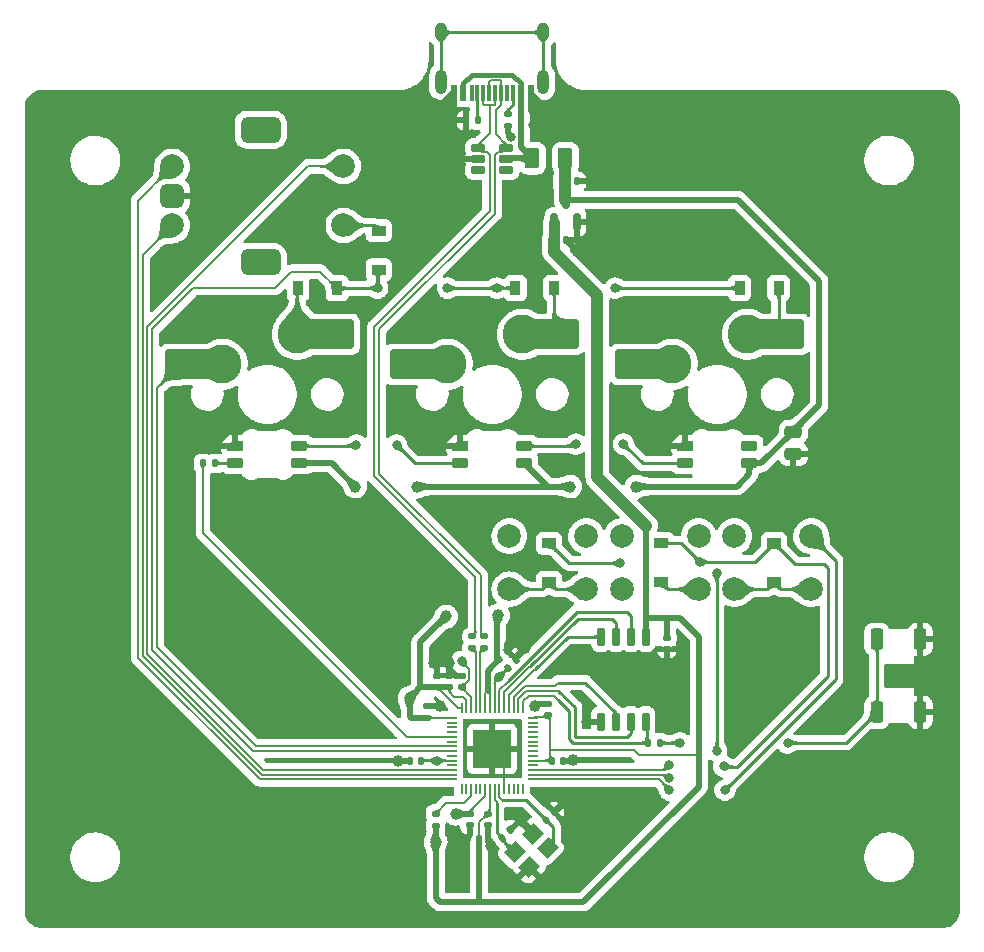
<source format=gbr>
%TF.GenerationSoftware,KiCad,Pcbnew,(6.0.9)*%
%TF.CreationDate,2022-12-06T02:01:01+08:00*%
%TF.ProjectId,sharkpad rev2,73686172-6b70-4616-9420-726576322e6b,rev?*%
%TF.SameCoordinates,Original*%
%TF.FileFunction,Copper,L2,Bot*%
%TF.FilePolarity,Positive*%
%FSLAX46Y46*%
G04 Gerber Fmt 4.6, Leading zero omitted, Abs format (unit mm)*
G04 Created by KiCad (PCBNEW (6.0.9)) date 2022-12-06 02:01:01*
%MOMM*%
%LPD*%
G01*
G04 APERTURE LIST*
G04 Aperture macros list*
%AMRoundRect*
0 Rectangle with rounded corners*
0 $1 Rounding radius*
0 $2 $3 $4 $5 $6 $7 $8 $9 X,Y pos of 4 corners*
0 Add a 4 corners polygon primitive as box body*
4,1,4,$2,$3,$4,$5,$6,$7,$8,$9,$2,$3,0*
0 Add four circle primitives for the rounded corners*
1,1,$1+$1,$2,$3*
1,1,$1+$1,$4,$5*
1,1,$1+$1,$6,$7*
1,1,$1+$1,$8,$9*
0 Add four rect primitives between the rounded corners*
20,1,$1+$1,$2,$3,$4,$5,0*
20,1,$1+$1,$4,$5,$6,$7,0*
20,1,$1+$1,$6,$7,$8,$9,0*
20,1,$1+$1,$8,$9,$2,$3,0*%
%AMRotRect*
0 Rectangle, with rotation*
0 The origin of the aperture is its center*
0 $1 length*
0 $2 width*
0 $3 Rotation angle, in degrees counterclockwise*
0 Add horizontal line*
21,1,$1,$2,0,0,$3*%
%AMFreePoly0*
4,1,18,-0.410000,0.593000,-0.403758,0.624380,-0.385983,0.650983,-0.359380,0.668758,-0.328000,0.675000,0.328000,0.675000,0.359380,0.668758,0.385983,0.650983,0.403758,0.624380,0.410000,0.593000,0.410000,-0.593000,0.403758,-0.624380,0.385983,-0.650983,0.359380,-0.668758,0.328000,-0.675000,0.000000,-0.675000,-0.410000,-0.265000,-0.410000,0.593000,-0.410000,0.593000,$1*%
G04 Aperture macros list end*
%TA.AperFunction,SMDPad,CuDef*%
%ADD10RoundRect,0.275000X0.275000X-0.625000X0.275000X0.625000X-0.275000X0.625000X-0.275000X-0.625000X0*%
%TD*%
%TA.AperFunction,ComponentPad*%
%ADD11C,2.000000*%
%TD*%
%TA.AperFunction,ComponentPad*%
%ADD12RoundRect,0.500000X-0.500000X-0.500000X0.500000X-0.500000X0.500000X0.500000X-0.500000X0.500000X0*%
%TD*%
%TA.AperFunction,ComponentPad*%
%ADD13RoundRect,0.550000X-1.150000X-0.550000X1.150000X-0.550000X1.150000X0.550000X-1.150000X0.550000X0*%
%TD*%
%TA.AperFunction,SMDPad,CuDef*%
%ADD14RoundRect,0.082000X-0.593000X0.328000X-0.593000X-0.328000X0.593000X-0.328000X0.593000X0.328000X0*%
%TD*%
%TA.AperFunction,SMDPad,CuDef*%
%ADD15FreePoly0,270.000000*%
%TD*%
%TA.AperFunction,SMDPad,CuDef*%
%ADD16RoundRect,0.150000X0.150000X-0.587500X0.150000X0.587500X-0.150000X0.587500X-0.150000X-0.587500X0*%
%TD*%
%TA.AperFunction,SMDPad,CuDef*%
%ADD17R,0.900000X1.200000*%
%TD*%
%TA.AperFunction,SMDPad,CuDef*%
%ADD18RoundRect,0.140000X-0.170000X0.140000X-0.170000X-0.140000X0.170000X-0.140000X0.170000X0.140000X0*%
%TD*%
%TA.AperFunction,SMDPad,CuDef*%
%ADD19RoundRect,0.135000X-0.135000X-0.185000X0.135000X-0.185000X0.135000X0.185000X-0.135000X0.185000X0*%
%TD*%
%TA.AperFunction,SMDPad,CuDef*%
%ADD20R,0.600000X1.450000*%
%TD*%
%TA.AperFunction,SMDPad,CuDef*%
%ADD21R,0.300000X1.450000*%
%TD*%
%TA.AperFunction,ComponentPad*%
%ADD22O,1.000000X1.600000*%
%TD*%
%TA.AperFunction,ComponentPad*%
%ADD23O,1.000000X2.100000*%
%TD*%
%TA.AperFunction,SMDPad,CuDef*%
%ADD24RoundRect,0.140000X-0.021213X0.219203X-0.219203X0.021213X0.021213X-0.219203X0.219203X-0.021213X0*%
%TD*%
%TA.AperFunction,SMDPad,CuDef*%
%ADD25RoundRect,0.150000X-0.475000X-0.150000X0.475000X-0.150000X0.475000X0.150000X-0.475000X0.150000X0*%
%TD*%
%TA.AperFunction,SMDPad,CuDef*%
%ADD26RoundRect,0.140000X0.170000X-0.140000X0.170000X0.140000X-0.170000X0.140000X-0.170000X-0.140000X0*%
%TD*%
%TA.AperFunction,SMDPad,CuDef*%
%ADD27RoundRect,0.135000X0.135000X0.185000X-0.135000X0.185000X-0.135000X-0.185000X0.135000X-0.185000X0*%
%TD*%
%TA.AperFunction,SMDPad,CuDef*%
%ADD28RoundRect,0.135000X0.185000X-0.135000X0.185000X0.135000X-0.185000X0.135000X-0.185000X-0.135000X0*%
%TD*%
%TA.AperFunction,SMDPad,CuDef*%
%ADD29RoundRect,0.250000X-0.475000X0.250000X-0.475000X-0.250000X0.475000X-0.250000X0.475000X0.250000X0*%
%TD*%
%TA.AperFunction,SMDPad,CuDef*%
%ADD30R,1.200000X0.900000*%
%TD*%
%TA.AperFunction,SMDPad,CuDef*%
%ADD31RotRect,1.400000X1.200000X225.000000*%
%TD*%
%TA.AperFunction,SMDPad,CuDef*%
%ADD32RoundRect,0.135000X-0.185000X0.135000X-0.185000X-0.135000X0.185000X-0.135000X0.185000X0.135000X0*%
%TD*%
%TA.AperFunction,SMDPad,CuDef*%
%ADD33RoundRect,0.250000X1.025000X1.000000X-1.025000X1.000000X-1.025000X-1.000000X1.025000X-1.000000X0*%
%TD*%
%TA.AperFunction,SMDPad,CuDef*%
%ADD34R,1.650000X2.500000*%
%TD*%
%TA.AperFunction,ComponentPad*%
%ADD35C,3.300000*%
%TD*%
%TA.AperFunction,SMDPad,CuDef*%
%ADD36RoundRect,0.150000X0.150000X-0.650000X0.150000X0.650000X-0.150000X0.650000X-0.150000X-0.650000X0*%
%TD*%
%TA.AperFunction,SMDPad,CuDef*%
%ADD37RoundRect,0.140000X0.021213X-0.219203X0.219203X-0.021213X-0.021213X0.219203X-0.219203X0.021213X0*%
%TD*%
%TA.AperFunction,SMDPad,CuDef*%
%ADD38RoundRect,0.140000X-0.140000X-0.170000X0.140000X-0.170000X0.140000X0.170000X-0.140000X0.170000X0*%
%TD*%
%TA.AperFunction,SMDPad,CuDef*%
%ADD39RoundRect,0.140000X0.140000X0.170000X-0.140000X0.170000X-0.140000X-0.170000X0.140000X-0.170000X0*%
%TD*%
%TA.AperFunction,SMDPad,CuDef*%
%ADD40RoundRect,0.050000X0.387500X0.050000X-0.387500X0.050000X-0.387500X-0.050000X0.387500X-0.050000X0*%
%TD*%
%TA.AperFunction,SMDPad,CuDef*%
%ADD41RoundRect,0.050000X0.050000X0.387500X-0.050000X0.387500X-0.050000X-0.387500X0.050000X-0.387500X0*%
%TD*%
%TA.AperFunction,ComponentPad*%
%ADD42C,0.500000*%
%TD*%
%TA.AperFunction,SMDPad,CuDef*%
%ADD43R,3.200000X3.200000*%
%TD*%
%TA.AperFunction,SMDPad,CuDef*%
%ADD44RoundRect,0.250000X-0.375000X-0.625000X0.375000X-0.625000X0.375000X0.625000X-0.375000X0.625000X0*%
%TD*%
%TA.AperFunction,ViaPad*%
%ADD45C,1.000000*%
%TD*%
%TA.AperFunction,ViaPad*%
%ADD46C,0.800000*%
%TD*%
%TA.AperFunction,Conductor*%
%ADD47C,0.250000*%
%TD*%
%TA.AperFunction,Conductor*%
%ADD48C,0.200000*%
%TD*%
%TA.AperFunction,Conductor*%
%ADD49C,0.500000*%
%TD*%
%TA.AperFunction,Conductor*%
%ADD50C,1.000000*%
%TD*%
%TA.AperFunction,Conductor*%
%ADD51C,0.900000*%
%TD*%
%TA.AperFunction,Conductor*%
%ADD52C,0.400000*%
%TD*%
G04 APERTURE END LIST*
D10*
%TO.P,JP1,2,B*%
%TO.N,/~{BOOTSEL}*%
X146650000Y-108925000D03*
X146650000Y-115125000D03*
%TO.P,JP1,1,A*%
%TO.N,GND*%
X150350000Y-108925000D03*
X150350000Y-115125000D03*
%TD*%
D11*
%TO.P,SW1,A,A*%
%TO.N,/ROTA*%
X87000000Y-68900000D03*
%TO.P,SW1,B,B*%
%TO.N,/ROTB*%
X87000000Y-73900000D03*
D12*
%TO.P,SW1,C,C*%
%TO.N,GND*%
X87000000Y-71400000D03*
D13*
%TO.P,SW1,MP*%
%TO.N,N/C*%
X94500000Y-65800000D03*
X94500000Y-77000000D03*
D11*
%TO.P,SW1,S1,S1*%
%TO.N,Net-(D8-Pad2)*%
X101500000Y-73900000D03*
%TO.P,SW1,S2,S2*%
%TO.N,/COL3*%
X101500000Y-68900000D03*
%TD*%
%TO.P,SW2,1,1*%
%TO.N,/COL2*%
X141100000Y-100200000D03*
X134600000Y-100200000D03*
%TO.P,SW2,2,2*%
%TO.N,Net-(D5-Pad2)*%
X134600000Y-104700000D03*
X141100000Y-104700000D03*
%TD*%
%TO.P,SW4,1,1*%
%TO.N,/COL0*%
X115550000Y-100200000D03*
X122050000Y-100200000D03*
%TO.P,SW4,2,2*%
%TO.N,Net-(D6-Pad2)*%
X115550000Y-104700000D03*
X122050000Y-104700000D03*
%TD*%
%TO.P,SW3,1,1*%
%TO.N,/COL1*%
X125075000Y-100200000D03*
X131575000Y-100200000D03*
%TO.P,SW3,2,2*%
%TO.N,Net-(D4-Pad2)*%
X131575000Y-104700000D03*
X125075000Y-104700000D03*
%TD*%
D14*
%TO.P,LED2,1,VDD*%
%TO.N,+5V*%
X116825000Y-94030000D03*
%TO.P,LED2,2,DOUT*%
%TO.N,/2_TO_3*%
X116825000Y-92530000D03*
%TO.P,LED2,3,DIN*%
%TO.N,/1_TO_2*%
X111375000Y-94030000D03*
D15*
%TO.P,LED2,4,VSS*%
%TO.N,GND*%
X111375000Y-92530000D03*
%TD*%
D16*
%TO.P,U1,1,GND*%
%TO.N,GND*%
X121262500Y-73600000D03*
%TO.P,U1,2,VO*%
%TO.N,+3V3*%
X119362500Y-73600000D03*
%TO.P,U1,3,VI*%
%TO.N,+5V*%
X120312500Y-71725000D03*
%TD*%
D17*
%TO.P,D1,1,K*%
%TO.N,/ROW0*%
X135050000Y-79200000D03*
%TO.P,D1,2,A*%
%TO.N,Net-(D1-Pad2)*%
X138350000Y-79200000D03*
%TD*%
D18*
%TO.P,C16,1*%
%TO.N,+3V3*%
X113706000Y-123720000D03*
%TO.P,C16,2*%
%TO.N,GND*%
X113706000Y-124680000D03*
%TD*%
D19*
%TO.P,R7,1*%
%TO.N,/RGB_UNDERGLOW*%
X89615000Y-94037500D03*
%TO.P,R7,2*%
%TO.N,/R_TO_1*%
X90635000Y-94037500D03*
%TD*%
D20*
%TO.P,J1,A1,GND*%
%TO.N,GND*%
X110850000Y-62645000D03*
%TO.P,J1,A4,VBUS*%
%TO.N,VBUS*%
X111650000Y-62645000D03*
D21*
%TO.P,J1,A5,CC1*%
%TO.N,/USB_CC1*%
X112850000Y-62645000D03*
%TO.P,J1,A6,D+*%
%TO.N,/DBUS+*%
X113850000Y-62645000D03*
%TO.P,J1,A7,D-*%
%TO.N,/DBUS-*%
X114350000Y-62645000D03*
%TO.P,J1,A8,SBU1*%
%TO.N,unconnected-(J1-PadA8)*%
X115350000Y-62645000D03*
D20*
%TO.P,J1,A9,VBUS*%
%TO.N,VBUS*%
X116550000Y-62645000D03*
%TO.P,J1,A12,GND*%
%TO.N,GND*%
X117350000Y-62645000D03*
%TO.P,J1,B1,GND*%
X117350000Y-62645000D03*
%TO.P,J1,B4,VBUS*%
%TO.N,VBUS*%
X116550000Y-62645000D03*
D21*
%TO.P,J1,B5,CC2*%
%TO.N,/USB_CC2*%
X115850000Y-62645000D03*
%TO.P,J1,B6,D+*%
%TO.N,/DBUS+*%
X114850000Y-62645000D03*
%TO.P,J1,B7,D-*%
%TO.N,/DBUS-*%
X113350000Y-62645000D03*
%TO.P,J1,B8,SBU2*%
%TO.N,unconnected-(J1-PadB8)*%
X112350000Y-62645000D03*
D20*
%TO.P,J1,B9,VBUS*%
%TO.N,VBUS*%
X111650000Y-62645000D03*
%TO.P,J1,B12,GND*%
%TO.N,GND*%
X110850000Y-62645000D03*
D22*
%TO.P,J1,S1,SHIELD*%
%TO.N,unconnected-(J1-PadS1)*%
X109780000Y-57550000D03*
D23*
X118420000Y-61730000D03*
X109780000Y-61730000D03*
D22*
X118420000Y-57550000D03*
%TD*%
D14*
%TO.P,LED1,1,VDD*%
%TO.N,+5V*%
X135875000Y-94030000D03*
%TO.P,LED1,2,DOUT*%
%TO.N,unconnected-(LED1-Pad2)*%
X135875000Y-92530000D03*
%TO.P,LED1,3,DIN*%
%TO.N,/2_TO_3*%
X130425000Y-94030000D03*
D15*
%TO.P,LED1,4,VSS*%
%TO.N,GND*%
X130425000Y-92530000D03*
%TD*%
D18*
%TO.P,C3,1*%
%TO.N,+3V3*%
X128883000Y-108800000D03*
%TO.P,C3,2*%
%TO.N,GND*%
X128883000Y-109760000D03*
%TD*%
D24*
%TO.P,C7,1*%
%TO.N,GND*%
X119339411Y-123560589D03*
%TO.P,C7,2*%
%TO.N,/MCU_XIN*%
X118660589Y-124239411D03*
%TD*%
D25*
%TO.P,U3,1,IO1*%
%TO.N,unconnected-(U3-Pad1)*%
X112925000Y-69212500D03*
%TO.P,U3,2,VN*%
%TO.N,GND*%
X112925000Y-68262500D03*
%TO.P,U3,3,IO2*%
%TO.N,/DBUS-*%
X112925000Y-67312500D03*
%TO.P,U3,4,IO3*%
%TO.N,/DBUS+*%
X115275000Y-67312500D03*
%TO.P,U3,5,VP*%
%TO.N,VBUS*%
X115275000Y-68262500D03*
%TO.P,U3,6,IO4*%
%TO.N,unconnected-(U3-Pad6)*%
X115275000Y-69212500D03*
%TD*%
D26*
%TO.P,C11,1*%
%TO.N,+1V1*%
X111500000Y-112980000D03*
%TO.P,C11,2*%
%TO.N,GND*%
X111500000Y-112020000D03*
%TD*%
D27*
%TO.P,R4,1*%
%TO.N,/USB_CC1*%
X112900000Y-65000000D03*
%TO.P,R4,2*%
%TO.N,GND*%
X111880000Y-65000000D03*
%TD*%
D28*
%TO.P,R8,1*%
%TO.N,+3V3*%
X109300000Y-124710000D03*
%TO.P,R8,2*%
%TO.N,/~{RESET}*%
X109300000Y-123690000D03*
%TD*%
D17*
%TO.P,D7,1,K*%
%TO.N,/ROW0*%
X100950000Y-79200000D03*
%TO.P,D7,2,A*%
%TO.N,Net-(D7-Pad2)*%
X97650000Y-79200000D03*
%TD*%
D29*
%TO.P,C5,1*%
%TO.N,+5V*%
X139600000Y-91350000D03*
%TO.P,C5,2*%
%TO.N,GND*%
X139600000Y-93250000D03*
%TD*%
D14*
%TO.P,LED3,1,VDD*%
%TO.N,+5V*%
X97775000Y-94030000D03*
%TO.P,LED3,2,DOUT*%
%TO.N,/1_TO_2*%
X97775000Y-92530000D03*
%TO.P,LED3,3,DIN*%
%TO.N,/R_TO_1*%
X92325000Y-94030000D03*
D15*
%TO.P,LED3,4,VSS*%
%TO.N,GND*%
X92325000Y-92530000D03*
%TD*%
D30*
%TO.P,D4,1,K*%
%TO.N,/ROW1*%
X128425000Y-100800000D03*
%TO.P,D4,2,A*%
%TO.N,Net-(D4-Pad2)*%
X128425000Y-104100000D03*
%TD*%
D26*
%TO.P,C15,1*%
%TO.N,+3V3*%
X108600000Y-115580000D03*
%TO.P,C15,2*%
%TO.N,GND*%
X108600000Y-114620000D03*
%TD*%
D31*
%TO.P,Y1,1,1*%
%TO.N,/MCU_XIN*%
X118778858Y-126623223D03*
%TO.P,Y1,2,2*%
%TO.N,GND*%
X117223223Y-128178858D03*
%TO.P,Y1,3,3*%
%TO.N,/MCU_XOUT*%
X116021142Y-126976777D03*
%TO.P,Y1,4,4*%
%TO.N,GND*%
X117576777Y-125421142D03*
%TD*%
D30*
%TO.P,D8,1,K*%
%TO.N,/ROW0*%
X104500000Y-77650000D03*
%TO.P,D8,2,A*%
%TO.N,Net-(D8-Pad2)*%
X104500000Y-74350000D03*
%TD*%
D32*
%TO.P,R5,1*%
%TO.N,/DBUS-*%
X112400000Y-108690000D03*
%TO.P,R5,2*%
%TO.N,/D_-*%
X112400000Y-109710000D03*
%TD*%
D26*
%TO.P,C9,1*%
%TO.N,+3V3*%
X118800000Y-115380000D03*
%TO.P,C9,2*%
%TO.N,GND*%
X118800000Y-114420000D03*
%TD*%
D30*
%TO.P,D5,1,K*%
%TO.N,/ROW1*%
X137962500Y-100800000D03*
%TO.P,D5,2,A*%
%TO.N,Net-(D5-Pad2)*%
X137962500Y-104100000D03*
%TD*%
D33*
%TO.P,SW6,1,1*%
%TO.N,/COL1*%
X106740000Y-85660000D03*
D34*
X108465000Y-85660000D03*
D35*
X110290000Y-85660000D03*
D33*
%TO.P,SW6,2,2*%
%TO.N,Net-(D2-Pad2)*%
X120190000Y-83120000D03*
D35*
X116640000Y-83120000D03*
D34*
X118440000Y-83120000D03*
%TD*%
D36*
%TO.P,U2,1,~{CS}*%
%TO.N,/QSPI_CS*%
X127105000Y-115900000D03*
%TO.P,U2,2,DO(IO1)*%
%TO.N,/QSPI_SD1*%
X125835000Y-115900000D03*
%TO.P,U2,3,IO2*%
%TO.N,/QSPI_SD2*%
X124565000Y-115900000D03*
%TO.P,U2,4,GND*%
%TO.N,GND*%
X123295000Y-115900000D03*
%TO.P,U2,5,DI(IO0)*%
%TO.N,/QSPI_SD0*%
X123295000Y-108700000D03*
%TO.P,U2,6,CLK*%
%TO.N,/QSPI_SCLK*%
X124565000Y-108700000D03*
%TO.P,U2,7,IO3*%
%TO.N,/QSPI_SD3*%
X125835000Y-108700000D03*
%TO.P,U2,8,VCC*%
%TO.N,+3V3*%
X127105000Y-108700000D03*
%TD*%
D33*
%TO.P,SW7,1,1*%
%TO.N,/COL0*%
X87690000Y-85660000D03*
D35*
X91240000Y-85660000D03*
D34*
X89415000Y-85660000D03*
D33*
%TO.P,SW7,2,2*%
%TO.N,Net-(D7-Pad2)*%
X101140000Y-83120000D03*
D35*
X97590000Y-83120000D03*
D34*
X99390000Y-83120000D03*
%TD*%
D37*
%TO.P,C6,1*%
%TO.N,+1V1*%
X115460589Y-111339411D03*
%TO.P,C6,2*%
%TO.N,GND*%
X116139411Y-110660589D03*
%TD*%
D17*
%TO.P,D2,1,K*%
%TO.N,/ROW0*%
X116050000Y-79200000D03*
%TO.P,D2,2,A*%
%TO.N,Net-(D2-Pad2)*%
X119350000Y-79200000D03*
%TD*%
D32*
%TO.P,R2,1*%
%TO.N,/USB_CC2*%
X115400000Y-64490000D03*
%TO.P,R2,2*%
%TO.N,GND*%
X115400000Y-65510000D03*
%TD*%
D37*
%TO.P,C4,1*%
%TO.N,+3V3*%
X114660589Y-110639411D03*
%TO.P,C4,2*%
%TO.N,GND*%
X115339411Y-109960589D03*
%TD*%
D24*
%TO.P,C8,1*%
%TO.N,GND*%
X115639411Y-125060589D03*
%TO.P,C8,2*%
%TO.N,/MCU_XOUT*%
X114960589Y-125739411D03*
%TD*%
D38*
%TO.P,C1,1*%
%TO.N,+3V3*%
X119352500Y-75125000D03*
%TO.P,C1,2*%
%TO.N,GND*%
X120312500Y-75125000D03*
%TD*%
D39*
%TO.P,C17,1*%
%TO.N,+3V3*%
X108080000Y-119200000D03*
%TO.P,C17,2*%
%TO.N,GND*%
X107120000Y-119200000D03*
%TD*%
D33*
%TO.P,SW5,1,1*%
%TO.N,/COL2*%
X125790000Y-85660000D03*
D35*
X129340000Y-85660000D03*
D34*
X127515000Y-85660000D03*
D35*
%TO.P,SW5,2,2*%
%TO.N,Net-(D1-Pad2)*%
X135690000Y-83120000D03*
D34*
X137490000Y-83120000D03*
D33*
X139240000Y-83120000D03*
%TD*%
D18*
%TO.P,C14,1*%
%TO.N,+1V1*%
X112200000Y-123720000D03*
%TO.P,C14,2*%
%TO.N,GND*%
X112200000Y-124680000D03*
%TD*%
D30*
%TO.P,D6,1,K*%
%TO.N,/ROW1*%
X118900000Y-100800000D03*
%TO.P,D6,2,A*%
%TO.N,Net-(D6-Pad2)*%
X118900000Y-104100000D03*
%TD*%
D27*
%TO.P,R3,1*%
%TO.N,/~{BOOTSEL}*%
X128310000Y-117700000D03*
%TO.P,R3,2*%
%TO.N,/QSPI_CS*%
X127290000Y-117700000D03*
%TD*%
D32*
%TO.P,R6,1*%
%TO.N,/DBUS+*%
X113400000Y-108690000D03*
%TO.P,R6,2*%
%TO.N,/D_+*%
X113400000Y-109710000D03*
%TD*%
D26*
%TO.P,C13,1*%
%TO.N,+3V3*%
X109445000Y-112980000D03*
%TO.P,C13,2*%
%TO.N,GND*%
X109445000Y-112020000D03*
%TD*%
D38*
%TO.P,C10,1*%
%TO.N,+3V3*%
X119120000Y-119200000D03*
%TO.P,C10,2*%
%TO.N,GND*%
X120080000Y-119200000D03*
%TD*%
D26*
%TO.P,C12,1*%
%TO.N,+3V3*%
X110445000Y-112980000D03*
%TO.P,C12,2*%
%TO.N,GND*%
X110445000Y-112020000D03*
%TD*%
D40*
%TO.P,U4,1,IOVDD*%
%TO.N,+3V3*%
X117537500Y-115600000D03*
%TO.P,U4,2,GPIO0*%
%TO.N,unconnected-(U4-Pad2)*%
X117537500Y-116000000D03*
%TO.P,U4,3,GPIO1*%
%TO.N,unconnected-(U4-Pad3)*%
X117537500Y-116400000D03*
%TO.P,U4,4,GPIO2*%
%TO.N,unconnected-(U4-Pad4)*%
X117537500Y-116800000D03*
%TO.P,U4,5,GPIO3*%
%TO.N,unconnected-(U4-Pad5)*%
X117537500Y-117200000D03*
%TO.P,U4,6,GPIO4*%
%TO.N,unconnected-(U4-Pad6)*%
X117537500Y-117600000D03*
%TO.P,U4,7,GPIO5*%
%TO.N,unconnected-(U4-Pad7)*%
X117537500Y-118000000D03*
%TO.P,U4,8,GPIO6*%
%TO.N,unconnected-(U4-Pad8)*%
X117537500Y-118400000D03*
%TO.P,U4,9,GPIO7*%
%TO.N,unconnected-(U4-Pad9)*%
X117537500Y-118800000D03*
%TO.P,U4,10,IOVDD*%
%TO.N,+3V3*%
X117537500Y-119200000D03*
%TO.P,U4,11,GPIO8*%
%TO.N,unconnected-(U4-Pad11)*%
X117537500Y-119600000D03*
%TO.P,U4,12,GPIO9*%
%TO.N,/COL1*%
X117537500Y-120000000D03*
%TO.P,U4,13,GPIO10*%
%TO.N,/ROW1*%
X117537500Y-120400000D03*
%TO.P,U4,14,GPIO11*%
%TO.N,/COL2*%
X117537500Y-120800000D03*
D41*
%TO.P,U4,15,GPIO12*%
%TO.N,unconnected-(U4-Pad15)*%
X116700000Y-121637500D03*
%TO.P,U4,16,GPIO13*%
%TO.N,unconnected-(U4-Pad16)*%
X116300000Y-121637500D03*
%TO.P,U4,17,GPIO14*%
%TO.N,unconnected-(U4-Pad17)*%
X115900000Y-121637500D03*
%TO.P,U4,18,GPIO15*%
%TO.N,unconnected-(U4-Pad18)*%
X115500000Y-121637500D03*
%TO.P,U4,19,TESTEN*%
%TO.N,GND*%
X115100000Y-121637500D03*
%TO.P,U4,20,XIN*%
%TO.N,/MCU_XIN*%
X114700000Y-121637500D03*
%TO.P,U4,21,XOUT*%
%TO.N,/MCU_XOUT*%
X114300000Y-121637500D03*
%TO.P,U4,22,IOVDD*%
%TO.N,+3V3*%
X113900000Y-121637500D03*
%TO.P,U4,23,DVDD*%
%TO.N,+1V1*%
X113500000Y-121637500D03*
%TO.P,U4,24,SWCLK*%
%TO.N,unconnected-(U4-Pad24)*%
X113100000Y-121637500D03*
%TO.P,U4,25,SWD*%
%TO.N,unconnected-(U4-Pad25)*%
X112700000Y-121637500D03*
%TO.P,U4,26,RUN*%
%TO.N,/~{RESET}*%
X112300000Y-121637500D03*
%TO.P,U4,27,GPIO16*%
%TO.N,unconnected-(U4-Pad27)*%
X111900000Y-121637500D03*
%TO.P,U4,28,GPIO17*%
%TO.N,unconnected-(U4-Pad28)*%
X111500000Y-121637500D03*
D40*
%TO.P,U4,29,GPIO18*%
%TO.N,/ROTA*%
X110662500Y-120800000D03*
%TO.P,U4,30,GPIO19*%
%TO.N,/ROTB*%
X110662500Y-120400000D03*
%TO.P,U4,31,GPIO20*%
%TO.N,/COL3*%
X110662500Y-120000000D03*
%TO.P,U4,32,GPIO21*%
%TO.N,unconnected-(U4-Pad32)*%
X110662500Y-119600000D03*
%TO.P,U4,33,IOVDD*%
%TO.N,+3V3*%
X110662500Y-119200000D03*
%TO.P,U4,34,GPIO22*%
%TO.N,unconnected-(U4-Pad34)*%
X110662500Y-118800000D03*
%TO.P,U4,35,GPIO23*%
%TO.N,/ROW0*%
X110662500Y-118400000D03*
%TO.P,U4,36,GPIO24*%
%TO.N,/COL0*%
X110662500Y-118000000D03*
%TO.P,U4,37,GPIO25*%
%TO.N,unconnected-(U4-Pad37)*%
X110662500Y-117600000D03*
%TO.P,U4,38,GPIO26_ADC0*%
%TO.N,/RGB_UNDERGLOW*%
X110662500Y-117200000D03*
%TO.P,U4,39,GPIO27_ADC1*%
%TO.N,unconnected-(U4-Pad39)*%
X110662500Y-116800000D03*
%TO.P,U4,40,GPIO28_ADC2*%
%TO.N,unconnected-(U4-Pad40)*%
X110662500Y-116400000D03*
%TO.P,U4,41,GPIO29_ADC3*%
%TO.N,unconnected-(U4-Pad41)*%
X110662500Y-116000000D03*
%TO.P,U4,42,IOVDD*%
%TO.N,+3V3*%
X110662500Y-115600000D03*
D41*
%TO.P,U4,43,ADC_AVDD*%
X111500000Y-114762500D03*
%TO.P,U4,44,VREG_IN*%
X111900000Y-114762500D03*
%TO.P,U4,45,VREG_VOUT*%
%TO.N,+1V1*%
X112300000Y-114762500D03*
%TO.P,U4,46,USB_DM*%
%TO.N,/D_-*%
X112700000Y-114762500D03*
%TO.P,U4,47,USB_DP*%
%TO.N,/D_+*%
X113100000Y-114762500D03*
%TO.P,U4,48,USB_VDD*%
%TO.N,+3V3*%
X113500000Y-114762500D03*
%TO.P,U4,49,IOVDD*%
X113900000Y-114762500D03*
%TO.P,U4,50,DVDD*%
%TO.N,+1V1*%
X114300000Y-114762500D03*
%TO.P,U4,51,QSPI_SD3*%
%TO.N,/QSPI_SD3*%
X114700000Y-114762500D03*
%TO.P,U4,52,QSPI_SCLK*%
%TO.N,/QSPI_SCLK*%
X115100000Y-114762500D03*
%TO.P,U4,53,QSPI_SD0*%
%TO.N,/QSPI_SD0*%
X115500000Y-114762500D03*
%TO.P,U4,54,QSPI_SD2*%
%TO.N,/QSPI_SD2*%
X115900000Y-114762500D03*
%TO.P,U4,55,QSPI_SD1*%
%TO.N,/QSPI_SD1*%
X116300000Y-114762500D03*
%TO.P,U4,56,QSPI_SS*%
%TO.N,/QSPI_CS*%
X116700000Y-114762500D03*
D42*
%TO.P,U4,57,GND*%
%TO.N,GND*%
X115450000Y-119550000D03*
X112750000Y-116850000D03*
D43*
X114100000Y-118200000D03*
D42*
X115450000Y-116850000D03*
X112750000Y-119550000D03*
%TD*%
D44*
%TO.P,F1,1*%
%TO.N,VBUS*%
X117500000Y-68200000D03*
%TO.P,F1,2*%
%TO.N,+5V*%
X120300000Y-68200000D03*
%TD*%
D38*
%TO.P,C2,1*%
%TO.N,+5V*%
X120312500Y-70162500D03*
%TO.P,C2,2*%
%TO.N,GND*%
X121272500Y-70162500D03*
%TD*%
D45*
%TO.N,GND*%
X106100000Y-119200000D03*
X116500000Y-124200000D03*
X111400000Y-68200000D03*
X116900000Y-109700000D03*
D46*
X135000000Y-108125000D03*
X97800000Y-99800000D03*
D45*
X110400000Y-64200000D03*
X110400000Y-65325000D03*
X114000000Y-126400000D03*
X111800000Y-125900000D03*
X117600000Y-65350000D03*
X118800000Y-65325000D03*
X120934668Y-119134668D03*
X115800000Y-129600000D03*
X121300000Y-76100000D03*
D46*
X115700000Y-66400000D03*
D45*
X122100000Y-115900000D03*
X139500000Y-94900000D03*
D46*
X113000000Y-98900000D03*
D45*
X109200000Y-65350000D03*
X109700000Y-114600000D03*
X109200000Y-64225000D03*
X90100000Y-92500000D03*
X89400000Y-71400000D03*
D46*
X129000000Y-81400000D03*
D45*
X115800000Y-108900000D03*
D46*
X138400000Y-113725000D03*
D45*
X128400000Y-92500000D03*
X109200000Y-110900000D03*
X122600000Y-70100000D03*
X117700000Y-114600000D03*
X118800000Y-64200000D03*
X109200000Y-92500000D03*
X117600000Y-64225000D03*
X129000000Y-111200000D03*
X110400000Y-110900000D03*
D46*
X105400000Y-106100000D03*
D45*
X122600000Y-73600000D03*
X120200000Y-122700000D03*
D46*
%TO.N,+1V1*%
X114700000Y-112100000D03*
X111500000Y-110800000D03*
D45*
X111000000Y-123700000D03*
%TO.N,+3V3*%
X114600000Y-106900000D03*
X110200000Y-107000000D03*
D46*
X109400000Y-119200000D03*
D45*
X107100000Y-113900000D03*
X109300000Y-126100000D03*
%TO.N,+5V*%
X126300000Y-96000000D03*
X107700000Y-96000000D03*
X102500000Y-96000000D03*
X120700000Y-96000000D03*
D46*
%TO.N,/ROW0*%
X124500000Y-79200000D03*
X110300000Y-79200000D03*
X104400000Y-79200000D03*
X114500000Y-79200000D03*
%TO.N,/ROW1*%
X129100000Y-120700000D03*
X131700000Y-102400000D03*
X133700000Y-119700000D03*
X124900000Y-102500000D03*
%TO.N,/~{BOOTSEL}*%
X139100000Y-117700000D03*
X130000000Y-117700000D03*
%TO.N,/COL1*%
X129100000Y-119600000D03*
X133100000Y-103300000D03*
X133100000Y-118400000D03*
%TO.N,/COL2*%
X133800000Y-121700000D03*
X129100000Y-121700000D03*
%TO.N,/1_TO_2*%
X106000000Y-92500000D03*
X102600000Y-92500000D03*
%TO.N,/2_TO_3*%
X125200000Y-92400000D03*
X121200000Y-92400000D03*
%TD*%
D47*
%TO.N,unconnected-(J1-PadS1)*%
X118420000Y-61730000D02*
X118420000Y-57550000D01*
X109780000Y-57550000D02*
X118420000Y-57550000D01*
X109780000Y-57550000D02*
X109780000Y-61730000D01*
D48*
%TO.N,/DBUS+*%
X113125001Y-108415001D02*
X113400000Y-108690000D01*
X104525000Y-94906800D02*
X113125001Y-103506801D01*
X104525000Y-82693200D02*
X104525000Y-94906800D01*
X114300000Y-72918200D02*
X104525000Y-82693200D01*
X113125001Y-103506801D02*
X113125001Y-108415001D01*
X114300000Y-67925000D02*
X114300000Y-72918200D01*
X114562500Y-67662500D02*
X114300000Y-67925000D01*
X114925000Y-67662500D02*
X114562500Y-67662500D01*
X115275000Y-67312500D02*
X114925000Y-67662500D01*
%TO.N,/DBUS-*%
X112674999Y-108415001D02*
X112400000Y-108690000D01*
X104075000Y-95093200D02*
X112674999Y-103693199D01*
X104075000Y-82506800D02*
X104075000Y-95093200D01*
X113874999Y-67899999D02*
X113875000Y-72706800D01*
X113275000Y-67662500D02*
X113637500Y-67662500D01*
X112674999Y-103693199D02*
X112674999Y-108415001D01*
X112925000Y-67312500D02*
X113275000Y-67662500D01*
X113637500Y-67662500D02*
X113874999Y-67899999D01*
X113875000Y-72706800D02*
X104075000Y-82506800D01*
D47*
%TO.N,/~{BOOTSEL}*%
X146650000Y-108925000D02*
X146650000Y-115125000D01*
X139100000Y-117700000D02*
X144075000Y-117700000D01*
X144075000Y-117700000D02*
X146650000Y-115125000D01*
D49*
%TO.N,GND*%
X130425000Y-92530000D02*
X128430000Y-92530000D01*
X118800000Y-64200000D02*
X118750000Y-64200000D01*
X109445000Y-111145000D02*
X109200000Y-110900000D01*
X111880000Y-65000000D02*
X110725000Y-65000000D01*
X118750000Y-64200000D02*
X118412500Y-64537500D01*
X110445000Y-110945000D02*
X110400000Y-110900000D01*
X122537500Y-70162500D02*
X122600000Y-70100000D01*
X109445000Y-112020000D02*
X109445000Y-111145000D01*
X128430000Y-92530000D02*
X128400000Y-92500000D01*
X110850000Y-62645000D02*
X110850000Y-63075000D01*
X117600000Y-64225000D02*
X117600000Y-65350000D01*
X118800000Y-65325000D02*
X118700000Y-65325000D01*
X117350000Y-64050500D02*
X117499500Y-64200000D01*
X118700000Y-65325000D02*
X117600000Y-64225000D01*
X112925000Y-68262500D02*
X111462500Y-68262500D01*
X110850000Y-62645000D02*
X110850000Y-63750000D01*
X117600000Y-64225000D02*
X118775000Y-64225000D01*
X109200000Y-65350000D02*
X109250000Y-65350000D01*
X109225000Y-65325000D02*
X109200000Y-65350000D01*
X117576777Y-125276777D02*
X116500000Y-124200000D01*
X110445000Y-112020000D02*
X110445000Y-111455000D01*
X120325000Y-75125000D02*
X121300000Y-76100000D01*
X118775000Y-64225000D02*
X118800000Y-64200000D01*
X113706000Y-124680000D02*
X113706000Y-126106000D01*
X110780000Y-62645000D02*
X109200000Y-64225000D01*
X87000000Y-71400000D02*
X89400000Y-71400000D01*
X115400000Y-66100000D02*
X115700000Y-66400000D01*
X118800000Y-64200000D02*
X118800000Y-65325000D01*
X120080000Y-119200000D02*
X120869336Y-119200000D01*
X110400000Y-65325000D02*
X109225000Y-65325000D01*
X128883000Y-111083000D02*
X129000000Y-111200000D01*
X139600000Y-94800000D02*
X139500000Y-94900000D01*
X118800000Y-114420000D02*
X117880000Y-114420000D01*
X110400000Y-65325000D02*
X110400000Y-64200000D01*
X115400000Y-65510000D02*
X115400000Y-66100000D01*
X118412500Y-64537500D02*
X117600000Y-65350000D01*
X118412500Y-64537500D02*
X118500000Y-64625000D01*
X121272500Y-70162500D02*
X122537500Y-70162500D01*
X117350000Y-62645000D02*
X117350000Y-64050500D01*
X110850000Y-63750000D02*
X110400000Y-64200000D01*
X118800000Y-65325000D02*
X117625000Y-65325000D01*
X92325000Y-92530000D02*
X90130000Y-92530000D01*
X128883000Y-109760000D02*
X128883000Y-111083000D01*
X116139411Y-110460589D02*
X116900000Y-109700000D01*
D48*
X115100000Y-121637500D02*
X115100000Y-119200000D01*
D49*
X115339411Y-109360589D02*
X115800000Y-108900000D01*
X117350000Y-63175000D02*
X118100000Y-63925000D01*
X117221142Y-128178858D02*
X115800000Y-129600000D01*
X118500000Y-64625000D02*
X118500000Y-64825000D01*
X110850000Y-62645000D02*
X110780000Y-62645000D01*
X111010000Y-112020000D02*
X110445000Y-111455000D01*
X112200000Y-125500000D02*
X111800000Y-125900000D01*
X113706000Y-126106000D02*
X114000000Y-126400000D01*
X110300000Y-65325000D02*
X109200000Y-64225000D01*
X139600000Y-93250000D02*
X139600000Y-94800000D01*
X110375000Y-64225000D02*
X110400000Y-64200000D01*
X110400000Y-65325000D02*
X110300000Y-65325000D01*
X112200000Y-124680000D02*
X112200000Y-125500000D01*
X120869336Y-119200000D02*
X120934668Y-119134668D01*
X121262500Y-73600000D02*
X122600000Y-73600000D01*
X111500000Y-112020000D02*
X111010000Y-112020000D01*
X119339411Y-123560589D02*
X120200000Y-122700000D01*
X109200000Y-64225000D02*
X109200000Y-65350000D01*
X109230000Y-92530000D02*
X109200000Y-92500000D01*
X117625000Y-65325000D02*
X117600000Y-65350000D01*
X117880000Y-114420000D02*
X117700000Y-114600000D01*
X117350000Y-62645000D02*
X117350000Y-62750000D01*
X117350000Y-62750000D02*
X118800000Y-64200000D01*
X109680000Y-114620000D02*
X109700000Y-114600000D01*
X110850000Y-63075000D02*
X110000000Y-63925000D01*
X123295000Y-115900000D02*
X122100000Y-115900000D01*
X111462500Y-68262500D02*
X111400000Y-68200000D01*
X115339411Y-109960589D02*
X115339411Y-109360589D01*
X115639411Y-125060589D02*
X116500000Y-124200000D01*
X90130000Y-92530000D02*
X90100000Y-92500000D01*
X107120000Y-119200000D02*
X106100000Y-119200000D01*
X108600000Y-114620000D02*
X109680000Y-114620000D01*
X110445000Y-111455000D02*
X110445000Y-110945000D01*
X110725000Y-65000000D02*
X110400000Y-65325000D01*
X109250000Y-65350000D02*
X110400000Y-64200000D01*
X116139411Y-110660589D02*
X116139411Y-110460589D01*
X109200000Y-64225000D02*
X110375000Y-64225000D01*
X117350000Y-62645000D02*
X117350000Y-63175000D01*
X111375000Y-92530000D02*
X109230000Y-92530000D01*
D47*
%TO.N,/MCU_XIN*%
X119273833Y-126128248D02*
X119273833Y-124852655D01*
X116921178Y-122500000D02*
X114900000Y-122500000D01*
X118778858Y-126623223D02*
X119273833Y-126128248D01*
X118660589Y-124239411D02*
X116921178Y-122500000D01*
X119273833Y-124852655D02*
X118660589Y-124239411D01*
D48*
X114700000Y-122300000D02*
X114900000Y-122500000D01*
X114700000Y-121637500D02*
X114700000Y-122300000D01*
%TO.N,/MCU_XOUT*%
X114300000Y-122500000D02*
X114500000Y-122700000D01*
D47*
X114960589Y-125916224D02*
X116021142Y-126976777D01*
X114960589Y-125739411D02*
X114500000Y-125278822D01*
X114500000Y-125278822D02*
X114500000Y-123000000D01*
D48*
X114500000Y-122700000D02*
X114500000Y-123000000D01*
X114300000Y-121637500D02*
X114300000Y-122500000D01*
D47*
X114500000Y-123000000D02*
X114500000Y-122800000D01*
D48*
%TO.N,+1V1*%
X112200000Y-123500000D02*
X112200000Y-123720000D01*
X115460589Y-111339411D02*
X114700000Y-112100000D01*
X112300000Y-114762500D02*
X112300000Y-113780000D01*
X112110000Y-112370000D02*
X111500000Y-112980000D01*
D49*
X111000000Y-123700000D02*
X111960000Y-123700000D01*
X111980000Y-123720000D02*
X112200000Y-123720000D01*
D48*
X112110000Y-111410000D02*
X112110000Y-112370000D01*
X113500000Y-122200000D02*
X112200000Y-123500000D01*
X114300000Y-114762500D02*
X114300000Y-112500000D01*
X112300000Y-113780000D02*
X111500000Y-112980000D01*
X113500000Y-121637500D02*
X113500000Y-122200000D01*
X111500000Y-110800000D02*
X112110000Y-111410000D01*
X114300000Y-112500000D02*
X114700000Y-112100000D01*
D49*
X111960000Y-123700000D02*
X111980000Y-123720000D01*
D48*
%TO.N,+3V3*%
X111900000Y-114100000D02*
X111600000Y-113800000D01*
D49*
X107100000Y-115500000D02*
X107200000Y-115600000D01*
D48*
X119000000Y-118300000D02*
X119000000Y-119080000D01*
D49*
X108020000Y-112980000D02*
X107100000Y-113900000D01*
X127105000Y-107105000D02*
X128995000Y-107105000D01*
D48*
X126100000Y-118300000D02*
X126500000Y-118700000D01*
X117537500Y-115600000D02*
X117637500Y-115500000D01*
D49*
X127105000Y-107105000D02*
X127105000Y-108700000D01*
D48*
X110642500Y-115580000D02*
X110662500Y-115600000D01*
D50*
X123000000Y-79800000D02*
X119332500Y-76132500D01*
X127105000Y-99305000D02*
X123000000Y-95200000D01*
D48*
X113900000Y-123526000D02*
X113900000Y-121637500D01*
X111500000Y-114762500D02*
X111227500Y-114762500D01*
D49*
X121800000Y-131200000D02*
X131600000Y-121400000D01*
X127105000Y-99305000D02*
X127105000Y-107105000D01*
X109445000Y-112980000D02*
X108020000Y-112980000D01*
D48*
X113500000Y-114762500D02*
X113500000Y-113500000D01*
D49*
X108020000Y-112980000D02*
X108020000Y-109180000D01*
X131600000Y-108700000D02*
X131600000Y-118700000D01*
X114600000Y-110578822D02*
X114500000Y-110478822D01*
D48*
X113706000Y-123720000D02*
X113000000Y-124426000D01*
X117637500Y-115500000D02*
X118680000Y-115500000D01*
D49*
X113700000Y-111600000D02*
X113700000Y-113300000D01*
X121800000Y-131200000D02*
X113100000Y-131200000D01*
X131600000Y-118700000D02*
X131600000Y-121400000D01*
X114500000Y-110478822D02*
X114500000Y-107000000D01*
D48*
X117537500Y-119200000D02*
X119120000Y-119200000D01*
D51*
X119362500Y-73600000D02*
X119362500Y-75115000D01*
D49*
X108020000Y-109180000D02*
X110200000Y-107000000D01*
D48*
X113900000Y-114762500D02*
X113900000Y-113500000D01*
X109400000Y-119200000D02*
X110662500Y-119200000D01*
X111227500Y-114762500D02*
X109445000Y-112980000D01*
D49*
X109300000Y-124710000D02*
X109300000Y-126100000D01*
D48*
X108080000Y-119200000D02*
X109400000Y-119200000D01*
D49*
X113100000Y-131200000D02*
X113000000Y-131100000D01*
X130005000Y-107105000D02*
X131600000Y-108700000D01*
X107200000Y-115600000D02*
X108580000Y-115600000D01*
D48*
X119000000Y-118300000D02*
X126100000Y-118300000D01*
D50*
X119332500Y-76132500D02*
X119332500Y-75125000D01*
D49*
X113000000Y-131100000D02*
X113000000Y-125700000D01*
X107100000Y-113900000D02*
X107100000Y-115500000D01*
D48*
X113706000Y-123720000D02*
X113900000Y-123526000D01*
X111900000Y-114762500D02*
X111900000Y-114100000D01*
D49*
X114660589Y-110639411D02*
X113700000Y-111600000D01*
X109445000Y-112980000D02*
X110445000Y-112980000D01*
D48*
X111600000Y-113800000D02*
X110900000Y-113800000D01*
D49*
X114500000Y-107000000D02*
X114600000Y-106900000D01*
D48*
X113900000Y-113500000D02*
X113700000Y-113300000D01*
D49*
X128995000Y-107105000D02*
X130005000Y-107105000D01*
X109700000Y-131200000D02*
X109300000Y-130800000D01*
D48*
X118800000Y-115380000D02*
X119000000Y-115580000D01*
X108600000Y-115580000D02*
X110642500Y-115580000D01*
X110445000Y-113345000D02*
X110445000Y-112980000D01*
X113500000Y-113500000D02*
X113700000Y-113300000D01*
X113000000Y-124426000D02*
X113000000Y-125700000D01*
X119000000Y-115580000D02*
X119000000Y-118300000D01*
X110900000Y-113800000D02*
X110445000Y-113345000D01*
D49*
X128883000Y-108800000D02*
X128883000Y-107217000D01*
D48*
X126500000Y-118700000D02*
X131600000Y-118700000D01*
D49*
X128883000Y-107217000D02*
X128995000Y-107105000D01*
X109300000Y-130800000D02*
X109300000Y-126100000D01*
D50*
X123000000Y-95200000D02*
X123000000Y-79800000D01*
D49*
X113100000Y-131200000D02*
X109700000Y-131200000D01*
%TO.N,+5V*%
X136870000Y-94030000D02*
X135875000Y-94030000D01*
X100530000Y-94030000D02*
X97775000Y-94030000D01*
D50*
X120292500Y-69644561D02*
X120292500Y-70680439D01*
X120300000Y-68200000D02*
X120300000Y-69637061D01*
D49*
X135875000Y-94030000D02*
X135875000Y-94925000D01*
D50*
X120300000Y-69637061D02*
X120292500Y-69644561D01*
D49*
X139550000Y-91350000D02*
X136870000Y-94030000D01*
X120312500Y-71725000D02*
X134900000Y-71725000D01*
X102500000Y-96000000D02*
X100530000Y-94030000D01*
X119100000Y-96000000D02*
X107700000Y-96000000D01*
X134800000Y-96000000D02*
X135875000Y-94925000D01*
X119100000Y-96000000D02*
X118795000Y-96000000D01*
X134900000Y-71725000D02*
X141800000Y-78625000D01*
D50*
X120300000Y-70687939D02*
X120300000Y-71712500D01*
D49*
X120700000Y-96000000D02*
X119100000Y-96000000D01*
X141800000Y-78625000D02*
X141800000Y-89100000D01*
X118795000Y-96000000D02*
X116825000Y-94030000D01*
D50*
X120292500Y-70680439D02*
X120300000Y-70687939D01*
D49*
X141800000Y-89100000D02*
X139600000Y-91300000D01*
X134800000Y-96000000D02*
X126300000Y-96000000D01*
D47*
%TO.N,/ROW0*%
X135050000Y-79200000D02*
X124500000Y-79200000D01*
D48*
X88765686Y-79200000D02*
X95700000Y-79200000D01*
X93875000Y-118400000D02*
X85300000Y-109825000D01*
X85300000Y-109825000D02*
X85300000Y-82665686D01*
D47*
X114500000Y-79200000D02*
X110300000Y-79200000D01*
D48*
X85300000Y-82665686D02*
X88765686Y-79200000D01*
X95700000Y-79200000D02*
X97100000Y-77800000D01*
D47*
X104400000Y-79200000D02*
X104400000Y-77750000D01*
D48*
X110662500Y-118400000D02*
X93875000Y-118400000D01*
D47*
X114500000Y-79200000D02*
X116050000Y-79200000D01*
D48*
X99550000Y-77800000D02*
X100950000Y-79200000D01*
X97100000Y-77800000D02*
X99550000Y-77800000D01*
D47*
X100950000Y-79200000D02*
X104400000Y-79200000D01*
%TO.N,Net-(D2-Pad2)*%
X119350000Y-82280000D02*
X119350000Y-79200000D01*
%TO.N,/ROW1*%
X142500000Y-112025000D02*
X142500000Y-102900000D01*
X131700000Y-102400000D02*
X136362500Y-102400000D01*
X133700000Y-119700000D02*
X133725000Y-119725000D01*
X137962500Y-100800000D02*
X136362500Y-102400000D01*
D48*
X128800000Y-120400000D02*
X129100000Y-120700000D01*
D47*
X118900000Y-100800000D02*
X120600000Y-102500000D01*
D48*
X117537500Y-120400000D02*
X128800000Y-120400000D01*
D47*
X130100000Y-100800000D02*
X128425000Y-100800000D01*
X131700000Y-102400000D02*
X130100000Y-100800000D01*
X133725000Y-119725000D02*
X134800000Y-119725000D01*
X120600000Y-102500000D02*
X124900000Y-102500000D01*
X142200000Y-102600000D02*
X139762500Y-102600000D01*
X134800000Y-119725000D02*
X142500000Y-112025000D01*
X139762500Y-102600000D02*
X137962500Y-100800000D01*
X142500000Y-102900000D02*
X142200000Y-102600000D01*
%TO.N,Net-(D6-Pad2)*%
X115550000Y-104700000D02*
X118300000Y-104700000D01*
X122050000Y-104700000D02*
X119500000Y-104700000D01*
X118300000Y-104700000D02*
X118900000Y-104100000D01*
X119500000Y-104700000D02*
X118900000Y-104100000D01*
%TO.N,Net-(D7-Pad2)*%
X97590000Y-83120000D02*
X97590000Y-79260000D01*
%TO.N,Net-(D1-Pad2)*%
X138350000Y-82230000D02*
X138350000Y-79200000D01*
%TO.N,Net-(D4-Pad2)*%
X131575000Y-104700000D02*
X129025000Y-104700000D01*
X129025000Y-104700000D02*
X128425000Y-104100000D01*
D49*
%TO.N,VBUS*%
X116550000Y-62645000D02*
X116550000Y-67250000D01*
D52*
X112386018Y-61120000D02*
X115800000Y-61120000D01*
D49*
X117500000Y-68200000D02*
X115337500Y-68200000D01*
D52*
X111650000Y-61856018D02*
X112386018Y-61120000D01*
X116550000Y-61870000D02*
X116550000Y-62645000D01*
D49*
X116550000Y-67250000D02*
X117500000Y-68200000D01*
X115337500Y-68200000D02*
X115275000Y-68262500D01*
D52*
X115800000Y-61120000D02*
X116550000Y-61870000D01*
X111650000Y-62645000D02*
X111650000Y-61856018D01*
D47*
%TO.N,/USB_CC1*%
X112850000Y-62645000D02*
X112850000Y-64950000D01*
D48*
%TO.N,/DBUS+*%
X113850000Y-61750000D02*
X113850000Y-62645000D01*
X114850000Y-63685685D02*
X114850000Y-62645000D01*
X113980000Y-61620000D02*
X113850000Y-61750000D01*
X114400000Y-66175000D02*
X114400000Y-64135685D01*
X114400000Y-64135685D02*
X114850000Y-63685685D01*
X114850000Y-62645000D02*
X114850000Y-61670000D01*
X114800000Y-61620000D02*
X113980000Y-61620000D01*
X114850000Y-61670000D02*
X114800000Y-61620000D01*
X115275000Y-67050000D02*
X114400000Y-66175000D01*
%TO.N,/DBUS-*%
X113400000Y-63670000D02*
X113830000Y-63670000D01*
X113874999Y-66100001D02*
X113875000Y-63715000D01*
X112925000Y-67050000D02*
X113874999Y-66100001D01*
X113350000Y-62645000D02*
X113350000Y-63620000D01*
X113830000Y-63670000D02*
X114300000Y-63670000D01*
X113350000Y-63620000D02*
X113400000Y-63670000D01*
X114300000Y-63670000D02*
X114350000Y-63620000D01*
X114350000Y-63620000D02*
X114350000Y-62645000D01*
X113875000Y-63715000D02*
X113830000Y-63670000D01*
D47*
%TO.N,/USB_CC2*%
X115850000Y-63650000D02*
X115400000Y-64100000D01*
X115400000Y-64100000D02*
X115400000Y-64490000D01*
X115850000Y-62645000D02*
X115850000Y-63650000D01*
%TO.N,/~{BOOTSEL}*%
X128310000Y-117700000D02*
X130000000Y-117700000D01*
D48*
%TO.N,/~{RESET}*%
X112300000Y-121637500D02*
X112300000Y-122169975D01*
X111669975Y-122800000D02*
X110190000Y-122800000D01*
X112300000Y-122169975D02*
X111669975Y-122800000D01*
X110190000Y-122800000D02*
X109300000Y-123690000D01*
%TO.N,/D_+*%
X113100000Y-110010000D02*
X113100000Y-114762500D01*
X113400000Y-109710000D02*
X113100000Y-110010000D01*
%TO.N,/D_-*%
X112700000Y-110010000D02*
X112700000Y-114762500D01*
X112400000Y-109710000D02*
X112700000Y-110010000D01*
D47*
%TO.N,/QSPI_CS*%
X120600000Y-117336396D02*
X120963604Y-117700000D01*
X120600000Y-115000000D02*
X120600000Y-117336396D01*
D48*
X116700000Y-114762500D02*
X116700000Y-114200000D01*
X117200000Y-113700000D02*
X119300000Y-113700000D01*
D47*
X120963604Y-117700000D02*
X127290000Y-117700000D01*
D48*
X119300000Y-113700000D02*
X119700000Y-114100000D01*
D47*
X127200000Y-117610000D02*
X127200000Y-115995000D01*
X119700000Y-114100000D02*
X120600000Y-115000000D01*
D48*
X116700000Y-114200000D02*
X117200000Y-113700000D01*
%TO.N,/COL0*%
X94075000Y-118000000D02*
X110662500Y-118000000D01*
X85700000Y-109625000D02*
X94075000Y-118000000D01*
X87700000Y-85670000D02*
X85700000Y-87670000D01*
X85700000Y-87670000D02*
X85700000Y-109625000D01*
%TO.N,/COL1*%
X128700000Y-120000000D02*
X129100000Y-119600000D01*
D47*
X133100000Y-103300000D02*
X133100000Y-118400000D01*
D48*
X117537500Y-120000000D02*
X128700000Y-120000000D01*
D47*
%TO.N,/COL2*%
X141100000Y-100200000D02*
X143200000Y-102300000D01*
X143200000Y-112300000D02*
X133800000Y-121700000D01*
D48*
X117537500Y-120800000D02*
X128200000Y-120800000D01*
X128200000Y-120800000D02*
X129100000Y-121700000D01*
D47*
X143200000Y-102300000D02*
X143200000Y-112300000D01*
D48*
%TO.N,/ROTA*%
X84100000Y-71800000D02*
X84100000Y-110500000D01*
X87000000Y-68900000D02*
X84100000Y-71800000D01*
X94400000Y-120800000D02*
X110662500Y-120800000D01*
X84100000Y-110500000D02*
X94400000Y-120800000D01*
%TO.N,/ROTB*%
X110662500Y-120400000D02*
X94565686Y-120400000D01*
X84500000Y-110334314D02*
X84500000Y-76400000D01*
X84500000Y-76400000D02*
X87000000Y-73900000D01*
X94565686Y-120400000D02*
X84500000Y-110334314D01*
%TO.N,/COL3*%
X84900000Y-82500000D02*
X84900000Y-110168628D01*
X84900000Y-110168628D02*
X94731372Y-120000000D01*
X101500000Y-68900000D02*
X98500000Y-68900000D01*
X94731372Y-120000000D02*
X110662500Y-120000000D01*
X98500000Y-68900000D02*
X84900000Y-82500000D01*
D47*
%TO.N,Net-(D5-Pad2)*%
X138562500Y-104700000D02*
X137962500Y-104100000D01*
X141100000Y-104700000D02*
X138562500Y-104700000D01*
X134600000Y-104700000D02*
X137362500Y-104700000D01*
X137362500Y-104700000D02*
X137962500Y-104100000D01*
%TO.N,Net-(D8-Pad2)*%
X101500000Y-73900000D02*
X104050000Y-73900000D01*
X104050000Y-73900000D02*
X104500000Y-74350000D01*
D48*
%TO.N,/QSPI_SD3*%
X114700000Y-114762500D02*
X114700000Y-113265686D01*
D47*
X121300000Y-106600000D02*
X125500000Y-106600000D01*
X125500000Y-106600000D02*
X125835000Y-106935000D01*
D48*
X115416000Y-112549686D02*
X115416000Y-112484000D01*
X114700000Y-113265686D02*
X115416000Y-112549686D01*
D47*
X125835000Y-106935000D02*
X125835000Y-108700000D01*
X115416000Y-112484000D02*
X121300000Y-106600000D01*
%TO.N,/QSPI_SCLK*%
X117300000Y-111236396D02*
X121336396Y-107200000D01*
D48*
X115100000Y-113436396D02*
X115100000Y-114762500D01*
D47*
X121336396Y-107200000D02*
X124200000Y-107200000D01*
X124565000Y-107565000D02*
X124565000Y-108700000D01*
D48*
X117300000Y-111236396D02*
X115100000Y-113436396D01*
D47*
X124200000Y-107200000D02*
X124565000Y-107565000D01*
%TO.N,/QSPI_SD0*%
X117736396Y-111436396D02*
X120472792Y-108700000D01*
D48*
X117734314Y-111434314D02*
X115500000Y-113668628D01*
D47*
X120472792Y-108700000D02*
X123295000Y-108700000D01*
D48*
X115500000Y-113668628D02*
X115500000Y-114762500D01*
%TO.N,/QSPI_SD2*%
X115900000Y-114762500D02*
X115900000Y-113834314D01*
X115900000Y-113834314D02*
X116834315Y-112900000D01*
X119400000Y-112900000D02*
X119700000Y-112600000D01*
X116834315Y-112900000D02*
X119400000Y-112900000D01*
D47*
X124565000Y-115190000D02*
X124565000Y-115900000D01*
X121975000Y-112600000D02*
X124565000Y-115190000D01*
X119700000Y-112600000D02*
X121975000Y-112600000D01*
%TO.N,/QSPI_SD1*%
X125500000Y-117200000D02*
X125835000Y-116865000D01*
X125835000Y-116865000D02*
X125835000Y-115900000D01*
X121100000Y-117200000D02*
X125500000Y-117200000D01*
X119700000Y-113300000D02*
X121100000Y-114700000D01*
D48*
X117000000Y-113300000D02*
X119700000Y-113300000D01*
X116300000Y-114762500D02*
X116300000Y-114000000D01*
D47*
X121100000Y-114700000D02*
X121100000Y-117200000D01*
D48*
X116300000Y-114000000D02*
X117000000Y-113300000D01*
D47*
%TO.N,/1_TO_2*%
X102570000Y-92530000D02*
X102600000Y-92500000D01*
X107530000Y-94030000D02*
X111375000Y-94030000D01*
X97775000Y-92530000D02*
X102570000Y-92530000D01*
X106000000Y-92500000D02*
X107530000Y-94030000D01*
%TO.N,/R_TO_1*%
X90635000Y-94037500D02*
X92317500Y-94037500D01*
%TO.N,/2_TO_3*%
X121070000Y-92530000D02*
X121200000Y-92400000D01*
X116825000Y-92530000D02*
X121070000Y-92530000D01*
X126830000Y-94030000D02*
X130425000Y-94030000D01*
X125200000Y-92400000D02*
X126830000Y-94030000D01*
D48*
%TO.N,/RGB_UNDERGLOW*%
X110662500Y-117200000D02*
X106875000Y-117200000D01*
X106875000Y-117200000D02*
X89600000Y-99925000D01*
X89600000Y-99925000D02*
X89600000Y-94052500D01*
%TD*%
%TA.AperFunction,Conductor*%
%TO.N,+1V1*%
G36*
X115329324Y-111612097D02*
G01*
X115267433Y-111679463D01*
X115221563Y-111740960D01*
X115188768Y-111798334D01*
X115166102Y-111853333D01*
X115150619Y-111907704D01*
X115139374Y-111963193D01*
X115139356Y-111963299D01*
X115139355Y-111963304D01*
X115129437Y-112021446D01*
X115129410Y-112021600D01*
X115117863Y-112084231D01*
X115117750Y-112084774D01*
X115101689Y-112153460D01*
X115101481Y-112154227D01*
X115080331Y-112223169D01*
X115074629Y-112230074D01*
X115069377Y-112231436D01*
X114558579Y-112241421D01*
X114568564Y-111730624D01*
X114572152Y-111722421D01*
X114576830Y-111719669D01*
X114592009Y-111715012D01*
X114645782Y-111698514D01*
X114646530Y-111698312D01*
X114715226Y-111682249D01*
X114715768Y-111682136D01*
X114778399Y-111670589D01*
X114778553Y-111670562D01*
X114836695Y-111660644D01*
X114836700Y-111660643D01*
X114836806Y-111660625D01*
X114892295Y-111649380D01*
X114892512Y-111649318D01*
X114892517Y-111649317D01*
X114946351Y-111633987D01*
X114946356Y-111633985D01*
X114946666Y-111633897D01*
X114964212Y-111626666D01*
X115001314Y-111611376D01*
X115001318Y-111611374D01*
X115001665Y-111611231D01*
X115059039Y-111578436D01*
X115120536Y-111532566D01*
X115187903Y-111470676D01*
X115329324Y-111612097D01*
G37*
%TD.AperFunction*%
%TD*%
%TA.AperFunction,Conductor*%
%TO.N,/2_TO_3*%
G36*
X125569443Y-92268566D02*
G01*
X125577647Y-92272154D01*
X125580373Y-92276747D01*
X125601458Y-92343637D01*
X125601624Y-92344217D01*
X125618899Y-92410843D01*
X125618987Y-92411202D01*
X125632699Y-92471910D01*
X125632698Y-92471910D01*
X125632700Y-92471914D01*
X125645407Y-92528254D01*
X125659706Y-92581846D01*
X125659783Y-92582065D01*
X125659784Y-92582068D01*
X125678118Y-92634155D01*
X125678121Y-92634163D01*
X125678222Y-92634449D01*
X125703583Y-92687824D01*
X125703756Y-92688102D01*
X125703760Y-92688109D01*
X125738251Y-92743474D01*
X125738415Y-92743737D01*
X125738601Y-92743975D01*
X125738604Y-92743980D01*
X125785195Y-92803756D01*
X125785201Y-92803763D01*
X125785346Y-92803949D01*
X125799254Y-92818899D01*
X125839315Y-92861963D01*
X125842441Y-92870354D01*
X125839022Y-92878205D01*
X125678205Y-93039022D01*
X125669932Y-93042449D01*
X125661963Y-93039315D01*
X125631318Y-93010807D01*
X125603949Y-92985346D01*
X125603763Y-92985201D01*
X125603756Y-92985195D01*
X125543980Y-92938604D01*
X125543975Y-92938601D01*
X125543737Y-92938415D01*
X125543474Y-92938251D01*
X125488109Y-92903760D01*
X125488102Y-92903756D01*
X125487824Y-92903583D01*
X125434449Y-92878222D01*
X125434163Y-92878121D01*
X125434155Y-92878118D01*
X125382068Y-92859784D01*
X125382065Y-92859783D01*
X125381846Y-92859706D01*
X125328254Y-92845407D01*
X125271914Y-92832700D01*
X125271910Y-92832697D01*
X125271910Y-92832699D01*
X125211202Y-92818987D01*
X125210843Y-92818899D01*
X125144217Y-92801624D01*
X125143637Y-92801458D01*
X125076747Y-92780373D01*
X125069886Y-92774617D01*
X125068566Y-92769443D01*
X125058817Y-92270744D01*
X125062082Y-92262405D01*
X125070744Y-92258817D01*
X125569443Y-92268566D01*
G37*
%TD.AperFunction*%
%TD*%
%TA.AperFunction,Conductor*%
%TO.N,unconnected-(J1-PadS1)*%
G36*
X118542055Y-60743427D02*
G01*
X118545472Y-60751207D01*
X118549827Y-60854574D01*
X118563610Y-60949764D01*
X118585295Y-61029726D01*
X118613831Y-61098613D01*
X118648166Y-61160581D01*
X118687247Y-61219786D01*
X118687312Y-61219878D01*
X118687314Y-61219881D01*
X118729980Y-61280320D01*
X118730067Y-61280445D01*
X118775283Y-61346288D01*
X118775583Y-61346747D01*
X118822248Y-61422032D01*
X118822640Y-61422716D01*
X118866032Y-61504572D01*
X118866879Y-61513487D01*
X118864128Y-61518162D01*
X118428433Y-61971231D01*
X118420229Y-61974819D01*
X118411567Y-61971231D01*
X117975870Y-61518160D01*
X117972606Y-61509823D01*
X117973967Y-61504572D01*
X118017359Y-61422716D01*
X118017751Y-61422032D01*
X118064416Y-61346747D01*
X118064716Y-61346288D01*
X118109932Y-61280445D01*
X118110019Y-61280320D01*
X118152685Y-61219881D01*
X118152687Y-61219878D01*
X118152752Y-61219786D01*
X118191833Y-61160581D01*
X118226168Y-61098613D01*
X118254704Y-61029726D01*
X118276389Y-60949764D01*
X118290172Y-60854574D01*
X118294528Y-60751207D01*
X118298301Y-60743086D01*
X118306218Y-60740000D01*
X118533782Y-60740000D01*
X118542055Y-60743427D01*
G37*
%TD.AperFunction*%
%TD*%
%TA.AperFunction,Conductor*%
%TO.N,unconnected-(J1-PadS1)*%
G36*
X118416581Y-57304561D02*
G01*
X118422778Y-57304439D01*
X118426947Y-57307224D01*
X118542556Y-57427444D01*
X118542569Y-57427456D01*
X118665019Y-57554790D01*
X118666633Y-57556468D01*
X118864128Y-57761838D01*
X118867393Y-57770177D01*
X118866032Y-57775428D01*
X118822640Y-57857283D01*
X118822252Y-57857960D01*
X118775592Y-57933237D01*
X118775583Y-57933252D01*
X118775283Y-57933711D01*
X118730067Y-57999554D01*
X118729980Y-57999679D01*
X118687314Y-58060118D01*
X118687247Y-58060213D01*
X118648166Y-58119418D01*
X118613831Y-58181386D01*
X118585295Y-58250273D01*
X118563610Y-58330235D01*
X118549827Y-58425425D01*
X118549815Y-58425717D01*
X118545472Y-58528793D01*
X118541700Y-58536914D01*
X118533782Y-58540000D01*
X118306218Y-58540000D01*
X118297945Y-58536573D01*
X118294528Y-58528793D01*
X118290184Y-58425719D01*
X118290184Y-58425717D01*
X118290172Y-58425425D01*
X118276389Y-58330235D01*
X118254704Y-58250273D01*
X118226168Y-58181386D01*
X118191833Y-58119418D01*
X118152752Y-58060213D01*
X118152685Y-58060118D01*
X118110019Y-57999679D01*
X118109932Y-57999554D01*
X118064706Y-57933696D01*
X118064407Y-57933237D01*
X118064378Y-57933190D01*
X118017548Y-57857639D01*
X117970000Y-57767944D01*
X118415210Y-57304981D01*
X118415878Y-57304286D01*
X118416581Y-57304561D01*
G37*
%TD.AperFunction*%
%TD*%
%TA.AperFunction,Conductor*%
%TO.N,unconnected-(J1-PadS1)*%
G36*
X110005428Y-57103968D02*
G01*
X110063176Y-57134580D01*
X110087290Y-57147363D01*
X110087967Y-57147751D01*
X110163252Y-57194416D01*
X110163711Y-57194716D01*
X110229554Y-57239932D01*
X110229679Y-57240019D01*
X110290118Y-57282685D01*
X110290213Y-57282752D01*
X110290316Y-57282820D01*
X110349219Y-57321702D01*
X110349225Y-57321706D01*
X110349418Y-57321833D01*
X110411386Y-57356168D01*
X110411688Y-57356293D01*
X110411692Y-57356295D01*
X110439184Y-57367683D01*
X110480273Y-57384704D01*
X110531697Y-57398650D01*
X110559884Y-57406294D01*
X110559887Y-57406295D01*
X110560235Y-57406389D01*
X110655425Y-57420172D01*
X110719006Y-57422851D01*
X110758793Y-57424528D01*
X110766914Y-57428301D01*
X110770000Y-57436218D01*
X110770000Y-57663782D01*
X110766573Y-57672055D01*
X110758793Y-57675472D01*
X110725107Y-57676891D01*
X110655425Y-57679827D01*
X110560235Y-57693610D01*
X110559887Y-57693704D01*
X110559884Y-57693705D01*
X110531697Y-57701349D01*
X110480273Y-57715295D01*
X110439184Y-57732316D01*
X110411692Y-57743704D01*
X110411688Y-57743706D01*
X110411386Y-57743831D01*
X110349418Y-57778166D01*
X110349225Y-57778293D01*
X110349219Y-57778297D01*
X110290316Y-57817179D01*
X110290213Y-57817247D01*
X110290121Y-57817312D01*
X110290118Y-57817314D01*
X110229679Y-57859980D01*
X110229554Y-57860067D01*
X110163696Y-57905293D01*
X110163237Y-57905592D01*
X110087639Y-57952451D01*
X109997944Y-58000000D01*
X109534286Y-57554122D01*
X109534561Y-57553419D01*
X109534439Y-57547222D01*
X109537224Y-57543053D01*
X109657366Y-57427519D01*
X109657444Y-57427444D01*
X109657456Y-57427431D01*
X109784790Y-57304981D01*
X109991838Y-57105872D01*
X110000177Y-57102607D01*
X110005428Y-57103968D01*
G37*
%TD.AperFunction*%
%TD*%
%TA.AperFunction,Conductor*%
%TO.N,unconnected-(J1-PadS1)*%
G36*
X118208160Y-57105870D02*
G01*
X118415210Y-57304981D01*
X118542544Y-57427431D01*
X118542556Y-57427444D01*
X118542634Y-57427519D01*
X118662776Y-57543053D01*
X118666364Y-57551257D01*
X118665813Y-57554027D01*
X118202056Y-58000000D01*
X118112360Y-57952451D01*
X118036762Y-57905592D01*
X118036303Y-57905293D01*
X117970445Y-57860067D01*
X117970320Y-57859980D01*
X117909881Y-57817314D01*
X117909878Y-57817312D01*
X117909786Y-57817247D01*
X117909683Y-57817179D01*
X117850780Y-57778297D01*
X117850774Y-57778293D01*
X117850581Y-57778166D01*
X117788613Y-57743831D01*
X117788311Y-57743706D01*
X117788307Y-57743704D01*
X117760815Y-57732316D01*
X117719726Y-57715295D01*
X117668302Y-57701349D01*
X117640115Y-57693705D01*
X117640112Y-57693704D01*
X117639764Y-57693610D01*
X117544574Y-57679827D01*
X117475516Y-57676918D01*
X117441207Y-57675472D01*
X117433086Y-57671700D01*
X117430000Y-57663782D01*
X117430000Y-57436218D01*
X117433427Y-57427945D01*
X117441207Y-57424528D01*
X117481396Y-57422834D01*
X117544574Y-57420172D01*
X117639764Y-57406389D01*
X117640112Y-57406295D01*
X117640115Y-57406294D01*
X117668302Y-57398650D01*
X117719726Y-57384704D01*
X117760815Y-57367683D01*
X117788307Y-57356295D01*
X117788311Y-57356293D01*
X117788613Y-57356168D01*
X117850581Y-57321833D01*
X117850774Y-57321706D01*
X117850780Y-57321702D01*
X117909683Y-57282820D01*
X117909786Y-57282752D01*
X117909881Y-57282685D01*
X117970320Y-57240019D01*
X117970445Y-57239932D01*
X118036288Y-57194716D01*
X118036747Y-57194416D01*
X118112032Y-57147751D01*
X118112709Y-57147363D01*
X118194573Y-57103967D01*
X118203487Y-57103120D01*
X118208160Y-57105870D01*
G37*
%TD.AperFunction*%
%TD*%
%TA.AperFunction,Conductor*%
%TO.N,unconnected-(J1-PadS1)*%
G36*
X109784027Y-57304187D02*
G01*
X110230000Y-57767944D01*
X110182451Y-57857639D01*
X110135621Y-57933190D01*
X110135592Y-57933237D01*
X110135293Y-57933696D01*
X110090067Y-57999554D01*
X110089980Y-57999679D01*
X110047314Y-58060118D01*
X110047247Y-58060213D01*
X110008166Y-58119418D01*
X109973831Y-58181386D01*
X109945295Y-58250273D01*
X109923610Y-58330235D01*
X109909827Y-58425425D01*
X109909815Y-58425717D01*
X109905472Y-58528793D01*
X109901700Y-58536914D01*
X109893782Y-58540000D01*
X109666218Y-58540000D01*
X109657945Y-58536573D01*
X109654528Y-58528793D01*
X109650184Y-58425719D01*
X109650184Y-58425717D01*
X109650172Y-58425425D01*
X109636389Y-58330235D01*
X109614704Y-58250273D01*
X109586168Y-58181386D01*
X109551833Y-58119418D01*
X109512752Y-58060213D01*
X109512685Y-58060118D01*
X109470019Y-57999679D01*
X109469932Y-57999554D01*
X109424716Y-57933711D01*
X109424416Y-57933252D01*
X109424407Y-57933237D01*
X109377747Y-57857960D01*
X109377359Y-57857283D01*
X109333968Y-57775428D01*
X109333121Y-57766513D01*
X109335872Y-57761838D01*
X109533367Y-57556468D01*
X109534981Y-57554790D01*
X109657431Y-57427456D01*
X109657444Y-57427444D01*
X109773053Y-57307224D01*
X109781257Y-57303636D01*
X109784027Y-57304187D01*
G37*
%TD.AperFunction*%
%TD*%
%TA.AperFunction,Conductor*%
%TO.N,unconnected-(J1-PadS1)*%
G36*
X109902055Y-60743427D02*
G01*
X109905472Y-60751207D01*
X109909827Y-60854574D01*
X109923610Y-60949764D01*
X109945295Y-61029726D01*
X109973831Y-61098613D01*
X110008166Y-61160581D01*
X110047247Y-61219786D01*
X110047312Y-61219878D01*
X110047314Y-61219881D01*
X110089980Y-61280320D01*
X110090067Y-61280445D01*
X110135283Y-61346288D01*
X110135583Y-61346747D01*
X110182248Y-61422032D01*
X110182640Y-61422716D01*
X110226032Y-61504572D01*
X110226879Y-61513487D01*
X110224128Y-61518162D01*
X109788433Y-61971231D01*
X109780229Y-61974819D01*
X109771567Y-61971231D01*
X109335870Y-61518160D01*
X109332606Y-61509823D01*
X109333967Y-61504572D01*
X109377359Y-61422716D01*
X109377751Y-61422032D01*
X109424416Y-61346747D01*
X109424716Y-61346288D01*
X109469932Y-61280445D01*
X109470019Y-61280320D01*
X109512685Y-61219881D01*
X109512687Y-61219878D01*
X109512752Y-61219786D01*
X109551833Y-61160581D01*
X109586168Y-61098613D01*
X109614704Y-61029726D01*
X109636389Y-60949764D01*
X109650172Y-60854574D01*
X109654528Y-60751207D01*
X109658301Y-60743086D01*
X109666218Y-60740000D01*
X109893782Y-60740000D01*
X109902055Y-60743427D01*
G37*
%TD.AperFunction*%
%TD*%
%TA.AperFunction,Conductor*%
%TO.N,/DBUS+*%
G36*
X113222642Y-108267336D02*
G01*
X113226016Y-108274492D01*
X113229011Y-108305706D01*
X113240430Y-108337867D01*
X113258344Y-108361946D01*
X113281835Y-108379500D01*
X113282430Y-108379766D01*
X113309604Y-108391915D01*
X113309607Y-108391916D01*
X113309987Y-108392086D01*
X113310389Y-108392202D01*
X113310390Y-108392202D01*
X113341688Y-108401203D01*
X113341697Y-108401205D01*
X113341884Y-108401259D01*
X113342075Y-108401299D01*
X113342078Y-108401300D01*
X113376566Y-108408567D01*
X113376593Y-108408572D01*
X113376611Y-108408576D01*
X113413133Y-108415570D01*
X113413371Y-108415619D01*
X113446886Y-108422987D01*
X113450492Y-108423780D01*
X113451274Y-108423980D01*
X113471412Y-108429900D01*
X113480377Y-108432535D01*
X113487348Y-108438156D01*
X113488775Y-108443530D01*
X113492592Y-108638787D01*
X113495157Y-108770003D01*
X113491892Y-108778342D01*
X113483688Y-108781930D01*
X113480502Y-108781552D01*
X113138232Y-108692150D01*
X113131094Y-108686744D01*
X113129509Y-108681505D01*
X113127081Y-108639508D01*
X113127060Y-108639143D01*
X113119080Y-108595875D01*
X113107320Y-108558039D01*
X113093040Y-108523474D01*
X113077500Y-108490022D01*
X113062093Y-108455821D01*
X113061829Y-108455180D01*
X113047881Y-108418354D01*
X113047535Y-108417292D01*
X113036089Y-108375379D01*
X113035819Y-108374120D01*
X113033978Y-108362452D01*
X113028037Y-108324792D01*
X113027909Y-108323544D01*
X113027039Y-108305706D01*
X113025599Y-108276178D01*
X113028619Y-108267749D01*
X113037285Y-108263909D01*
X113214369Y-108263909D01*
X113222642Y-108267336D01*
G37*
%TD.AperFunction*%
%TD*%
%TA.AperFunction,Conductor*%
%TO.N,/DBUS+*%
G36*
X115332850Y-67391025D02*
G01*
X115332678Y-67391683D01*
X115332677Y-67391686D01*
X115277111Y-67604418D01*
X115271705Y-67611556D01*
X115266672Y-67613127D01*
X115219247Y-67616700D01*
X115172483Y-67628100D01*
X115132193Y-67644900D01*
X115095858Y-67665300D01*
X115095728Y-67665383D01*
X115061018Y-67687464D01*
X115060882Y-67687549D01*
X115025365Y-67709467D01*
X115024582Y-67709909D01*
X114986067Y-67729765D01*
X114984745Y-67730347D01*
X114940536Y-67746607D01*
X114938900Y-67747076D01*
X114886250Y-67758127D01*
X114884596Y-67758353D01*
X114832424Y-67761701D01*
X114823949Y-67758811D01*
X114819975Y-67750025D01*
X114819975Y-67572986D01*
X114823402Y-67564713D01*
X114830398Y-67561356D01*
X114834062Y-67560954D01*
X114870512Y-67556953D01*
X114871308Y-67556612D01*
X114906214Y-67541655D01*
X114906215Y-67541654D01*
X114907203Y-67541231D01*
X114907972Y-67540484D01*
X114907974Y-67540483D01*
X114917893Y-67530851D01*
X114932459Y-67516707D01*
X114948690Y-67484755D01*
X114958309Y-67446751D01*
X114963727Y-67404069D01*
X114967355Y-67358083D01*
X114971575Y-67310510D01*
X114971657Y-67309820D01*
X114978790Y-67262348D01*
X114979054Y-67261076D01*
X114991615Y-67214048D01*
X115381066Y-67206434D01*
X115332850Y-67391025D01*
G37*
%TD.AperFunction*%
%TD*%
%TA.AperFunction,Conductor*%
%TO.N,/DBUS-*%
G36*
X112770987Y-108267336D02*
G01*
X112774400Y-108276179D01*
X112772090Y-108323544D01*
X112771962Y-108324792D01*
X112766021Y-108362452D01*
X112764180Y-108374120D01*
X112763910Y-108375379D01*
X112752464Y-108417292D01*
X112752118Y-108418354D01*
X112738170Y-108455180D01*
X112737906Y-108455821D01*
X112722499Y-108490022D01*
X112706959Y-108523474D01*
X112692679Y-108558039D01*
X112680919Y-108595875D01*
X112672939Y-108639143D01*
X112672919Y-108639496D01*
X112670491Y-108681506D01*
X112666592Y-108689568D01*
X112661769Y-108692150D01*
X112410334Y-108757826D01*
X112319498Y-108781552D01*
X112310627Y-108780327D01*
X112305221Y-108773189D01*
X112304843Y-108770003D01*
X112306407Y-108690000D01*
X112311225Y-108443530D01*
X112314813Y-108435327D01*
X112319623Y-108432535D01*
X112348723Y-108423981D01*
X112349511Y-108423779D01*
X112386628Y-108415619D01*
X112386866Y-108415570D01*
X112423388Y-108408576D01*
X112423406Y-108408572D01*
X112423433Y-108408567D01*
X112457921Y-108401300D01*
X112457924Y-108401299D01*
X112458115Y-108401259D01*
X112458302Y-108401205D01*
X112458311Y-108401203D01*
X112489609Y-108392202D01*
X112489610Y-108392202D01*
X112490012Y-108392086D01*
X112490392Y-108391916D01*
X112490395Y-108391915D01*
X112517569Y-108379766D01*
X112518164Y-108379500D01*
X112541655Y-108361946D01*
X112559569Y-108337867D01*
X112570988Y-108305706D01*
X112573984Y-108274491D01*
X112578185Y-108266583D01*
X112585630Y-108263909D01*
X112762714Y-108263909D01*
X112770987Y-108267336D01*
G37*
%TD.AperFunction*%
%TD*%
%TA.AperFunction,Conductor*%
%TO.N,/DBUS-*%
G36*
X113208385Y-67214048D02*
G01*
X113210098Y-67220461D01*
X113220945Y-67261076D01*
X113221209Y-67262348D01*
X113228342Y-67309820D01*
X113228424Y-67310510D01*
X113232644Y-67358083D01*
X113236272Y-67404069D01*
X113241690Y-67446751D01*
X113251309Y-67484755D01*
X113267540Y-67516707D01*
X113282106Y-67530851D01*
X113292025Y-67540483D01*
X113292027Y-67540484D01*
X113292796Y-67541231D01*
X113293784Y-67541654D01*
X113293785Y-67541655D01*
X113328691Y-67556612D01*
X113329487Y-67556953D01*
X113367883Y-67561167D01*
X113369602Y-67561356D01*
X113377451Y-67565665D01*
X113380025Y-67572986D01*
X113380025Y-67750025D01*
X113376598Y-67758298D01*
X113367576Y-67761701D01*
X113315403Y-67758353D01*
X113313749Y-67758127D01*
X113261099Y-67747076D01*
X113259463Y-67746607D01*
X113215254Y-67730348D01*
X113213932Y-67729766D01*
X113175417Y-67709909D01*
X113174634Y-67709467D01*
X113139117Y-67687549D01*
X113138981Y-67687464D01*
X113104271Y-67665383D01*
X113104141Y-67665300D01*
X113067806Y-67644899D01*
X113027516Y-67628100D01*
X112980752Y-67616700D01*
X112933329Y-67613127D01*
X112925338Y-67609089D01*
X112922889Y-67604418D01*
X112867323Y-67391686D01*
X112867322Y-67391682D01*
X112818934Y-67206434D01*
X113208385Y-67214048D01*
G37*
%TD.AperFunction*%
%TD*%
%TA.AperFunction,Conductor*%
%TO.N,/~{BOOTSEL}*%
G36*
X146658433Y-108658769D02*
G01*
X147139112Y-109158616D01*
X147142377Y-109166955D01*
X147141002Y-109172233D01*
X147092087Y-109263926D01*
X147091658Y-109264664D01*
X147039117Y-109347902D01*
X147038777Y-109348410D01*
X146987542Y-109420896D01*
X146987423Y-109421061D01*
X146938753Y-109487437D01*
X146894021Y-109552232D01*
X146854568Y-109620039D01*
X146854435Y-109620344D01*
X146854432Y-109620350D01*
X146821819Y-109695187D01*
X146821817Y-109695194D01*
X146821667Y-109695537D01*
X146821565Y-109695896D01*
X146821562Y-109695903D01*
X146796688Y-109783061D01*
X146796589Y-109783409D01*
X146796535Y-109783765D01*
X146780654Y-109888037D01*
X146780653Y-109888047D01*
X146780609Y-109888336D01*
X146780596Y-109888637D01*
X146775495Y-110003818D01*
X146771705Y-110011931D01*
X146763806Y-110015000D01*
X146536194Y-110015000D01*
X146527921Y-110011573D01*
X146524505Y-110003818D01*
X146519403Y-109888637D01*
X146519390Y-109888336D01*
X146519346Y-109888047D01*
X146519345Y-109888037D01*
X146503464Y-109783765D01*
X146503410Y-109783409D01*
X146503311Y-109783061D01*
X146478437Y-109695903D01*
X146478434Y-109695896D01*
X146478332Y-109695537D01*
X146478182Y-109695194D01*
X146478180Y-109695187D01*
X146445567Y-109620350D01*
X146445564Y-109620344D01*
X146445431Y-109620039D01*
X146405978Y-109552232D01*
X146361246Y-109487437D01*
X146312576Y-109421061D01*
X146312457Y-109420896D01*
X146261222Y-109348410D01*
X146260882Y-109347902D01*
X146208341Y-109264664D01*
X146207912Y-109263926D01*
X146158998Y-109172233D01*
X146158128Y-109163320D01*
X146160888Y-109158616D01*
X146641567Y-108658769D01*
X146649771Y-108655181D01*
X146658433Y-108658769D01*
G37*
%TD.AperFunction*%
%TD*%
%TA.AperFunction,Conductor*%
%TO.N,/~{BOOTSEL}*%
G36*
X146772079Y-114038427D02*
G01*
X146775495Y-114046182D01*
X146780609Y-114161663D01*
X146780653Y-114161952D01*
X146780654Y-114161962D01*
X146791955Y-114236160D01*
X146796589Y-114266590D01*
X146796687Y-114266933D01*
X146796688Y-114266938D01*
X146821562Y-114354096D01*
X146821565Y-114354103D01*
X146821667Y-114354462D01*
X146821817Y-114354805D01*
X146821819Y-114354812D01*
X146854432Y-114429649D01*
X146854568Y-114429960D01*
X146894021Y-114497767D01*
X146938753Y-114562562D01*
X146938800Y-114562626D01*
X146938812Y-114562643D01*
X146987423Y-114628938D01*
X146987542Y-114629103D01*
X147038777Y-114701589D01*
X147039117Y-114702097D01*
X147091658Y-114785335D01*
X147092087Y-114786073D01*
X147141002Y-114877767D01*
X147141872Y-114886679D01*
X147139112Y-114891384D01*
X146840652Y-115201745D01*
X146840651Y-115201746D01*
X146650000Y-115400000D01*
X146160888Y-114891384D01*
X146157623Y-114883045D01*
X146158998Y-114877767D01*
X146207912Y-114786073D01*
X146208341Y-114785335D01*
X146260882Y-114702097D01*
X146261222Y-114701589D01*
X146312457Y-114629103D01*
X146312576Y-114628938D01*
X146361187Y-114562643D01*
X146361199Y-114562626D01*
X146361246Y-114562562D01*
X146405978Y-114497767D01*
X146445431Y-114429960D01*
X146445567Y-114429649D01*
X146478180Y-114354812D01*
X146478182Y-114354805D01*
X146478332Y-114354462D01*
X146478434Y-114354103D01*
X146478437Y-114354096D01*
X146503311Y-114266938D01*
X146503312Y-114266933D01*
X146503410Y-114266590D01*
X146508044Y-114236160D01*
X146519345Y-114161962D01*
X146519346Y-114161952D01*
X146519390Y-114161663D01*
X146524505Y-114046182D01*
X146528295Y-114038069D01*
X146536194Y-114035000D01*
X146763806Y-114035000D01*
X146772079Y-114038427D01*
G37*
%TD.AperFunction*%
%TD*%
%TA.AperFunction,Conductor*%
%TO.N,/~{BOOTSEL}*%
G36*
X139281808Y-117343881D02*
G01*
X139336828Y-117372526D01*
X139344005Y-117376263D01*
X139344534Y-117376556D01*
X139403938Y-117411496D01*
X139404214Y-117411666D01*
X139456809Y-117444881D01*
X139456811Y-117444884D01*
X139456812Y-117444883D01*
X139505640Y-117475738D01*
X139553647Y-117503523D01*
X139553849Y-117503620D01*
X139553855Y-117503623D01*
X139584233Y-117518182D01*
X139603935Y-117527625D01*
X139659610Y-117547435D01*
X139659931Y-117547509D01*
X139659929Y-117547509D01*
X139723475Y-117562271D01*
X139723478Y-117562271D01*
X139723777Y-117562341D01*
X139724086Y-117562379D01*
X139724090Y-117562380D01*
X139768113Y-117567837D01*
X139799538Y-117571733D01*
X139846068Y-117573413D01*
X139878722Y-117574593D01*
X139886866Y-117578316D01*
X139890000Y-117586285D01*
X139890000Y-117813715D01*
X139886573Y-117821988D01*
X139878722Y-117825407D01*
X139855541Y-117826244D01*
X139799538Y-117828266D01*
X139768113Y-117832162D01*
X139724090Y-117837619D01*
X139724086Y-117837620D01*
X139723777Y-117837658D01*
X139723478Y-117837728D01*
X139723475Y-117837728D01*
X139685442Y-117846563D01*
X139659610Y-117852564D01*
X139603935Y-117872374D01*
X139603660Y-117872506D01*
X139553855Y-117896376D01*
X139553849Y-117896379D01*
X139553647Y-117896476D01*
X139505640Y-117924261D01*
X139456812Y-117955116D01*
X139404214Y-117988333D01*
X139403938Y-117988503D01*
X139353260Y-118018311D01*
X139344534Y-118023443D01*
X139344005Y-118023736D01*
X139281809Y-118056119D01*
X139272889Y-118056900D01*
X139268298Y-118054175D01*
X138908769Y-117708433D01*
X138905181Y-117700229D01*
X138908769Y-117691567D01*
X139268297Y-117345826D01*
X139276636Y-117342561D01*
X139281808Y-117343881D01*
G37*
%TD.AperFunction*%
%TD*%
%TA.AperFunction,Conductor*%
%TO.N,/~{BOOTSEL}*%
G36*
X146839121Y-115203337D02*
G01*
X146839078Y-115205544D01*
X146830662Y-115636048D01*
X146827074Y-115644252D01*
X146822371Y-115647011D01*
X146722938Y-115677262D01*
X146722141Y-115677473D01*
X146626111Y-115699184D01*
X146625522Y-115699301D01*
X146570559Y-115708742D01*
X146538052Y-115714325D01*
X146537851Y-115714358D01*
X146456550Y-115726870D01*
X146456528Y-115726874D01*
X146456475Y-115726882D01*
X146379029Y-115741069D01*
X146303185Y-115761118D01*
X146226534Y-115791239D01*
X146146667Y-115835641D01*
X146061173Y-115898536D01*
X146060941Y-115898749D01*
X146060939Y-115898750D01*
X145975900Y-115976577D01*
X145967483Y-115979635D01*
X145959728Y-115976219D01*
X145798781Y-115815272D01*
X145795354Y-115806999D01*
X145798423Y-115799100D01*
X145876249Y-115714060D01*
X145876250Y-115714058D01*
X145876463Y-115713826D01*
X145939358Y-115628332D01*
X145983760Y-115548465D01*
X146013881Y-115471814D01*
X146033930Y-115395970D01*
X146048117Y-115318524D01*
X146060641Y-115237148D01*
X146060674Y-115236947D01*
X146075697Y-115149482D01*
X146075816Y-115148883D01*
X146097522Y-115052876D01*
X146097741Y-115052050D01*
X146127989Y-114952630D01*
X146133675Y-114945713D01*
X146138953Y-114944338D01*
X146139812Y-114944321D01*
X146210467Y-114942940D01*
X146844454Y-114930546D01*
X146839121Y-115203337D01*
G37*
%TD.AperFunction*%
%TD*%
%TA.AperFunction,Conductor*%
%TO.N,/MCU_XIN*%
G36*
X119395358Y-125631676D02*
G01*
X119398785Y-125639997D01*
X119398273Y-125765242D01*
X119398272Y-125765347D01*
X119396756Y-125881014D01*
X119396754Y-125881124D01*
X119394518Y-125980426D01*
X119394515Y-125980525D01*
X119391803Y-126068170D01*
X119391801Y-126068234D01*
X119388845Y-126149295D01*
X119388845Y-126149305D01*
X119385889Y-126228492D01*
X119383172Y-126310634D01*
X119380935Y-126400576D01*
X119379417Y-126503158D01*
X119379417Y-126503202D01*
X119378900Y-126614230D01*
X119375435Y-126622488D01*
X119370158Y-126625496D01*
X118894065Y-126749853D01*
X118581683Y-126831448D01*
X118572812Y-126830223D01*
X118567406Y-126823085D01*
X118567028Y-126819899D01*
X118581788Y-126064885D01*
X118585376Y-126056681D01*
X118590005Y-126053944D01*
X118668817Y-126029382D01*
X118669298Y-126029243D01*
X118753409Y-126006929D01*
X118753481Y-126006910D01*
X118833597Y-125986203D01*
X118833609Y-125986200D01*
X118833681Y-125986181D01*
X118856280Y-125979457D01*
X118907888Y-125964103D01*
X118907895Y-125964101D01*
X118908139Y-125964028D01*
X118930412Y-125955189D01*
X118974912Y-125937528D01*
X118974915Y-125937526D01*
X118975327Y-125937363D01*
X119033720Y-125903097D01*
X119057217Y-125881124D01*
X119081224Y-125858673D01*
X119081793Y-125858141D01*
X119118020Y-125799407D01*
X119140875Y-125723806D01*
X119147940Y-125638977D01*
X119152041Y-125631018D01*
X119159599Y-125628249D01*
X119387085Y-125628249D01*
X119395358Y-125631676D01*
G37*
%TD.AperFunction*%
%TD*%
%TA.AperFunction,Conductor*%
%TO.N,/MCU_XIN*%
G36*
X118368338Y-123770016D02*
G01*
X118384676Y-123785628D01*
X118404625Y-123804691D01*
X118404638Y-123804703D01*
X118404744Y-123804804D01*
X118444901Y-123839089D01*
X118481781Y-123866338D01*
X118516626Y-123887917D01*
X118516837Y-123888024D01*
X118516844Y-123888028D01*
X118543612Y-123901610D01*
X118550677Y-123905195D01*
X118585176Y-123919538D01*
X118585313Y-123919586D01*
X118585312Y-123919586D01*
X118621303Y-123932294D01*
X118621325Y-123932301D01*
X118621364Y-123932315D01*
X118660482Y-123944892D01*
X118703684Y-123958609D01*
X118703853Y-123958664D01*
X118744651Y-123972303D01*
X118751410Y-123978176D01*
X118752639Y-123983170D01*
X118755496Y-124129310D01*
X118755500Y-124129499D01*
X118759583Y-124338405D01*
X118565391Y-124334609D01*
X118509921Y-124333525D01*
X118404348Y-124331461D01*
X118396144Y-124327873D01*
X118393481Y-124323473D01*
X118379842Y-124282675D01*
X118379787Y-124282506D01*
X118366070Y-124239304D01*
X118353521Y-124200274D01*
X118353493Y-124200186D01*
X118353479Y-124200147D01*
X118353472Y-124200125D01*
X118340764Y-124164134D01*
X118340716Y-124163998D01*
X118326373Y-124129499D01*
X118309095Y-124095448D01*
X118287516Y-124060603D01*
X118260267Y-124023723D01*
X118225982Y-123983566D01*
X118225881Y-123983460D01*
X118225869Y-123983447D01*
X118202186Y-123958664D01*
X118191194Y-123947160D01*
X118187956Y-123938812D01*
X118191380Y-123930805D01*
X118351983Y-123770202D01*
X118360256Y-123766775D01*
X118368338Y-123770016D01*
G37*
%TD.AperFunction*%
%TD*%
%TA.AperFunction,Conductor*%
%TO.N,/MCU_XIN*%
G36*
X118755787Y-124144213D02*
G01*
X118813918Y-124145349D01*
X118916831Y-124147361D01*
X118925035Y-124150949D01*
X118927698Y-124155350D01*
X118941329Y-124196127D01*
X118941381Y-124196286D01*
X118955107Y-124239517D01*
X118967684Y-124278635D01*
X118967698Y-124278674D01*
X118967705Y-124278696D01*
X118980003Y-124313527D01*
X118980461Y-124314823D01*
X118994804Y-124349322D01*
X119012082Y-124383373D01*
X119033661Y-124418218D01*
X119060910Y-124455098D01*
X119095195Y-124495255D01*
X119095296Y-124495361D01*
X119095308Y-124495374D01*
X119105959Y-124506520D01*
X119129984Y-124531662D01*
X119133222Y-124540010D01*
X119129798Y-124548017D01*
X118969195Y-124708620D01*
X118960922Y-124712047D01*
X118952840Y-124708806D01*
X118936377Y-124693075D01*
X118916552Y-124674130D01*
X118916539Y-124674118D01*
X118916433Y-124674017D01*
X118876276Y-124639732D01*
X118839396Y-124612483D01*
X118804551Y-124590904D01*
X118804340Y-124590797D01*
X118804333Y-124590793D01*
X118770689Y-124573722D01*
X118770500Y-124573626D01*
X118736001Y-124559283D01*
X118734705Y-124558825D01*
X118699874Y-124546527D01*
X118699852Y-124546520D01*
X118699813Y-124546506D01*
X118660695Y-124533929D01*
X118617464Y-124520203D01*
X118617305Y-124520151D01*
X118576528Y-124506520D01*
X118569768Y-124500647D01*
X118568539Y-124495653D01*
X118565682Y-124349511D01*
X118565391Y-124334609D01*
X118561595Y-124140417D01*
X118755787Y-124144213D01*
G37*
%TD.AperFunction*%
%TD*%
%TA.AperFunction,Conductor*%
%TO.N,/MCU_XOUT*%
G36*
X115302501Y-126078327D02*
G01*
X115370715Y-126140534D01*
X115370985Y-126140730D01*
X115464339Y-126208537D01*
X115464344Y-126208540D01*
X115464655Y-126208766D01*
X115552518Y-126256366D01*
X115636932Y-126288075D01*
X115637263Y-126288156D01*
X115637265Y-126288157D01*
X115720319Y-126308581D01*
X115720323Y-126308582D01*
X115720523Y-126308631D01*
X115720722Y-126308664D01*
X115720732Y-126308666D01*
X115777773Y-126318112D01*
X115805916Y-126322773D01*
X115895660Y-126335232D01*
X115895855Y-126335262D01*
X115992288Y-126350726D01*
X115992935Y-126350848D01*
X116098732Y-126374022D01*
X116099601Y-126374248D01*
X116132035Y-126384040D01*
X116209897Y-126407547D01*
X116216826Y-126413219D01*
X116218213Y-126418519D01*
X116233036Y-127176744D01*
X116229771Y-127185083D01*
X116221109Y-127188671D01*
X115462884Y-127173848D01*
X115454680Y-127170260D01*
X115451912Y-127165532D01*
X115418614Y-127055241D01*
X115418386Y-127054362D01*
X115395214Y-126948573D01*
X115395091Y-126947923D01*
X115379631Y-126851519D01*
X115379594Y-126851275D01*
X115367138Y-126761551D01*
X115353031Y-126676367D01*
X115353029Y-126676357D01*
X115352996Y-126676158D01*
X115332440Y-126592567D01*
X115300731Y-126508153D01*
X115253131Y-126420290D01*
X115252905Y-126419979D01*
X115252902Y-126419974D01*
X115185095Y-126326620D01*
X115184899Y-126326350D01*
X115181637Y-126322773D01*
X115106041Y-126239876D01*
X115106032Y-126239867D01*
X115091297Y-126223709D01*
X115268074Y-126046932D01*
X115302501Y-126078327D01*
G37*
%TD.AperFunction*%
%TD*%
%TA.AperFunction,Conductor*%
%TO.N,/MCU_XOUT*%
G36*
X115057734Y-125680273D02*
G01*
X115231306Y-125769616D01*
X115237093Y-125776449D01*
X115237570Y-125781395D01*
X115233585Y-125815001D01*
X115233580Y-125815049D01*
X115233578Y-125815071D01*
X115231609Y-125835652D01*
X115229950Y-125852995D01*
X115228381Y-125888089D01*
X115229634Y-125921060D01*
X115229682Y-125921372D01*
X115229682Y-125921375D01*
X115231508Y-125933319D01*
X115234468Y-125952684D01*
X115234577Y-125953053D01*
X115242575Y-125980126D01*
X115243641Y-125983736D01*
X115257912Y-126014992D01*
X115258110Y-126015308D01*
X115258112Y-126015313D01*
X115277871Y-126046962D01*
X115278038Y-126047229D01*
X115304778Y-126081222D01*
X115338890Y-126117748D01*
X115162113Y-126294525D01*
X115109080Y-126242678D01*
X115062714Y-126199535D01*
X115021606Y-126163174D01*
X114984345Y-126131678D01*
X114949522Y-126103128D01*
X114915813Y-126075675D01*
X114915722Y-126075600D01*
X114881652Y-126047277D01*
X114881461Y-126047115D01*
X114845674Y-126016050D01*
X114845433Y-126015835D01*
X114806524Y-125980126D01*
X114806276Y-125979892D01*
X114768536Y-125943175D01*
X114764996Y-125934950D01*
X114766074Y-125929882D01*
X114801524Y-125853154D01*
X114915279Y-125606947D01*
X115057734Y-125680273D01*
G37*
%TD.AperFunction*%
%TD*%
%TA.AperFunction,Conductor*%
%TO.N,/MCU_XOUT*%
G36*
X114668338Y-125270016D02*
G01*
X114684676Y-125285628D01*
X114704625Y-125304691D01*
X114704638Y-125304703D01*
X114704744Y-125304804D01*
X114744901Y-125339089D01*
X114781781Y-125366338D01*
X114816626Y-125387917D01*
X114816837Y-125388024D01*
X114816844Y-125388028D01*
X114843612Y-125401610D01*
X114850677Y-125405195D01*
X114885176Y-125419538D01*
X114885313Y-125419586D01*
X114885312Y-125419586D01*
X114921303Y-125432294D01*
X114921325Y-125432301D01*
X114921364Y-125432315D01*
X114960482Y-125444892D01*
X115003684Y-125458609D01*
X115003853Y-125458664D01*
X115044651Y-125472303D01*
X115051410Y-125478176D01*
X115052639Y-125483170D01*
X115056174Y-125663998D01*
X115059583Y-125838405D01*
X114762829Y-125832604D01*
X114704348Y-125831461D01*
X114696144Y-125827873D01*
X114693481Y-125823473D01*
X114679842Y-125782675D01*
X114679787Y-125782506D01*
X114666070Y-125739304D01*
X114653521Y-125700274D01*
X114653493Y-125700186D01*
X114653479Y-125700147D01*
X114653472Y-125700125D01*
X114640764Y-125664134D01*
X114640716Y-125663998D01*
X114626373Y-125629499D01*
X114609095Y-125595448D01*
X114587516Y-125560603D01*
X114560267Y-125523723D01*
X114525982Y-125483566D01*
X114525881Y-125483460D01*
X114525869Y-125483447D01*
X114502186Y-125458664D01*
X114491194Y-125447160D01*
X114487956Y-125438812D01*
X114491380Y-125430805D01*
X114651983Y-125270202D01*
X114660256Y-125266775D01*
X114668338Y-125270016D01*
G37*
%TD.AperFunction*%
%TD*%
%TA.AperFunction,Conductor*%
%TO.N,+3V3*%
G36*
X109709492Y-112888111D02*
G01*
X109725911Y-112939272D01*
X109738535Y-112984899D01*
X109749043Y-113026220D01*
X109759118Y-113064466D01*
X109770441Y-113100865D01*
X109784693Y-113136648D01*
X109803555Y-113173043D01*
X109828709Y-113211280D01*
X109855343Y-113244492D01*
X109861836Y-113252588D01*
X109896867Y-113289934D01*
X109900027Y-113298310D01*
X109896606Y-113306209D01*
X109771209Y-113431606D01*
X109762936Y-113435033D01*
X109754934Y-113431867D01*
X109717588Y-113396836D01*
X109676280Y-113363709D01*
X109676048Y-113363556D01*
X109676042Y-113363552D01*
X109638291Y-113338718D01*
X109638289Y-113338717D01*
X109638043Y-113338555D01*
X109601648Y-113319693D01*
X109565865Y-113305441D01*
X109565647Y-113305373D01*
X109565638Y-113305370D01*
X109529572Y-113294151D01*
X109529573Y-113294151D01*
X109529466Y-113294118D01*
X109491220Y-113284043D01*
X109450002Y-113273561D01*
X109449766Y-113273498D01*
X109436183Y-113269740D01*
X109404476Y-113260967D01*
X109404078Y-113260849D01*
X109371670Y-113250448D01*
X109361070Y-113247046D01*
X109354240Y-113241255D01*
X109352948Y-113236135D01*
X109352421Y-113209196D01*
X109352315Y-113203762D01*
X109346006Y-112881006D01*
X109709492Y-112888111D01*
G37*
%TD.AperFunction*%
%TD*%
%TA.AperFunction,Conductor*%
%TO.N,+1V1*%
G36*
X115555757Y-111243920D02*
G01*
X115559345Y-111252582D01*
X115552641Y-111595546D01*
X115549053Y-111603750D01*
X115544518Y-111606457D01*
X115522065Y-111613663D01*
X115501523Y-111620256D01*
X115501111Y-111620379D01*
X115469405Y-111629151D01*
X115455822Y-111632909D01*
X115455586Y-111632972D01*
X115414368Y-111643454D01*
X115390692Y-111649691D01*
X115376122Y-111653529D01*
X115376015Y-111653562D01*
X115376016Y-111653562D01*
X115339950Y-111664781D01*
X115339941Y-111664784D01*
X115339723Y-111664852D01*
X115303940Y-111679104D01*
X115267545Y-111697966D01*
X115267299Y-111698128D01*
X115267297Y-111698129D01*
X115241080Y-111715375D01*
X115241078Y-111715377D01*
X115240228Y-111715936D01*
X115240228Y-111715937D01*
X115229308Y-111723120D01*
X115188000Y-111756247D01*
X115142392Y-111799029D01*
X115000971Y-111657608D01*
X115043752Y-111611999D01*
X115076879Y-111570691D01*
X115084621Y-111558922D01*
X115084624Y-111558919D01*
X115101870Y-111532702D01*
X115101871Y-111532700D01*
X115102033Y-111532454D01*
X115120895Y-111496059D01*
X115135147Y-111460276D01*
X115146470Y-111423877D01*
X115156545Y-111385631D01*
X115167027Y-111344413D01*
X115167090Y-111344177D01*
X115179614Y-111298910D01*
X115179750Y-111298455D01*
X115193542Y-111255482D01*
X115199333Y-111248651D01*
X115204453Y-111247359D01*
X115547418Y-111240655D01*
X115555757Y-111243920D01*
G37*
%TD.AperFunction*%
%TD*%
%TA.AperFunction,Conductor*%
%TO.N,+1V1*%
G36*
X111826209Y-112528394D02*
G01*
X111951605Y-112653790D01*
X111955032Y-112662063D01*
X111951865Y-112670068D01*
X111916836Y-112707411D01*
X111883709Y-112748719D01*
X111858555Y-112786956D01*
X111839693Y-112823351D01*
X111825441Y-112859134D01*
X111814118Y-112895533D01*
X111814089Y-112895642D01*
X111814089Y-112895643D01*
X111804043Y-112933779D01*
X111804026Y-112933844D01*
X111793564Y-112974985D01*
X111793501Y-112975221D01*
X111792603Y-112978467D01*
X111780911Y-113020727D01*
X111764492Y-113071889D01*
X111404875Y-113078918D01*
X111403911Y-113078937D01*
X111402300Y-113075253D01*
X111402144Y-113075102D01*
X111401178Y-113070213D01*
X111402939Y-112980102D01*
X111404875Y-112881082D01*
X111407462Y-112748719D01*
X111407948Y-112723864D01*
X111411536Y-112715660D01*
X111416070Y-112712954D01*
X111459052Y-112699159D01*
X111459490Y-112699028D01*
X111481689Y-112692886D01*
X111504766Y-112686501D01*
X111505002Y-112686438D01*
X111546220Y-112675956D01*
X111584356Y-112665910D01*
X111584357Y-112665910D01*
X111584466Y-112665881D01*
X111586815Y-112665150D01*
X111620638Y-112654629D01*
X111620647Y-112654626D01*
X111620865Y-112654558D01*
X111656648Y-112640306D01*
X111693043Y-112621444D01*
X111693291Y-112621281D01*
X111731042Y-112596447D01*
X111731048Y-112596443D01*
X111731280Y-112596290D01*
X111772588Y-112563163D01*
X111809933Y-112528134D01*
X111818310Y-112524973D01*
X111826209Y-112528394D01*
G37*
%TD.AperFunction*%
%TD*%
%TA.AperFunction,Conductor*%
%TO.N,+1V1*%
G36*
X111225318Y-123253656D02*
G01*
X111299121Y-123290242D01*
X111371008Y-123326739D01*
X111436771Y-123359373D01*
X111499578Y-123388031D01*
X111537655Y-123402874D01*
X111562395Y-123412518D01*
X111562403Y-123412521D01*
X111562596Y-123412596D01*
X111628993Y-123432954D01*
X111629241Y-123433008D01*
X111629239Y-123433008D01*
X111701711Y-123448939D01*
X111701717Y-123448940D01*
X111701935Y-123448988D01*
X111702147Y-123449018D01*
X111702154Y-123449019D01*
X111710808Y-123450233D01*
X111712833Y-123450517D01*
X111712834Y-123450517D01*
X111784591Y-123460584D01*
X111880129Y-123467626D01*
X111991715Y-123470000D01*
X111991715Y-123958752D01*
X111990719Y-123961009D01*
X111990660Y-123960983D01*
X111988288Y-123966710D01*
X111980153Y-123970136D01*
X111967384Y-123970286D01*
X111881247Y-123971300D01*
X111866661Y-123971932D01*
X111786298Y-123975416D01*
X111786283Y-123975417D01*
X111786167Y-123975422D01*
X111786054Y-123975432D01*
X111786038Y-123975433D01*
X111733465Y-123980060D01*
X111703461Y-123982700D01*
X111677302Y-123986541D01*
X111630318Y-123993438D01*
X111630304Y-123993440D01*
X111630117Y-123993468D01*
X111629925Y-123993510D01*
X111629913Y-123993512D01*
X111587764Y-124002691D01*
X111563121Y-124008057D01*
X111526007Y-124018986D01*
X111499642Y-124026749D01*
X111499634Y-124026752D01*
X111499463Y-124026802D01*
X111436128Y-124050035D01*
X111436000Y-124050089D01*
X111436001Y-124050089D01*
X111370200Y-124078049D01*
X111370173Y-124078061D01*
X111370105Y-124078090D01*
X111298381Y-124111301D01*
X111298323Y-124111329D01*
X111225268Y-124146476D01*
X111216328Y-124146975D01*
X111212086Y-124144366D01*
X110758769Y-123708433D01*
X110755181Y-123700229D01*
X110758769Y-123691567D01*
X111212011Y-123255706D01*
X111220350Y-123252441D01*
X111225318Y-123253656D01*
G37*
%TD.AperFunction*%
%TD*%
%TA.AperFunction,Conductor*%
%TO.N,+1V1*%
G36*
X111707836Y-123450430D02*
G01*
X111712832Y-123450517D01*
X111712833Y-123450517D01*
X111744463Y-123451067D01*
X111773628Y-123451574D01*
X111773730Y-123451576D01*
X111822059Y-123452836D01*
X111836492Y-123453213D01*
X111895085Y-123455124D01*
X111895134Y-123455126D01*
X111948370Y-123457086D01*
X111948387Y-123457087D01*
X111995235Y-123458879D01*
X112034557Y-123460283D01*
X112034565Y-123460283D01*
X112065248Y-123461075D01*
X112065295Y-123461075D01*
X112086169Y-123461036D01*
X112096216Y-123459945D01*
X112339644Y-123729974D01*
X112258701Y-123797400D01*
X112258698Y-123797402D01*
X112258509Y-123797559D01*
X112258499Y-123797567D01*
X112129094Y-123905363D01*
X112065100Y-123958671D01*
X112064748Y-123958964D01*
X112056198Y-123961626D01*
X112054680Y-123961385D01*
X112051263Y-123960609D01*
X112050914Y-123960573D01*
X112050911Y-123960573D01*
X112032224Y-123958671D01*
X112032114Y-123958660D01*
X112003900Y-123956843D01*
X112003885Y-123956842D01*
X111994040Y-123956391D01*
X111994039Y-123956391D01*
X111991715Y-123956285D01*
X111967662Y-123955184D01*
X111924441Y-123953709D01*
X111875277Y-123952443D01*
X111821210Y-123951413D01*
X111763281Y-123950645D01*
X111702531Y-123950165D01*
X111640000Y-123950000D01*
X111640000Y-123450000D01*
X111707836Y-123450430D01*
G37*
%TD.AperFunction*%
%TD*%
%TA.AperFunction,Conductor*%
%TO.N,+1V1*%
G36*
X112392041Y-123182926D02*
G01*
X112517380Y-123308265D01*
X112520807Y-123316538D01*
X112517766Y-123324406D01*
X112493672Y-123350912D01*
X112470233Y-123383685D01*
X112454075Y-123415110D01*
X112453926Y-123415578D01*
X112453926Y-123415579D01*
X112444860Y-123444137D01*
X112444324Y-123445824D01*
X112440104Y-123476466D01*
X112440110Y-123476902D01*
X112440110Y-123476904D01*
X112440504Y-123505075D01*
X112440540Y-123507674D01*
X112440584Y-123508010D01*
X112440584Y-123508014D01*
X112440851Y-123510066D01*
X112444758Y-123540085D01*
X112451881Y-123574339D01*
X112461035Y-123611072D01*
X112461038Y-123611085D01*
X112469295Y-123643001D01*
X112468050Y-123651868D01*
X112464605Y-123655566D01*
X112258914Y-123797253D01*
X112258906Y-123797259D01*
X112171946Y-123857160D01*
X112002011Y-123522011D01*
X112045220Y-123479768D01*
X112065295Y-123461075D01*
X112067654Y-123458879D01*
X112083287Y-123444322D01*
X112083491Y-123444137D01*
X112117871Y-123413605D01*
X112118035Y-123413462D01*
X112150431Y-123385754D01*
X112150514Y-123385684D01*
X112152441Y-123384067D01*
X112182283Y-123359016D01*
X112214987Y-123331427D01*
X112250019Y-123301095D01*
X112288855Y-123266129D01*
X112332972Y-123224638D01*
X112375494Y-123182926D01*
X112375575Y-123182847D01*
X112383881Y-123179500D01*
X112392041Y-123182926D01*
G37*
%TD.AperFunction*%
%TD*%
%TA.AperFunction,Conductor*%
%TO.N,+1V1*%
G36*
X111404875Y-112881082D02*
G01*
X111764492Y-112888111D01*
X111780911Y-112939272D01*
X111792179Y-112979999D01*
X111792179Y-112980000D01*
X111792603Y-112981532D01*
X111792603Y-112981533D01*
X111793501Y-112984779D01*
X111793564Y-112985015D01*
X111804043Y-113026220D01*
X111814118Y-113064466D01*
X111814151Y-113064572D01*
X111819338Y-113081245D01*
X111825441Y-113100865D01*
X111839693Y-113136648D01*
X111858555Y-113173043D01*
X111883709Y-113211280D01*
X111916836Y-113252588D01*
X111951867Y-113289934D01*
X111955027Y-113298310D01*
X111951606Y-113306209D01*
X111826209Y-113431606D01*
X111817936Y-113435033D01*
X111809934Y-113431867D01*
X111772588Y-113396836D01*
X111731280Y-113363709D01*
X111731048Y-113363556D01*
X111731042Y-113363552D01*
X111693291Y-113338718D01*
X111693289Y-113338717D01*
X111693043Y-113338555D01*
X111656648Y-113319693D01*
X111620865Y-113305441D01*
X111620647Y-113305373D01*
X111620638Y-113305370D01*
X111584572Y-113294151D01*
X111584573Y-113294151D01*
X111584466Y-113294118D01*
X111546220Y-113284043D01*
X111505002Y-113273561D01*
X111504766Y-113273498D01*
X111491183Y-113269740D01*
X111459476Y-113260967D01*
X111459078Y-113260849D01*
X111426670Y-113250448D01*
X111416070Y-113247046D01*
X111409240Y-113241255D01*
X111407948Y-113236135D01*
X111407022Y-113188764D01*
X111404875Y-113078918D01*
X111401178Y-112889787D01*
X111402995Y-112885147D01*
X111402264Y-112884828D01*
X111403911Y-112881063D01*
X111404875Y-112881082D01*
G37*
%TD.AperFunction*%
%TD*%
%TA.AperFunction,Conductor*%
%TO.N,+1V1*%
G36*
X111530508Y-110661940D02*
G01*
X111869376Y-110668564D01*
X111877579Y-110672152D01*
X111880331Y-110676830D01*
X111901481Y-110745771D01*
X111901689Y-110746539D01*
X111917750Y-110815225D01*
X111917863Y-110815768D01*
X111929410Y-110878399D01*
X111929437Y-110878553D01*
X111939374Y-110936806D01*
X111950619Y-110992295D01*
X111966102Y-111046666D01*
X111988768Y-111101665D01*
X112021563Y-111159039D01*
X112021783Y-111159334D01*
X112067249Y-111220290D01*
X112067254Y-111220296D01*
X112067433Y-111220536D01*
X112121737Y-111279645D01*
X112124811Y-111288055D01*
X112121394Y-111295833D01*
X111995833Y-111421394D01*
X111987560Y-111424821D01*
X111979645Y-111421737D01*
X111920536Y-111367433D01*
X111920296Y-111367254D01*
X111920290Y-111367249D01*
X111859334Y-111321783D01*
X111859039Y-111321563D01*
X111801665Y-111288768D01*
X111801318Y-111288625D01*
X111801314Y-111288623D01*
X111746974Y-111266229D01*
X111746975Y-111266229D01*
X111746666Y-111266102D01*
X111746356Y-111266014D01*
X111746351Y-111266012D01*
X111692517Y-111250682D01*
X111692512Y-111250681D01*
X111692295Y-111250619D01*
X111636806Y-111239374D01*
X111636695Y-111239355D01*
X111578553Y-111229437D01*
X111578399Y-111229410D01*
X111515768Y-111217863D01*
X111515225Y-111217750D01*
X111446539Y-111201689D01*
X111445771Y-111201481D01*
X111376830Y-111180331D01*
X111369926Y-111174629D01*
X111368564Y-111169375D01*
X111367241Y-111101665D01*
X111360291Y-110746161D01*
X111358817Y-110670744D01*
X111362082Y-110662405D01*
X111370744Y-110658817D01*
X111530508Y-110661940D01*
G37*
%TD.AperFunction*%
%TD*%
%TA.AperFunction,Conductor*%
%TO.N,+1V1*%
G36*
X114831439Y-112469206D02*
G01*
X114827851Y-112477410D01*
X114822962Y-112480225D01*
X114772609Y-112494640D01*
X114769759Y-112495456D01*
X114768815Y-112495685D01*
X114707755Y-112507793D01*
X114707304Y-112507872D01*
X114704592Y-112508300D01*
X114647554Y-112517291D01*
X114647538Y-112517294D01*
X114632046Y-112519858D01*
X114590926Y-112526662D01*
X114590919Y-112526663D01*
X114590734Y-112526694D01*
X114538613Y-112538757D01*
X114492654Y-112556206D01*
X114454335Y-112581763D01*
X114453775Y-112582461D01*
X114425719Y-112617422D01*
X114425717Y-112617425D01*
X114425134Y-112618152D01*
X114424808Y-112619027D01*
X114424807Y-112619029D01*
X114414744Y-112646045D01*
X114406530Y-112668094D01*
X114401191Y-112722243D01*
X114401041Y-112723762D01*
X114396818Y-112731659D01*
X114389397Y-112734314D01*
X114212077Y-112734314D01*
X114203804Y-112730887D01*
X114200383Y-112722243D01*
X114202787Y-112646454D01*
X114202842Y-112645634D01*
X114205654Y-112618152D01*
X114210358Y-112572181D01*
X114210473Y-112571350D01*
X114221534Y-112508677D01*
X114221688Y-112507941D01*
X114235143Y-112452705D01*
X114235268Y-112452235D01*
X114250000Y-112401103D01*
X114250023Y-112401026D01*
X114264765Y-112351136D01*
X114264800Y-112351019D01*
X114278399Y-112299043D01*
X114289600Y-112241998D01*
X114297200Y-112176709D01*
X114299683Y-112108694D01*
X114303409Y-112100552D01*
X114308417Y-112097801D01*
X114359291Y-112084513D01*
X114562685Y-112031386D01*
X114841421Y-111958579D01*
X114831439Y-112469206D01*
G37*
%TD.AperFunction*%
%TD*%
%TA.AperFunction,Conductor*%
%TO.N,+3V3*%
G36*
X119097052Y-118663427D02*
G01*
X119100469Y-118671211D01*
X119102193Y-118712387D01*
X119108677Y-118756702D01*
X119119307Y-118794303D01*
X119119483Y-118794691D01*
X119119486Y-118794699D01*
X119120590Y-118797131D01*
X119133938Y-118826547D01*
X119152426Y-118854793D01*
X119174627Y-118880399D01*
X119174838Y-118880598D01*
X119200266Y-118904602D01*
X119200279Y-118904613D01*
X119200395Y-118904723D01*
X119229586Y-118929122D01*
X119229626Y-118929153D01*
X119229636Y-118929162D01*
X119262056Y-118954956D01*
X119291239Y-118978420D01*
X119295540Y-118986273D01*
X119294964Y-118991366D01*
X119246295Y-119131874D01*
X119204066Y-119253789D01*
X119203613Y-119255097D01*
X119182650Y-119315617D01*
X119176704Y-119322313D01*
X119167336Y-119322685D01*
X119144680Y-119313832D01*
X118840049Y-119194787D01*
X118842755Y-119131874D01*
X118847908Y-119077765D01*
X118854863Y-119029943D01*
X118855754Y-119025106D01*
X118855755Y-119025105D01*
X118862959Y-118986004D01*
X118862996Y-118985811D01*
X118871610Y-118943104D01*
X118871625Y-118943027D01*
X118880095Y-118899159D01*
X118880115Y-118899056D01*
X118887850Y-118851237D01*
X118890690Y-118826925D01*
X118894155Y-118797270D01*
X118894156Y-118797261D01*
X118894171Y-118797131D01*
X118898435Y-118734223D01*
X118898439Y-118734055D01*
X118899759Y-118671453D01*
X118903359Y-118663254D01*
X118911456Y-118660000D01*
X119088779Y-118660000D01*
X119097052Y-118663427D01*
G37*
%TD.AperFunction*%
%TD*%
%TA.AperFunction,Conductor*%
%TO.N,+3V3*%
G36*
X107631394Y-113031324D02*
G01*
X107968675Y-113368605D01*
X107972102Y-113376878D01*
X107968812Y-113385012D01*
X107927531Y-113427692D01*
X107899793Y-113456370D01*
X107836516Y-113527573D01*
X107784876Y-113592603D01*
X107784761Y-113592770D01*
X107784752Y-113592782D01*
X107742890Y-113653531D01*
X107742766Y-113653711D01*
X107708080Y-113713149D01*
X107678712Y-113773167D01*
X107652557Y-113836019D01*
X107627508Y-113903955D01*
X107627487Y-113904015D01*
X107627474Y-113904052D01*
X107601461Y-113979227D01*
X107574966Y-114056350D01*
X107569037Y-114063061D01*
X107564131Y-114064247D01*
X106923224Y-114076776D01*
X106935753Y-113435870D01*
X106939341Y-113427666D01*
X106943648Y-113425035D01*
X107020772Y-113398538D01*
X107096044Y-113372491D01*
X107163980Y-113347442D01*
X107164086Y-113347398D01*
X107164101Y-113347392D01*
X107226659Y-113321359D01*
X107226832Y-113321287D01*
X107286850Y-113291919D01*
X107346288Y-113257233D01*
X107346468Y-113257109D01*
X107407217Y-113215247D01*
X107407229Y-113215238D01*
X107407396Y-113215123D01*
X107472426Y-113163483D01*
X107543629Y-113100206D01*
X107614988Y-113031186D01*
X107623316Y-113027899D01*
X107631394Y-113031324D01*
G37*
%TD.AperFunction*%
%TD*%
%TA.AperFunction,Conductor*%
%TO.N,+3V3*%
G36*
X127351480Y-108113427D02*
G01*
X127354907Y-108121792D01*
X127354478Y-108176474D01*
X127353233Y-108238073D01*
X127351746Y-108294913D01*
X127350499Y-108347109D01*
X127349972Y-108394777D01*
X127350648Y-108438032D01*
X127353007Y-108476989D01*
X127357532Y-108511765D01*
X127364702Y-108542475D01*
X127372327Y-108562288D01*
X127372101Y-108571238D01*
X127369841Y-108574599D01*
X127113433Y-108841231D01*
X127105229Y-108844819D01*
X127096567Y-108841231D01*
X126840159Y-108574599D01*
X126836894Y-108566260D01*
X126837673Y-108562287D01*
X126845149Y-108542859D01*
X126845297Y-108542475D01*
X126852467Y-108511765D01*
X126856992Y-108476989D01*
X126859351Y-108438032D01*
X126860027Y-108394777D01*
X126859500Y-108347109D01*
X126858253Y-108294913D01*
X126856766Y-108238073D01*
X126855521Y-108176474D01*
X126855092Y-108121791D01*
X126858454Y-108113492D01*
X126866792Y-108110000D01*
X127343207Y-108110000D01*
X127351480Y-108113427D01*
G37*
%TD.AperFunction*%
%TD*%
%TA.AperFunction,Conductor*%
%TO.N,+3V3*%
G36*
X113996504Y-123239427D02*
G01*
X113999931Y-123247769D01*
X113999608Y-123302799D01*
X113999606Y-123302949D01*
X113998545Y-123359604D01*
X113998541Y-123359759D01*
X113996979Y-123408578D01*
X113996974Y-123408717D01*
X113995072Y-123452076D01*
X113995067Y-123452167D01*
X113994352Y-123465998D01*
X113993000Y-123492122D01*
X113990928Y-123531038D01*
X113989023Y-123571054D01*
X113987456Y-123614400D01*
X113987454Y-123614492D01*
X113986392Y-123663305D01*
X113986062Y-123711100D01*
X113982578Y-123719349D01*
X113977407Y-123722316D01*
X113609523Y-123821450D01*
X113607542Y-123465998D01*
X113610923Y-123457706D01*
X113615061Y-123455006D01*
X113641100Y-123445048D01*
X113672101Y-123432166D01*
X113700279Y-123418486D01*
X113725415Y-123403242D01*
X113747287Y-123385667D01*
X113747942Y-123384931D01*
X113765311Y-123365405D01*
X113765314Y-123365401D01*
X113765676Y-123364994D01*
X113780363Y-123340457D01*
X113791125Y-123311291D01*
X113792723Y-123302949D01*
X113797669Y-123277119D01*
X113797669Y-123277118D01*
X113797744Y-123276727D01*
X113799388Y-123247053D01*
X113803267Y-123238982D01*
X113811070Y-123236000D01*
X113988231Y-123236000D01*
X113996504Y-123239427D01*
G37*
%TD.AperFunction*%
%TD*%
%TA.AperFunction,Conductor*%
%TO.N,+3V3*%
G36*
X109325874Y-112730984D02*
G01*
X109327192Y-112732078D01*
X109585000Y-112980000D01*
X109352315Y-113203762D01*
X109350723Y-113205293D01*
X109327194Y-113227919D01*
X109318855Y-113231184D01*
X109317147Y-113231024D01*
X109313969Y-113230490D01*
X109313955Y-113230488D01*
X109313625Y-113230433D01*
X109313291Y-113230415D01*
X109313287Y-113230415D01*
X109294137Y-113229408D01*
X109294116Y-113229407D01*
X109294055Y-113229404D01*
X109294005Y-113229403D01*
X109293979Y-113229402D01*
X109265293Y-113228825D01*
X109228391Y-113228609D01*
X109184402Y-113228668D01*
X109134379Y-113228913D01*
X109079375Y-113229256D01*
X109079372Y-113229256D01*
X109020441Y-113229611D01*
X109020423Y-113229611D01*
X108958632Y-113229888D01*
X108958601Y-113229888D01*
X108906721Y-113229979D01*
X108898441Y-113226567D01*
X108895000Y-113218279D01*
X108895000Y-112741720D01*
X108898427Y-112733447D01*
X108906720Y-112730020D01*
X108952993Y-112730101D01*
X108958601Y-112730111D01*
X108958632Y-112730111D01*
X109020423Y-112730388D01*
X109020441Y-112730388D01*
X109079372Y-112730743D01*
X109079375Y-112730743D01*
X109134379Y-112731086D01*
X109184402Y-112731331D01*
X109228391Y-112731390D01*
X109265293Y-112731174D01*
X109293979Y-112730597D01*
X109294005Y-112730596D01*
X109294055Y-112730595D01*
X109294116Y-112730592D01*
X109294137Y-112730591D01*
X109313284Y-112729584D01*
X109313285Y-112729584D01*
X109313625Y-112729566D01*
X109317148Y-112728974D01*
X109325874Y-112730984D01*
G37*
%TD.AperFunction*%
%TD*%
%TA.AperFunction,Conductor*%
%TO.N,+3V3*%
G36*
X113802090Y-123769559D02*
G01*
X113802061Y-123771032D01*
X113802061Y-123771033D01*
X113798052Y-123976135D01*
X113794464Y-123984339D01*
X113789929Y-123987046D01*
X113767476Y-123994252D01*
X113746934Y-124000845D01*
X113746522Y-124000968D01*
X113714816Y-124009740D01*
X113701233Y-124013498D01*
X113700997Y-124013561D01*
X113659779Y-124024043D01*
X113621533Y-124034118D01*
X113621426Y-124034151D01*
X113621427Y-124034151D01*
X113585361Y-124045370D01*
X113585352Y-124045373D01*
X113585134Y-124045441D01*
X113549351Y-124059693D01*
X113512956Y-124078555D01*
X113512710Y-124078717D01*
X113512708Y-124078718D01*
X113474957Y-124103552D01*
X113474951Y-124103556D01*
X113474719Y-124103709D01*
X113433411Y-124136836D01*
X113433256Y-124136981D01*
X113433253Y-124136984D01*
X113396068Y-124171865D01*
X113387689Y-124175026D01*
X113379790Y-124171605D01*
X113254394Y-124046209D01*
X113250967Y-124037936D01*
X113254134Y-124029933D01*
X113289163Y-123992588D01*
X113322290Y-123951280D01*
X113347444Y-123913043D01*
X113366306Y-123876648D01*
X113380558Y-123840865D01*
X113391881Y-123804466D01*
X113401956Y-123766220D01*
X113405091Y-123753895D01*
X113412438Y-123725002D01*
X113412501Y-123724766D01*
X113425025Y-123679499D01*
X113425161Y-123679044D01*
X113438953Y-123636071D01*
X113444744Y-123629240D01*
X113449864Y-123627948D01*
X113498038Y-123627006D01*
X113804994Y-123621006D01*
X113802090Y-123769559D01*
G37*
%TD.AperFunction*%
%TD*%
%TA.AperFunction,Conductor*%
%TO.N,+3V3*%
G36*
X118591365Y-115205036D02*
G01*
X118721492Y-115250109D01*
X118915617Y-115317350D01*
X118922313Y-115323296D01*
X118922686Y-115332663D01*
X118794787Y-115659951D01*
X118745383Y-115657825D01*
X118745382Y-115657825D01*
X118732173Y-115657257D01*
X118731569Y-115657215D01*
X118678044Y-115652118D01*
X118677493Y-115652051D01*
X118652371Y-115648398D01*
X118630158Y-115645167D01*
X118629722Y-115645095D01*
X118586005Y-115637040D01*
X118585812Y-115637003D01*
X118562130Y-115632227D01*
X118543104Y-115628389D01*
X118499056Y-115619884D01*
X118451237Y-115612149D01*
X118437046Y-115610491D01*
X118397270Y-115605844D01*
X118397261Y-115605843D01*
X118397131Y-115605828D01*
X118396989Y-115605818D01*
X118396985Y-115605818D01*
X118334385Y-115601575D01*
X118334386Y-115601575D01*
X118334223Y-115601564D01*
X118295942Y-115600757D01*
X118271453Y-115600241D01*
X118263254Y-115596641D01*
X118260000Y-115588544D01*
X118260000Y-115411221D01*
X118263427Y-115402948D01*
X118271210Y-115399531D01*
X118312087Y-115397819D01*
X118312095Y-115397818D01*
X118312387Y-115397806D01*
X118312675Y-115397764D01*
X118312684Y-115397763D01*
X118356328Y-115391377D01*
X118356332Y-115391376D01*
X118356702Y-115391322D01*
X118394303Y-115380692D01*
X118394691Y-115380516D01*
X118394699Y-115380513D01*
X118426135Y-115366248D01*
X118426136Y-115366248D01*
X118426547Y-115366061D01*
X118454793Y-115347573D01*
X118480399Y-115325372D01*
X118485056Y-115320438D01*
X118504602Y-115299733D01*
X118504613Y-115299720D01*
X118504723Y-115299604D01*
X118529122Y-115270413D01*
X118554956Y-115237943D01*
X118578420Y-115208761D01*
X118586273Y-115204460D01*
X118591365Y-115205036D01*
G37*
%TD.AperFunction*%
%TD*%
%TA.AperFunction,Conductor*%
%TO.N,+3V3*%
G36*
X114656499Y-106665327D02*
G01*
X114943578Y-107118645D01*
X114992981Y-107196656D01*
X114994512Y-107205479D01*
X114992409Y-107209998D01*
X114947351Y-107269256D01*
X114947318Y-107269301D01*
X114947309Y-107269313D01*
X114903876Y-107328541D01*
X114903571Y-107328957D01*
X114865771Y-107385133D01*
X114833729Y-107440288D01*
X114807223Y-107496925D01*
X114807130Y-107497192D01*
X114807126Y-107497201D01*
X114793341Y-107536641D01*
X114786033Y-107557549D01*
X114769936Y-107624664D01*
X114758713Y-107700775D01*
X114758698Y-107700975D01*
X114758697Y-107700984D01*
X114753633Y-107768491D01*
X114752141Y-107788385D01*
X114752137Y-107788559D01*
X114752137Y-107788566D01*
X114750241Y-107878547D01*
X114746641Y-107886746D01*
X114738544Y-107890000D01*
X114261563Y-107890000D01*
X114253290Y-107886573D01*
X114249864Y-107878437D01*
X114248811Y-107788566D01*
X114248574Y-107768382D01*
X114244333Y-107664167D01*
X114237330Y-107573742D01*
X114233047Y-107538349D01*
X114227638Y-107493642D01*
X114227635Y-107493623D01*
X114227620Y-107493497D01*
X114215256Y-107419820D01*
X114200291Y-107349100D01*
X114182780Y-107277725D01*
X114162777Y-107202085D01*
X114140335Y-107118567D01*
X114117581Y-107031494D01*
X114118805Y-107022624D01*
X114122258Y-107018907D01*
X114639974Y-106661955D01*
X114648729Y-106660080D01*
X114656499Y-106665327D01*
G37*
%TD.AperFunction*%
%TD*%
%TA.AperFunction,Conductor*%
%TO.N,+3V3*%
G36*
X114746895Y-110132249D02*
G01*
X114750317Y-110140196D01*
X114751121Y-110169045D01*
X114754198Y-110208069D01*
X114758801Y-110245210D01*
X114764500Y-110279788D01*
X114770865Y-110311121D01*
X114777466Y-110338526D01*
X114783873Y-110361323D01*
X114789656Y-110378828D01*
X114789737Y-110379027D01*
X114789742Y-110379039D01*
X114794164Y-110389823D01*
X114794385Y-110390362D01*
X114794705Y-110390843D01*
X114795101Y-110391438D01*
X114796914Y-110399753D01*
X114740598Y-110754295D01*
X114380589Y-110639411D01*
X114376932Y-110627960D01*
X114367007Y-110604860D01*
X114352419Y-110571267D01*
X114352334Y-110571066D01*
X114334696Y-110528169D01*
X114334559Y-110527821D01*
X114315377Y-110476566D01*
X114315216Y-110476106D01*
X114296058Y-110417606D01*
X114295887Y-110417034D01*
X114278304Y-110352352D01*
X114278137Y-110351657D01*
X114263665Y-110281831D01*
X114263524Y-110280997D01*
X114263364Y-110279788D01*
X114253722Y-110207172D01*
X114253633Y-110206181D01*
X114250575Y-110141071D01*
X114253610Y-110132646D01*
X114262262Y-110128822D01*
X114738622Y-110128822D01*
X114746895Y-110132249D01*
G37*
%TD.AperFunction*%
%TD*%
%TA.AperFunction,Conductor*%
%TO.N,+3V3*%
G36*
X119251231Y-119191567D02*
G01*
X119254819Y-119199771D01*
X119251231Y-119208432D01*
X119142510Y-119312984D01*
X119070468Y-119382264D01*
X119003976Y-119446206D01*
X118995637Y-119449471D01*
X118990517Y-119448178D01*
X118950380Y-119427544D01*
X118949976Y-119427327D01*
X118925185Y-119413281D01*
X118909061Y-119404145D01*
X118908850Y-119404022D01*
X118894940Y-119395753D01*
X118872324Y-119382308D01*
X118838156Y-119362388D01*
X118838021Y-119362317D01*
X118804621Y-119344766D01*
X118804614Y-119344763D01*
X118804411Y-119344656D01*
X118769032Y-119329432D01*
X118768751Y-119329343D01*
X118768746Y-119329341D01*
X118752521Y-119324194D01*
X118729959Y-119317035D01*
X118729671Y-119316976D01*
X118729665Y-119316974D01*
X118685399Y-119307838D01*
X118685389Y-119307836D01*
X118685135Y-119307784D01*
X118683871Y-119307645D01*
X118632731Y-119302024D01*
X118632724Y-119302024D01*
X118632501Y-119301999D01*
X118600089Y-119300962D01*
X118581326Y-119300362D01*
X118573167Y-119296672D01*
X118570000Y-119288668D01*
X118570000Y-119111332D01*
X118573427Y-119103059D01*
X118581326Y-119099638D01*
X118606867Y-119098820D01*
X118632501Y-119098000D01*
X118632724Y-119097975D01*
X118632731Y-119097975D01*
X118684862Y-119092245D01*
X118685135Y-119092215D01*
X118685389Y-119092163D01*
X118685399Y-119092161D01*
X118729665Y-119083025D01*
X118729671Y-119083023D01*
X118729959Y-119082964D01*
X118752521Y-119075805D01*
X118768746Y-119070658D01*
X118768751Y-119070656D01*
X118769032Y-119070567D01*
X118804411Y-119055343D01*
X118804614Y-119055236D01*
X118804621Y-119055233D01*
X118838021Y-119037682D01*
X118838023Y-119037681D01*
X118838156Y-119037611D01*
X118872324Y-119017691D01*
X118908974Y-118995903D01*
X118950163Y-118972566D01*
X118997951Y-118948000D01*
X119251231Y-119191567D01*
G37*
%TD.AperFunction*%
%TD*%
%TA.AperFunction,Conductor*%
%TO.N,+3V3*%
G36*
X110372950Y-106826727D02*
G01*
X110376538Y-106835389D01*
X110372069Y-107063980D01*
X110367308Y-107307571D01*
X110364247Y-107464130D01*
X110360659Y-107472334D01*
X110356350Y-107474966D01*
X110279227Y-107501461D01*
X110203955Y-107527508D01*
X110136019Y-107552557D01*
X110135913Y-107552601D01*
X110135898Y-107552607D01*
X110073340Y-107578640D01*
X110073167Y-107578712D01*
X110013149Y-107608080D01*
X109953711Y-107642766D01*
X109953532Y-107642890D01*
X109953531Y-107642890D01*
X109892782Y-107684752D01*
X109892770Y-107684761D01*
X109892603Y-107684876D01*
X109827573Y-107736516D01*
X109756370Y-107799793D01*
X109756304Y-107799857D01*
X109685012Y-107868812D01*
X109676683Y-107872100D01*
X109668605Y-107868675D01*
X109331324Y-107531394D01*
X109327897Y-107523121D01*
X109331186Y-107514988D01*
X109400206Y-107443629D01*
X109463483Y-107372426D01*
X109515123Y-107307396D01*
X109515238Y-107307229D01*
X109515247Y-107307217D01*
X109557109Y-107246468D01*
X109557109Y-107246467D01*
X109557233Y-107246288D01*
X109591919Y-107186850D01*
X109621287Y-107126832D01*
X109647442Y-107063980D01*
X109672491Y-106996044D01*
X109698538Y-106920772D01*
X109725034Y-106843649D01*
X109730963Y-106836939D01*
X109735869Y-106835753D01*
X109992183Y-106830742D01*
X110364611Y-106823462D01*
X110372950Y-106826727D01*
G37*
%TD.AperFunction*%
%TD*%
%TA.AperFunction,Conductor*%
%TO.N,+3V3*%
G36*
X109581840Y-118843971D02*
G01*
X109624056Y-118866364D01*
X109645559Y-118877771D01*
X109646242Y-118878164D01*
X109706157Y-118915370D01*
X109706621Y-118915673D01*
X109759085Y-118951803D01*
X109759213Y-118951893D01*
X109807421Y-118986051D01*
X109854610Y-119017336D01*
X109854800Y-119017442D01*
X109854802Y-119017443D01*
X109903716Y-119044674D01*
X109903721Y-119044676D01*
X109904004Y-119044834D01*
X109904308Y-119044960D01*
X109904313Y-119044963D01*
X109958572Y-119067552D01*
X109958576Y-119067553D01*
X109958921Y-119067697D01*
X109978893Y-119073141D01*
X110022338Y-119084985D01*
X110022346Y-119084987D01*
X110022681Y-119085078D01*
X110057928Y-119090208D01*
X110098298Y-119096084D01*
X110098300Y-119096084D01*
X110098601Y-119096128D01*
X110098897Y-119096141D01*
X110098902Y-119096141D01*
X110134154Y-119097634D01*
X110178796Y-119099525D01*
X110186916Y-119103299D01*
X110190000Y-119111215D01*
X110190000Y-119288785D01*
X110186573Y-119297058D01*
X110178796Y-119300475D01*
X110128096Y-119302622D01*
X110098902Y-119303858D01*
X110098897Y-119303858D01*
X110098601Y-119303871D01*
X110098300Y-119303915D01*
X110098298Y-119303915D01*
X110057928Y-119309791D01*
X110022681Y-119314921D01*
X110022346Y-119315012D01*
X110022338Y-119315014D01*
X109978893Y-119326858D01*
X109958921Y-119332302D01*
X109958576Y-119332446D01*
X109958572Y-119332447D01*
X109904313Y-119355036D01*
X109904308Y-119355039D01*
X109904004Y-119355165D01*
X109903721Y-119355323D01*
X109903716Y-119355325D01*
X109854802Y-119382556D01*
X109854610Y-119382663D01*
X109807421Y-119413948D01*
X109807310Y-119414026D01*
X109807295Y-119414037D01*
X109759213Y-119448106D01*
X109759085Y-119448196D01*
X109706621Y-119484326D01*
X109706157Y-119484629D01*
X109646242Y-119521835D01*
X109645559Y-119522229D01*
X109621224Y-119535137D01*
X109581840Y-119556029D01*
X109572925Y-119556878D01*
X109568247Y-119554126D01*
X109401679Y-119393945D01*
X109401678Y-119393945D01*
X109200000Y-119200000D01*
X109400000Y-119007669D01*
X109458094Y-118951803D01*
X109568247Y-118845874D01*
X109576586Y-118842609D01*
X109581840Y-118843971D01*
G37*
%TD.AperFunction*%
%TD*%
%TA.AperFunction,Conductor*%
%TO.N,/RGB_UNDERGLOW*%
G36*
X89630294Y-93911916D02*
G01*
X89834978Y-94149395D01*
X89845801Y-94161952D01*
X89848607Y-94170456D01*
X89847068Y-94175447D01*
X89825253Y-94213181D01*
X89825081Y-94213469D01*
X89801010Y-94252478D01*
X89778953Y-94287618D01*
X89759194Y-94320666D01*
X89741932Y-94353542D01*
X89727364Y-94388165D01*
X89715689Y-94426453D01*
X89707105Y-94470326D01*
X89701809Y-94521702D01*
X89701803Y-94521916D01*
X89700338Y-94571148D01*
X89696666Y-94579316D01*
X89688643Y-94582500D01*
X89511385Y-94582500D01*
X89503112Y-94579073D01*
X89499689Y-94571119D01*
X89498272Y-94519190D01*
X89498272Y-94519184D01*
X89498267Y-94519015D01*
X89493242Y-94465375D01*
X89485188Y-94419506D01*
X89476821Y-94388449D01*
X89474431Y-94379577D01*
X89474427Y-94379566D01*
X89474365Y-94379334D01*
X89465043Y-94353771D01*
X89461101Y-94342961D01*
X89461097Y-94342950D01*
X89461036Y-94342784D01*
X89445462Y-94307782D01*
X89445433Y-94307722D01*
X89445424Y-94307704D01*
X89427905Y-94272255D01*
X89408668Y-94234211D01*
X89408580Y-94234033D01*
X89387968Y-94191494D01*
X89387799Y-94191129D01*
X89380856Y-94175447D01*
X89369322Y-94149394D01*
X89369106Y-94140442D01*
X89372041Y-94136101D01*
X89613454Y-93910998D01*
X89621842Y-93907862D01*
X89630294Y-93911916D01*
G37*
%TD.AperFunction*%
%TD*%
%TA.AperFunction,Conductor*%
%TO.N,+3V3*%
G36*
X109546767Y-125113427D02*
G01*
X109550192Y-125121504D01*
X109551845Y-125220766D01*
X109557450Y-125315858D01*
X109566918Y-125398357D01*
X109580352Y-125471343D01*
X109597854Y-125537898D01*
X109619528Y-125601104D01*
X109645476Y-125664041D01*
X109675802Y-125729792D01*
X109675826Y-125729841D01*
X109710609Y-125801436D01*
X109746409Y-125874706D01*
X109746962Y-125883643D01*
X109744330Y-125887952D01*
X109300000Y-126350000D01*
X108855670Y-125887952D01*
X108852405Y-125879613D01*
X108853591Y-125874706D01*
X108889390Y-125801436D01*
X108924173Y-125729841D01*
X108924197Y-125729792D01*
X108954523Y-125664041D01*
X108980471Y-125601104D01*
X109002145Y-125537898D01*
X109019647Y-125471343D01*
X109033081Y-125398357D01*
X109042549Y-125315858D01*
X109048154Y-125220766D01*
X109049808Y-125121504D01*
X109053372Y-125113290D01*
X109061506Y-125110000D01*
X109538494Y-125110000D01*
X109546767Y-125113427D01*
G37*
%TD.AperFunction*%
%TD*%
%TA.AperFunction,Conductor*%
%TO.N,+3V3*%
G36*
X109231753Y-118845874D02*
G01*
X109377520Y-118986051D01*
X109600000Y-119200000D01*
X109389788Y-119402151D01*
X109231753Y-119554126D01*
X109223414Y-119557391D01*
X109218160Y-119556029D01*
X109177173Y-119534288D01*
X109154440Y-119522229D01*
X109153757Y-119521835D01*
X109093842Y-119484629D01*
X109093378Y-119484326D01*
X109040914Y-119448196D01*
X109040786Y-119448106D01*
X108992704Y-119414037D01*
X108992689Y-119414026D01*
X108992578Y-119413948D01*
X108945389Y-119382663D01*
X108945197Y-119382556D01*
X108896283Y-119355325D01*
X108896278Y-119355323D01*
X108895995Y-119355165D01*
X108895691Y-119355039D01*
X108895686Y-119355036D01*
X108841427Y-119332447D01*
X108841423Y-119332446D01*
X108841078Y-119332302D01*
X108821106Y-119326858D01*
X108777661Y-119315014D01*
X108777653Y-119315012D01*
X108777318Y-119314921D01*
X108742071Y-119309791D01*
X108701701Y-119303915D01*
X108701699Y-119303915D01*
X108701398Y-119303871D01*
X108701102Y-119303858D01*
X108701097Y-119303858D01*
X108635154Y-119301065D01*
X108618605Y-119300364D01*
X108618599Y-119300364D01*
X108610000Y-119300000D01*
X108610000Y-119100000D01*
X108672851Y-119097337D01*
X108701097Y-119096141D01*
X108701102Y-119096141D01*
X108701398Y-119096128D01*
X108701699Y-119096084D01*
X108701701Y-119096084D01*
X108742071Y-119090208D01*
X108777318Y-119085078D01*
X108777653Y-119084987D01*
X108777661Y-119084985D01*
X108821106Y-119073141D01*
X108841078Y-119067697D01*
X108841423Y-119067553D01*
X108841427Y-119067552D01*
X108895686Y-119044963D01*
X108895691Y-119044960D01*
X108895995Y-119044834D01*
X108896278Y-119044676D01*
X108896283Y-119044674D01*
X108945197Y-119017443D01*
X108945199Y-119017442D01*
X108945389Y-119017336D01*
X108992578Y-118986051D01*
X109040786Y-118951893D01*
X109040914Y-118951803D01*
X109093378Y-118915673D01*
X109093842Y-118915370D01*
X109153757Y-118878164D01*
X109154440Y-118877771D01*
X109174724Y-118867011D01*
X109218160Y-118843971D01*
X109227075Y-118843122D01*
X109231753Y-118845874D01*
G37*
%TD.AperFunction*%
%TD*%
%TA.AperFunction,Conductor*%
%TO.N,+3V3*%
G36*
X108209481Y-118951820D02*
G01*
X108249637Y-118972464D01*
X108250021Y-118972671D01*
X108274814Y-118986718D01*
X108290938Y-118995854D01*
X108291149Y-118995977D01*
X108327675Y-119017691D01*
X108361843Y-119037611D01*
X108361976Y-119037681D01*
X108361978Y-119037682D01*
X108395378Y-119055233D01*
X108395385Y-119055236D01*
X108395588Y-119055343D01*
X108430967Y-119070567D01*
X108431248Y-119070656D01*
X108431253Y-119070658D01*
X108447478Y-119075805D01*
X108470040Y-119082964D01*
X108470328Y-119083023D01*
X108470334Y-119083025D01*
X108514600Y-119092161D01*
X108514610Y-119092163D01*
X108514864Y-119092215D01*
X108515137Y-119092245D01*
X108567268Y-119097975D01*
X108567275Y-119097975D01*
X108567498Y-119098000D01*
X108630000Y-119100000D01*
X108630000Y-119300000D01*
X108618611Y-119300364D01*
X108618605Y-119300364D01*
X108567498Y-119301999D01*
X108567275Y-119302024D01*
X108567268Y-119302024D01*
X108516128Y-119307645D01*
X108514864Y-119307784D01*
X108514610Y-119307836D01*
X108514600Y-119307838D01*
X108470334Y-119316974D01*
X108470328Y-119316976D01*
X108470040Y-119317035D01*
X108447478Y-119324194D01*
X108431253Y-119329341D01*
X108431248Y-119329343D01*
X108430967Y-119329432D01*
X108395588Y-119344656D01*
X108395385Y-119344763D01*
X108395378Y-119344766D01*
X108361978Y-119362317D01*
X108361843Y-119362388D01*
X108327675Y-119382308D01*
X108305059Y-119395753D01*
X108291149Y-119404022D01*
X108290938Y-119404145D01*
X108250019Y-119427329D01*
X108249600Y-119427554D01*
X108209483Y-119448178D01*
X108200559Y-119448913D01*
X108196024Y-119446206D01*
X108108934Y-119362456D01*
X107948769Y-119208433D01*
X107945181Y-119200229D01*
X107948769Y-119191567D01*
X108033295Y-119110283D01*
X108196024Y-118953794D01*
X108204363Y-118950529D01*
X108209481Y-118951820D01*
G37*
%TD.AperFunction*%
%TD*%
%TA.AperFunction,Conductor*%
%TO.N,+3V3*%
G36*
X108463498Y-115340128D02*
G01*
X108464748Y-115341037D01*
X108582139Y-115438824D01*
X108739644Y-115570026D01*
X108518053Y-115815832D01*
X108500222Y-115835611D01*
X108492137Y-115839461D01*
X108490274Y-115839409D01*
X108486169Y-115838963D01*
X108485863Y-115838962D01*
X108485855Y-115838962D01*
X108465322Y-115838924D01*
X108465248Y-115838924D01*
X108465171Y-115838926D01*
X108465170Y-115838926D01*
X108463737Y-115838963D01*
X108434565Y-115839716D01*
X108434557Y-115839716D01*
X108395235Y-115841120D01*
X108348387Y-115842912D01*
X108348370Y-115842913D01*
X108295134Y-115844873D01*
X108295085Y-115844875D01*
X108236492Y-115846786D01*
X108222059Y-115847163D01*
X108173730Y-115848423D01*
X108173628Y-115848425D01*
X108107943Y-115849567D01*
X108107814Y-115849569D01*
X108051774Y-115849925D01*
X108043480Y-115846551D01*
X108040000Y-115838225D01*
X108040000Y-115361669D01*
X108043427Y-115353396D01*
X108051669Y-115349969D01*
X108102531Y-115349834D01*
X108163281Y-115349354D01*
X108221210Y-115348586D01*
X108275277Y-115347556D01*
X108324441Y-115346290D01*
X108324482Y-115346289D01*
X108362163Y-115345003D01*
X108367662Y-115344815D01*
X108385781Y-115343985D01*
X108403885Y-115343157D01*
X108403900Y-115343156D01*
X108432114Y-115341339D01*
X108432224Y-115341328D01*
X108441111Y-115340423D01*
X108451263Y-115339390D01*
X108451595Y-115339315D01*
X108451605Y-115339313D01*
X108454671Y-115338617D01*
X108463498Y-115340128D01*
G37*
%TD.AperFunction*%
%TD*%
%TA.AperFunction,Conductor*%
%TO.N,+3V3*%
G36*
X107501107Y-114067101D02*
G01*
X107544330Y-114112048D01*
X107547595Y-114120387D01*
X107546409Y-114125293D01*
X107510609Y-114198563D01*
X107475802Y-114270207D01*
X107445476Y-114335958D01*
X107419528Y-114398895D01*
X107397854Y-114462101D01*
X107380352Y-114528656D01*
X107366918Y-114601642D01*
X107357450Y-114684141D01*
X107351845Y-114779233D01*
X107351843Y-114779357D01*
X107350192Y-114878495D01*
X107346628Y-114886710D01*
X107338494Y-114890000D01*
X106861506Y-114890000D01*
X106853233Y-114886573D01*
X106849808Y-114878495D01*
X106848156Y-114779357D01*
X106848154Y-114779233D01*
X106842549Y-114684141D01*
X106833081Y-114601642D01*
X106819647Y-114528656D01*
X106802145Y-114462101D01*
X106780471Y-114398895D01*
X106754523Y-114335958D01*
X106724197Y-114270207D01*
X106689390Y-114198563D01*
X106653591Y-114125294D01*
X106653038Y-114116357D01*
X106655670Y-114112048D01*
X106926541Y-113830376D01*
X107100000Y-113650000D01*
X107501107Y-114067101D01*
G37*
%TD.AperFunction*%
%TD*%
%TA.AperFunction,Conductor*%
%TO.N,+3V3*%
G36*
X114757472Y-110648418D02*
G01*
X114752593Y-110898017D01*
X114749005Y-110906221D01*
X114747685Y-110907316D01*
X114744776Y-110909388D01*
X114730210Y-110922499D01*
X114730133Y-110922573D01*
X114709463Y-110942428D01*
X114709406Y-110942484D01*
X114683217Y-110968369D01*
X114683206Y-110968380D01*
X114652154Y-110999515D01*
X114616955Y-111035060D01*
X114578306Y-111074194D01*
X114578304Y-111074196D01*
X114536896Y-111116106D01*
X114536883Y-111116119D01*
X114493395Y-111159998D01*
X114493373Y-111160020D01*
X114456731Y-111196792D01*
X114448464Y-111200234D01*
X114440170Y-111196807D01*
X114103193Y-110859830D01*
X114099766Y-110851557D01*
X114103207Y-110843269D01*
X114139979Y-110806626D01*
X114140002Y-110806604D01*
X114183867Y-110763129D01*
X114183880Y-110763116D01*
X114225801Y-110721697D01*
X114225803Y-110721695D01*
X114264939Y-110683044D01*
X114300484Y-110647845D01*
X114331630Y-110616782D01*
X114357571Y-110590536D01*
X114357632Y-110590473D01*
X114358173Y-110589909D01*
X114377500Y-110569789D01*
X114390611Y-110555223D01*
X114396097Y-110547522D01*
X114759583Y-110540417D01*
X114757472Y-110648418D01*
G37*
%TD.AperFunction*%
%TD*%
%TA.AperFunction,Conductor*%
%TO.N,+3V3*%
G36*
X109572853Y-112728975D02*
G01*
X109574655Y-112729277D01*
X109576374Y-112729566D01*
X109576714Y-112729584D01*
X109576715Y-112729584D01*
X109595862Y-112730591D01*
X109595883Y-112730592D01*
X109595944Y-112730595D01*
X109595994Y-112730596D01*
X109596020Y-112730597D01*
X109624706Y-112731174D01*
X109661608Y-112731390D01*
X109705597Y-112731331D01*
X109755620Y-112731086D01*
X109810624Y-112730743D01*
X109810627Y-112730743D01*
X109869558Y-112730388D01*
X109869576Y-112730388D01*
X109894347Y-112730277D01*
X109895000Y-112730274D01*
X109931367Y-112730111D01*
X109994274Y-112730001D01*
X109995000Y-112730146D01*
X109995000Y-113229853D01*
X109994275Y-113229999D01*
X109931367Y-113229888D01*
X109895000Y-113229725D01*
X109894339Y-113229722D01*
X109869576Y-113229611D01*
X109869558Y-113229611D01*
X109810624Y-113229256D01*
X109755620Y-113228913D01*
X109705597Y-113228668D01*
X109661608Y-113228609D01*
X109624706Y-113228825D01*
X109595944Y-113229404D01*
X109576374Y-113230433D01*
X109567049Y-113232000D01*
X109305000Y-112980000D01*
X109445000Y-112845369D01*
X109562807Y-112732080D01*
X109571145Y-112728815D01*
X109572853Y-112728975D01*
G37*
%TD.AperFunction*%
%TD*%
%TA.AperFunction,Conductor*%
%TO.N,+3V3*%
G36*
X110325874Y-112730984D02*
G01*
X110327192Y-112732078D01*
X110563013Y-112958856D01*
X110578670Y-112973913D01*
X110580666Y-112978477D01*
X110581408Y-112978187D01*
X110582906Y-112982014D01*
X110322951Y-113232000D01*
X110313625Y-113230433D01*
X110294055Y-113229404D01*
X110292580Y-113229374D01*
X110265293Y-113228825D01*
X110228391Y-113228609D01*
X110184402Y-113228668D01*
X110134379Y-113228913D01*
X110079375Y-113229256D01*
X110079372Y-113229256D01*
X110020441Y-113229611D01*
X110020423Y-113229611D01*
X109995657Y-113229722D01*
X109995000Y-113229725D01*
X109958632Y-113229888D01*
X109895730Y-113229999D01*
X109895000Y-113229853D01*
X109895000Y-112730146D01*
X109895722Y-112730001D01*
X109958632Y-112730111D01*
X109995000Y-112730274D01*
X109995657Y-112730277D01*
X110020423Y-112730388D01*
X110020441Y-112730388D01*
X110079372Y-112730743D01*
X110079375Y-112730743D01*
X110134379Y-112731086D01*
X110184402Y-112731331D01*
X110228391Y-112731390D01*
X110265293Y-112731174D01*
X110293979Y-112730597D01*
X110294005Y-112730596D01*
X110294055Y-112730595D01*
X110294116Y-112730592D01*
X110294137Y-112730591D01*
X110313284Y-112729584D01*
X110313285Y-112729584D01*
X110313625Y-112729566D01*
X110317148Y-112728974D01*
X110325874Y-112730984D01*
G37*
%TD.AperFunction*%
%TD*%
%TA.AperFunction,Conductor*%
%TO.N,+3V3*%
G36*
X118920471Y-115338331D02*
G01*
X119026635Y-115366061D01*
X119071348Y-115377740D01*
X119078486Y-115383146D01*
X119080090Y-115388941D01*
X119080560Y-115435912D01*
X119080562Y-115435988D01*
X119080563Y-115436022D01*
X119082078Y-115484077D01*
X119082082Y-115484175D01*
X119084318Y-115526828D01*
X119084320Y-115526859D01*
X119087036Y-115566243D01*
X119087040Y-115566298D01*
X119089998Y-115604624D01*
X119090000Y-115604649D01*
X119092956Y-115644066D01*
X119092965Y-115644199D01*
X119093795Y-115657257D01*
X119095289Y-115680751D01*
X119095673Y-115686796D01*
X119095682Y-115686954D01*
X119096830Y-115711697D01*
X119097913Y-115735045D01*
X119097922Y-115735270D01*
X119099437Y-115791100D01*
X119099441Y-115791305D01*
X119099667Y-115817876D01*
X119099900Y-115845358D01*
X119096543Y-115853660D01*
X119088200Y-115857157D01*
X118911045Y-115857157D01*
X118902772Y-115853730D01*
X118899364Y-115846131D01*
X118897734Y-115817876D01*
X118897711Y-115817471D01*
X118892478Y-115791215D01*
X118891108Y-115784344D01*
X118891108Y-115784343D01*
X118891010Y-115783853D01*
X118880143Y-115755562D01*
X118865357Y-115731858D01*
X118864976Y-115731448D01*
X118847237Y-115712366D01*
X118847232Y-115712362D01*
X118846896Y-115712000D01*
X118825008Y-115695248D01*
X118799940Y-115680862D01*
X118771936Y-115668100D01*
X118757075Y-115662350D01*
X118746274Y-115658170D01*
X118746272Y-115658170D01*
X118741244Y-115656224D01*
X118708111Y-115644492D01*
X118701006Y-115281006D01*
X118920471Y-115338331D01*
G37*
%TD.AperFunction*%
%TD*%
%TA.AperFunction,Conductor*%
%TO.N,+3V3*%
G36*
X108729481Y-115331820D02*
G01*
X108769637Y-115352464D01*
X108770021Y-115352671D01*
X108794814Y-115366718D01*
X108810938Y-115375854D01*
X108811149Y-115375977D01*
X108847675Y-115397691D01*
X108881843Y-115417611D01*
X108881976Y-115417681D01*
X108881978Y-115417682D01*
X108915378Y-115435233D01*
X108915385Y-115435236D01*
X108915588Y-115435343D01*
X108950967Y-115450567D01*
X108951248Y-115450656D01*
X108951253Y-115450658D01*
X108967478Y-115455805D01*
X108990040Y-115462964D01*
X108990328Y-115463023D01*
X108990334Y-115463025D01*
X109034600Y-115472161D01*
X109034610Y-115472163D01*
X109034864Y-115472215D01*
X109035137Y-115472245D01*
X109087268Y-115477975D01*
X109087275Y-115477975D01*
X109087498Y-115478000D01*
X109113303Y-115478826D01*
X109138674Y-115479638D01*
X109146834Y-115483328D01*
X109150000Y-115491332D01*
X109150000Y-115668668D01*
X109146573Y-115676941D01*
X109138674Y-115680362D01*
X109120190Y-115680953D01*
X109087498Y-115681999D01*
X109087275Y-115682024D01*
X109087268Y-115682024D01*
X109036128Y-115687645D01*
X109034864Y-115687784D01*
X109034610Y-115687836D01*
X109034600Y-115687838D01*
X108990334Y-115696974D01*
X108990328Y-115696976D01*
X108990040Y-115697035D01*
X108967478Y-115704194D01*
X108951253Y-115709341D01*
X108951248Y-115709343D01*
X108950967Y-115709432D01*
X108915588Y-115724656D01*
X108915385Y-115724763D01*
X108915378Y-115724766D01*
X108881978Y-115742317D01*
X108881843Y-115742388D01*
X108847675Y-115762308D01*
X108825059Y-115775753D01*
X108811149Y-115784022D01*
X108810938Y-115784145D01*
X108770019Y-115807329D01*
X108769600Y-115807554D01*
X108729483Y-115828178D01*
X108720559Y-115828913D01*
X108716024Y-115826206D01*
X108606652Y-115721028D01*
X108460000Y-115580000D01*
X108595357Y-115449834D01*
X108716024Y-115333794D01*
X108724363Y-115330529D01*
X108729481Y-115331820D01*
G37*
%TD.AperFunction*%
%TD*%
%TA.AperFunction,Conductor*%
%TO.N,+3V3*%
G36*
X110447347Y-112844184D02*
G01*
X110447489Y-112844180D01*
X110451722Y-112846990D01*
X110691148Y-113095964D01*
X110694413Y-113104302D01*
X110693069Y-113109520D01*
X110678897Y-113136456D01*
X110678675Y-113136856D01*
X110666879Y-113157095D01*
X110659760Y-113169309D01*
X110659726Y-113169368D01*
X110644331Y-113195429D01*
X110641283Y-113200588D01*
X110641233Y-113200681D01*
X110625066Y-113230496D01*
X110625062Y-113230505D01*
X110624938Y-113230733D01*
X110612167Y-113260217D01*
X110604447Y-113289452D01*
X110603253Y-113318852D01*
X110610062Y-113348831D01*
X110626351Y-113379800D01*
X110626761Y-113380287D01*
X110646683Y-113403961D01*
X110649388Y-113412497D01*
X110646004Y-113419767D01*
X110520739Y-113545032D01*
X110512466Y-113548459D01*
X110503912Y-113544742D01*
X110469260Y-113507611D01*
X110468678Y-113506938D01*
X110435632Y-113465637D01*
X110435090Y-113464901D01*
X110409377Y-113427047D01*
X110408964Y-113426391D01*
X110388278Y-113390917D01*
X110388024Y-113390458D01*
X110370110Y-113356309D01*
X110370065Y-113356222D01*
X110366616Y-113349509D01*
X110352832Y-113322686D01*
X110350275Y-113318078D01*
X110347468Y-113313021D01*
X110334098Y-113288932D01*
X110334004Y-113288786D01*
X110333998Y-113288776D01*
X110311821Y-113254355D01*
X110311816Y-113254348D01*
X110311693Y-113254157D01*
X110283402Y-113217473D01*
X110247011Y-113177989D01*
X110442988Y-112843434D01*
X110443444Y-112842656D01*
X110447347Y-112844184D01*
G37*
%TD.AperFunction*%
%TD*%
%TA.AperFunction,Conductor*%
%TO.N,+3V3*%
G36*
X129129552Y-108253427D02*
G01*
X129132979Y-108261721D01*
X129132888Y-108313632D01*
X129132611Y-108375441D01*
X129132256Y-108434375D01*
X129131913Y-108489379D01*
X129131668Y-108539402D01*
X129131609Y-108583391D01*
X129131825Y-108620293D01*
X129132404Y-108649055D01*
X129133433Y-108668625D01*
X129133488Y-108668952D01*
X129133490Y-108668969D01*
X129134024Y-108672147D01*
X129132015Y-108680873D01*
X129130919Y-108682194D01*
X128891433Y-108931231D01*
X128883229Y-108934819D01*
X128874567Y-108931231D01*
X128635080Y-108682194D01*
X128631815Y-108673855D01*
X128631973Y-108672155D01*
X128632566Y-108668625D01*
X128633595Y-108649055D01*
X128634174Y-108620293D01*
X128634390Y-108583391D01*
X128634331Y-108539402D01*
X128634086Y-108489379D01*
X128633743Y-108434375D01*
X128633388Y-108375441D01*
X128633111Y-108313632D01*
X128633020Y-108261720D01*
X128636432Y-108253441D01*
X128644720Y-108250000D01*
X129121279Y-108250000D01*
X129129552Y-108253427D01*
G37*
%TD.AperFunction*%
%TD*%
%TA.AperFunction,Conductor*%
%TO.N,+3V3*%
G36*
X109541944Y-126101591D02*
G01*
X109541944Y-126101592D01*
X109744330Y-126312048D01*
X109747595Y-126320387D01*
X109746409Y-126325293D01*
X109710609Y-126398563D01*
X109675802Y-126470207D01*
X109645476Y-126535958D01*
X109619528Y-126598895D01*
X109597854Y-126662101D01*
X109580352Y-126728656D01*
X109566918Y-126801642D01*
X109557450Y-126884141D01*
X109551845Y-126979233D01*
X109551843Y-126979357D01*
X109550192Y-127078495D01*
X109546628Y-127086710D01*
X109538494Y-127090000D01*
X109061506Y-127090000D01*
X109053233Y-127086573D01*
X109049808Y-127078495D01*
X109048156Y-126979357D01*
X109048154Y-126979233D01*
X109042549Y-126884141D01*
X109033081Y-126801642D01*
X109019647Y-126728656D01*
X109002145Y-126662101D01*
X108980471Y-126598895D01*
X108954523Y-126535958D01*
X108924197Y-126470207D01*
X108889390Y-126398563D01*
X108853591Y-126325294D01*
X108853038Y-126316357D01*
X108855670Y-126312048D01*
X109057973Y-126101678D01*
X109300000Y-125850000D01*
X109541944Y-126101591D01*
G37*
%TD.AperFunction*%
%TD*%
%TA.AperFunction,Conductor*%
%TO.N,+5V*%
G36*
X136060987Y-93664400D02*
G01*
X136099169Y-93682251D01*
X136114879Y-93689596D01*
X136114890Y-93689601D01*
X136114963Y-93689635D01*
X136171094Y-93713362D01*
X136171254Y-93713420D01*
X136171264Y-93713424D01*
X136223999Y-93732559D01*
X136224181Y-93732625D01*
X136276302Y-93747872D01*
X136276499Y-93747915D01*
X136276502Y-93747916D01*
X136329335Y-93759506D01*
X136329341Y-93759507D01*
X136329532Y-93759549D01*
X136385949Y-93768101D01*
X136422896Y-93771620D01*
X136447500Y-93773964D01*
X136447505Y-93773964D01*
X136447627Y-93773976D01*
X136516645Y-93777620D01*
X136516669Y-93777621D01*
X136516679Y-93777621D01*
X136595030Y-93779478D01*
X136595038Y-93779478D01*
X136595077Y-93779479D01*
X136628658Y-93779674D01*
X136673368Y-93779933D01*
X136681621Y-93783408D01*
X136685000Y-93791633D01*
X136685000Y-94268367D01*
X136681573Y-94276640D01*
X136673368Y-94280067D01*
X136636363Y-94280281D01*
X136595077Y-94280520D01*
X136595038Y-94280521D01*
X136595030Y-94280521D01*
X136516679Y-94282378D01*
X136516669Y-94282378D01*
X136516645Y-94282379D01*
X136447627Y-94286023D01*
X136447505Y-94286035D01*
X136447500Y-94286035D01*
X136422896Y-94288379D01*
X136385949Y-94291898D01*
X136329532Y-94300450D01*
X136329341Y-94300492D01*
X136329335Y-94300493D01*
X136276502Y-94312083D01*
X136276499Y-94312084D01*
X136276302Y-94312127D01*
X136224181Y-94327374D01*
X136186167Y-94341167D01*
X136186167Y-94341168D01*
X136171094Y-94346637D01*
X136114963Y-94370364D01*
X136053714Y-94399000D01*
X135673389Y-94033259D01*
X135674146Y-94031324D01*
X135674072Y-94027576D01*
X135676858Y-94023405D01*
X135774426Y-93929579D01*
X135774504Y-93929504D01*
X135774512Y-93929495D01*
X135930039Y-93779933D01*
X136047925Y-93666567D01*
X136056264Y-93663302D01*
X136060987Y-93664400D01*
G37*
%TD.AperFunction*%
%TD*%
%TA.AperFunction,Conductor*%
%TO.N,+5V*%
G36*
X97960987Y-93664400D02*
G01*
X97999169Y-93682251D01*
X98014879Y-93689596D01*
X98014890Y-93689601D01*
X98014963Y-93689635D01*
X98071094Y-93713362D01*
X98071254Y-93713420D01*
X98071264Y-93713424D01*
X98123999Y-93732559D01*
X98124181Y-93732625D01*
X98176302Y-93747872D01*
X98176499Y-93747915D01*
X98176502Y-93747916D01*
X98229335Y-93759506D01*
X98229341Y-93759507D01*
X98229532Y-93759549D01*
X98285949Y-93768101D01*
X98322896Y-93771620D01*
X98347500Y-93773964D01*
X98347505Y-93773964D01*
X98347627Y-93773976D01*
X98416645Y-93777620D01*
X98416669Y-93777621D01*
X98416679Y-93777621D01*
X98495030Y-93779478D01*
X98495038Y-93779478D01*
X98495077Y-93779479D01*
X98528658Y-93779674D01*
X98573368Y-93779933D01*
X98581621Y-93783408D01*
X98585000Y-93791633D01*
X98585000Y-94268367D01*
X98581573Y-94276640D01*
X98573368Y-94280067D01*
X98536363Y-94280281D01*
X98495077Y-94280520D01*
X98495038Y-94280521D01*
X98495030Y-94280521D01*
X98416679Y-94282378D01*
X98416669Y-94282378D01*
X98416645Y-94282379D01*
X98347627Y-94286023D01*
X98347505Y-94286035D01*
X98347500Y-94286035D01*
X98322896Y-94288379D01*
X98285949Y-94291898D01*
X98229532Y-94300450D01*
X98229341Y-94300492D01*
X98229335Y-94300493D01*
X98176502Y-94312083D01*
X98176499Y-94312084D01*
X98176302Y-94312127D01*
X98124181Y-94327374D01*
X98124000Y-94327440D01*
X98123999Y-94327440D01*
X98071264Y-94346575D01*
X98071254Y-94346579D01*
X98071094Y-94346637D01*
X98014963Y-94370364D01*
X98014890Y-94370398D01*
X98014879Y-94370403D01*
X97960989Y-94395598D01*
X97952043Y-94395997D01*
X97947924Y-94393432D01*
X97899199Y-94346575D01*
X97578769Y-94038433D01*
X97575181Y-94030229D01*
X97578769Y-94021567D01*
X97830039Y-93779933D01*
X97947925Y-93666567D01*
X97956264Y-93663302D01*
X97960987Y-93664400D01*
G37*
%TD.AperFunction*%
%TD*%
%TA.AperFunction,Conductor*%
%TO.N,+5V*%
G36*
X120308433Y-67896269D02*
G01*
X120857220Y-68466940D01*
X120860485Y-68475279D01*
X120859616Y-68479480D01*
X120834942Y-68539791D01*
X120815218Y-68611001D01*
X120802165Y-68687110D01*
X120794620Y-68769165D01*
X120791424Y-68858212D01*
X120791413Y-68955299D01*
X120791415Y-68955394D01*
X120793426Y-69061402D01*
X120793426Y-69061415D01*
X120793427Y-69061475D01*
X120796303Y-69177733D01*
X120796283Y-69177785D01*
X120796304Y-69177785D01*
X120798881Y-69305207D01*
X120798883Y-69305350D01*
X120799906Y-69433206D01*
X120796545Y-69441507D01*
X120788206Y-69445000D01*
X119811794Y-69445000D01*
X119803521Y-69441573D01*
X119800094Y-69433206D01*
X119801116Y-69305350D01*
X119801118Y-69305207D01*
X119803695Y-69177785D01*
X119803717Y-69177785D01*
X119803696Y-69177733D01*
X119806572Y-69061475D01*
X119806573Y-69061415D01*
X119806573Y-69061402D01*
X119808584Y-68955394D01*
X119808586Y-68955299D01*
X119808575Y-68858212D01*
X119805379Y-68769165D01*
X119797834Y-68687110D01*
X119784781Y-68611001D01*
X119765057Y-68539791D01*
X119740384Y-68479480D01*
X119740423Y-68470525D01*
X119742780Y-68466940D01*
X120291567Y-67896269D01*
X120299771Y-67892681D01*
X120308433Y-67896269D01*
G37*
%TD.AperFunction*%
%TD*%
%TA.AperFunction,Conductor*%
%TO.N,+5V*%
G36*
X135877904Y-93828528D02*
G01*
X135878259Y-93828389D01*
X136244000Y-94208714D01*
X136215364Y-94269963D01*
X136191637Y-94326094D01*
X136186168Y-94341167D01*
X136186167Y-94341167D01*
X136172374Y-94379181D01*
X136157127Y-94431302D01*
X136145450Y-94484532D01*
X136136898Y-94540949D01*
X136131023Y-94602627D01*
X136127379Y-94671645D01*
X136127378Y-94671669D01*
X136127378Y-94671679D01*
X136125520Y-94750077D01*
X136125519Y-94750177D01*
X136125067Y-94828368D01*
X136121592Y-94836621D01*
X136113367Y-94840000D01*
X135636633Y-94840000D01*
X135628360Y-94836573D01*
X135624933Y-94828368D01*
X135624479Y-94750077D01*
X135622621Y-94671679D01*
X135622621Y-94671669D01*
X135622620Y-94671645D01*
X135618976Y-94602627D01*
X135613101Y-94540949D01*
X135604549Y-94484532D01*
X135592872Y-94431302D01*
X135577625Y-94379181D01*
X135564487Y-94342974D01*
X135558424Y-94326264D01*
X135558420Y-94326254D01*
X135558362Y-94326094D01*
X135534635Y-94269963D01*
X135509401Y-94215988D01*
X135509002Y-94207044D01*
X135511567Y-94202925D01*
X135672470Y-94035606D01*
X135672470Y-94035605D01*
X135774495Y-93929512D01*
X135774504Y-93929504D01*
X135868405Y-93831858D01*
X135876609Y-93828270D01*
X135877904Y-93828528D01*
G37*
%TD.AperFunction*%
%TD*%
%TA.AperFunction,Conductor*%
%TO.N,+5V*%
G36*
X139788683Y-91185992D02*
G01*
X139759670Y-91509670D01*
X139759510Y-91511451D01*
X139759510Y-91511452D01*
X139731452Y-91824484D01*
X139727301Y-91832418D01*
X139722849Y-91834734D01*
X139645081Y-91855733D01*
X139645034Y-91855746D01*
X139644979Y-91855761D01*
X139612890Y-91864738D01*
X139568944Y-91877031D01*
X139531835Y-91888572D01*
X139500396Y-91898349D01*
X139500384Y-91898353D01*
X139500246Y-91898396D01*
X139436732Y-91921775D01*
X139376195Y-91949103D01*
X139316426Y-91982314D01*
X139255218Y-92023342D01*
X139190364Y-92074121D01*
X139119655Y-92136586D01*
X139049153Y-92204683D01*
X139040824Y-92207965D01*
X139032754Y-92204540D01*
X138695488Y-91867274D01*
X138692061Y-91859001D01*
X138695372Y-91850845D01*
X138768421Y-91775712D01*
X138768499Y-91775632D01*
X138835627Y-91701469D01*
X138835697Y-91701384D01*
X138835710Y-91701369D01*
X138890882Y-91634337D01*
X138890892Y-91634323D01*
X138890990Y-91634205D01*
X138936864Y-91571422D01*
X138975524Y-91510701D01*
X138975627Y-91510515D01*
X139009174Y-91449758D01*
X139009182Y-91449742D01*
X139009248Y-91449623D01*
X139040311Y-91385767D01*
X139070989Y-91316716D01*
X139103558Y-91240050D01*
X139125544Y-91188164D01*
X139137105Y-91160881D01*
X139143488Y-91154601D01*
X139148465Y-91153761D01*
X139788683Y-91185992D01*
G37*
%TD.AperFunction*%
%TD*%
%TA.AperFunction,Conductor*%
%TO.N,+5V*%
G36*
X120450211Y-71457673D02*
G01*
X120470024Y-71465297D01*
X120491126Y-71470224D01*
X120500459Y-71472403D01*
X120500463Y-71472404D01*
X120500734Y-71472467D01*
X120535510Y-71476992D01*
X120535704Y-71477004D01*
X120535717Y-71477005D01*
X120554555Y-71478145D01*
X120574467Y-71479351D01*
X120617722Y-71480027D01*
X120665390Y-71479500D01*
X120717586Y-71478253D01*
X120774356Y-71476768D01*
X120774416Y-71476766D01*
X120774426Y-71476766D01*
X120836022Y-71475521D01*
X120836028Y-71475521D01*
X120890709Y-71475092D01*
X120899008Y-71478454D01*
X120902500Y-71486792D01*
X120902500Y-71963207D01*
X120899073Y-71971480D01*
X120890708Y-71974907D01*
X120863952Y-71974697D01*
X120836028Y-71974478D01*
X120836022Y-71974478D01*
X120774426Y-71973233D01*
X120774416Y-71973233D01*
X120774356Y-71973231D01*
X120717586Y-71971746D01*
X120665390Y-71970499D01*
X120617722Y-71969972D01*
X120574467Y-71970648D01*
X120554555Y-71971854D01*
X120535717Y-71972994D01*
X120535704Y-71972995D01*
X120535510Y-71973007D01*
X120500734Y-71977532D01*
X120500463Y-71977595D01*
X120500459Y-71977596D01*
X120491126Y-71979775D01*
X120470024Y-71984702D01*
X120462842Y-71987466D01*
X120450213Y-71992326D01*
X120441261Y-71992100D01*
X120437901Y-71989840D01*
X120171269Y-71733433D01*
X120167681Y-71725229D01*
X120171269Y-71716567D01*
X120419086Y-71478253D01*
X120437901Y-71460159D01*
X120446240Y-71456894D01*
X120450211Y-71457673D01*
G37*
%TD.AperFunction*%
%TD*%
%TA.AperFunction,Conductor*%
%TO.N,+5V*%
G36*
X101985011Y-95131186D02*
G01*
X102056370Y-95200206D01*
X102127573Y-95263483D01*
X102192603Y-95315123D01*
X102192770Y-95315238D01*
X102192782Y-95315247D01*
X102253531Y-95357109D01*
X102253711Y-95357233D01*
X102313149Y-95391919D01*
X102373167Y-95421287D01*
X102373340Y-95421359D01*
X102435898Y-95447392D01*
X102435913Y-95447398D01*
X102436019Y-95447442D01*
X102503955Y-95472491D01*
X102516240Y-95476742D01*
X102579206Y-95498531D01*
X102579216Y-95498534D01*
X102579227Y-95498538D01*
X102656351Y-95525034D01*
X102663061Y-95530963D01*
X102664247Y-95535870D01*
X102676538Y-96164611D01*
X102673273Y-96172950D01*
X102664611Y-96176538D01*
X102292183Y-96169258D01*
X102035870Y-96164247D01*
X102027666Y-96160659D01*
X102025034Y-96156351D01*
X101998538Y-96079228D01*
X101998538Y-96079227D01*
X101972525Y-96004052D01*
X101972512Y-96004015D01*
X101972491Y-96003955D01*
X101947442Y-95936019D01*
X101921287Y-95873167D01*
X101891919Y-95813149D01*
X101857233Y-95753711D01*
X101857109Y-95753531D01*
X101815247Y-95692782D01*
X101815238Y-95692770D01*
X101815123Y-95692603D01*
X101763483Y-95627573D01*
X101700206Y-95556370D01*
X101631186Y-95485011D01*
X101627899Y-95476684D01*
X101631324Y-95468606D01*
X101968606Y-95131324D01*
X101976879Y-95127897D01*
X101985011Y-95131186D01*
G37*
%TD.AperFunction*%
%TD*%
%TA.AperFunction,Conductor*%
%TO.N,+5V*%
G36*
X107925293Y-95553591D02*
G01*
X107998563Y-95589390D01*
X108070207Y-95624197D01*
X108135958Y-95654523D01*
X108198895Y-95680471D01*
X108199071Y-95680531D01*
X108199078Y-95680534D01*
X108261885Y-95702071D01*
X108262101Y-95702145D01*
X108328656Y-95719647D01*
X108328869Y-95719686D01*
X108328877Y-95719688D01*
X108401451Y-95733046D01*
X108401455Y-95733047D01*
X108401642Y-95733081D01*
X108484141Y-95742549D01*
X108521393Y-95744745D01*
X108579123Y-95748148D01*
X108579143Y-95748149D01*
X108579233Y-95748154D01*
X108678496Y-95749808D01*
X108686710Y-95753372D01*
X108690000Y-95761506D01*
X108690000Y-96238494D01*
X108686573Y-96246767D01*
X108678496Y-96250192D01*
X108579233Y-96251845D01*
X108579143Y-96251850D01*
X108579123Y-96251851D01*
X108521393Y-96255254D01*
X108484141Y-96257450D01*
X108401642Y-96266918D01*
X108401455Y-96266952D01*
X108401451Y-96266953D01*
X108328877Y-96280311D01*
X108328869Y-96280313D01*
X108328656Y-96280352D01*
X108262101Y-96297854D01*
X108261887Y-96297927D01*
X108261885Y-96297928D01*
X108199078Y-96319465D01*
X108199071Y-96319468D01*
X108198895Y-96319528D01*
X108135958Y-96345476D01*
X108070207Y-96375802D01*
X107998563Y-96410609D01*
X107925293Y-96446409D01*
X107916357Y-96446962D01*
X107912048Y-96444330D01*
X107727598Y-96266953D01*
X107458769Y-96008433D01*
X107455181Y-96000229D01*
X107458769Y-95991567D01*
X107710169Y-95749808D01*
X107912048Y-95555670D01*
X107920387Y-95552405D01*
X107925293Y-95553591D01*
G37*
%TD.AperFunction*%
%TD*%
%TA.AperFunction,Conductor*%
%TO.N,+5V*%
G36*
X120487952Y-95555670D02*
G01*
X120689832Y-95749808D01*
X120941231Y-95991567D01*
X120944819Y-95999771D01*
X120941231Y-96008433D01*
X120672402Y-96266953D01*
X120487952Y-96444330D01*
X120479613Y-96447595D01*
X120474706Y-96446409D01*
X120401436Y-96410609D01*
X120329841Y-96375826D01*
X120329792Y-96375802D01*
X120264041Y-96345476D01*
X120201104Y-96319528D01*
X120200928Y-96319468D01*
X120200921Y-96319465D01*
X120138114Y-96297928D01*
X120138112Y-96297927D01*
X120137898Y-96297854D01*
X120071343Y-96280352D01*
X120071130Y-96280313D01*
X120071122Y-96280311D01*
X119998548Y-96266953D01*
X119998544Y-96266952D01*
X119998357Y-96266918D01*
X119915858Y-96257450D01*
X119878606Y-96255254D01*
X119820876Y-96251851D01*
X119820856Y-96251850D01*
X119820766Y-96251845D01*
X119721504Y-96250192D01*
X119713290Y-96246628D01*
X119710000Y-96238494D01*
X119710000Y-95761506D01*
X119713427Y-95753233D01*
X119721504Y-95749808D01*
X119820766Y-95748154D01*
X119820856Y-95748149D01*
X119820876Y-95748148D01*
X119878606Y-95744745D01*
X119915858Y-95742549D01*
X119998357Y-95733081D01*
X119998544Y-95733047D01*
X119998548Y-95733046D01*
X120071122Y-95719688D01*
X120071130Y-95719686D01*
X120071343Y-95719647D01*
X120137898Y-95702145D01*
X120138114Y-95702071D01*
X120200921Y-95680534D01*
X120200928Y-95680531D01*
X120201104Y-95680471D01*
X120264041Y-95654523D01*
X120329792Y-95624197D01*
X120401436Y-95589390D01*
X120474706Y-95553591D01*
X120483643Y-95553038D01*
X120487952Y-95555670D01*
G37*
%TD.AperFunction*%
%TD*%
%TA.AperFunction,Conductor*%
%TO.N,+5V*%
G36*
X117153585Y-93894301D02*
G01*
X117204262Y-93895292D01*
X117212466Y-93898880D01*
X117215031Y-93902999D01*
X117235353Y-93959007D01*
X117235386Y-93959088D01*
X117235395Y-93959112D01*
X117255434Y-94008494D01*
X117258266Y-94015474D01*
X117269073Y-94038591D01*
X117282108Y-94066475D01*
X117282116Y-94066490D01*
X117282183Y-94066634D01*
X117308257Y-94114270D01*
X117337640Y-94160165D01*
X117337748Y-94160311D01*
X117371389Y-94205977D01*
X117371400Y-94205992D01*
X117371484Y-94206105D01*
X117410944Y-94253873D01*
X117457169Y-94305252D01*
X117511315Y-94362026D01*
X117566356Y-94417707D01*
X117569734Y-94425999D01*
X117566307Y-94434204D01*
X117229204Y-94771307D01*
X117220931Y-94774734D01*
X117212707Y-94771356D01*
X117157026Y-94716315D01*
X117100252Y-94662169D01*
X117048873Y-94615944D01*
X117001105Y-94576484D01*
X117000992Y-94576400D01*
X117000977Y-94576389D01*
X116972944Y-94555737D01*
X116955165Y-94542640D01*
X116955018Y-94542546D01*
X116955008Y-94542539D01*
X116934663Y-94529514D01*
X116909270Y-94513257D01*
X116909096Y-94513162D01*
X116909088Y-94513157D01*
X116892530Y-94504094D01*
X116861634Y-94487183D01*
X116861490Y-94487116D01*
X116861475Y-94487108D01*
X116833591Y-94474073D01*
X116810474Y-94463266D01*
X116803494Y-94460434D01*
X116754112Y-94440395D01*
X116754088Y-94440386D01*
X116754007Y-94440353D01*
X116730596Y-94431859D01*
X116697999Y-94420031D01*
X116691391Y-94413988D01*
X116690292Y-94409262D01*
X116680282Y-93897209D01*
X116683547Y-93888870D01*
X116692209Y-93885282D01*
X117153585Y-93894301D01*
G37*
%TD.AperFunction*%
%TD*%
%TA.AperFunction,Conductor*%
%TO.N,+5V*%
G36*
X140117274Y-90445488D02*
G01*
X140454540Y-90782754D01*
X140457967Y-90791027D01*
X140454683Y-90799153D01*
X140386586Y-90869655D01*
X140386488Y-90869766D01*
X140386487Y-90869767D01*
X140368352Y-90890296D01*
X140324121Y-90940364D01*
X140273342Y-91005218D01*
X140232314Y-91066426D01*
X140199103Y-91126195D01*
X140171775Y-91186732D01*
X140148396Y-91250246D01*
X140127031Y-91318944D01*
X140126995Y-91319073D01*
X140126989Y-91319093D01*
X140105761Y-91394979D01*
X140105746Y-91395034D01*
X140105733Y-91395081D01*
X140084734Y-91472849D01*
X140079269Y-91479943D01*
X140074484Y-91481452D01*
X139761988Y-91509462D01*
X139761987Y-91509462D01*
X139759670Y-91509670D01*
X139435992Y-91538683D01*
X139417295Y-91167295D01*
X139403761Y-90898465D01*
X139406767Y-90890031D01*
X139410881Y-90887105D01*
X139490050Y-90853558D01*
X139566698Y-90820997D01*
X139566754Y-90820972D01*
X139635687Y-90790347D01*
X139635704Y-90790339D01*
X139635767Y-90790311D01*
X139676008Y-90770735D01*
X139699490Y-90759313D01*
X139699499Y-90759308D01*
X139699623Y-90759248D01*
X139699742Y-90759182D01*
X139699758Y-90759174D01*
X139760515Y-90725627D01*
X139760522Y-90725623D01*
X139760701Y-90725524D01*
X139821422Y-90686864D01*
X139884205Y-90640990D01*
X139884323Y-90640892D01*
X139884337Y-90640882D01*
X139951369Y-90585710D01*
X139951384Y-90585697D01*
X139951469Y-90585627D01*
X140025632Y-90518499D01*
X140054393Y-90490536D01*
X140100845Y-90445372D01*
X140109166Y-90442062D01*
X140117274Y-90445488D01*
G37*
%TD.AperFunction*%
%TD*%
%TA.AperFunction,Conductor*%
%TO.N,+5V*%
G36*
X126525293Y-95553591D02*
G01*
X126598563Y-95589390D01*
X126670207Y-95624197D01*
X126735958Y-95654523D01*
X126798895Y-95680471D01*
X126799071Y-95680531D01*
X126799078Y-95680534D01*
X126861885Y-95702071D01*
X126862101Y-95702145D01*
X126928656Y-95719647D01*
X126928869Y-95719686D01*
X126928877Y-95719688D01*
X127001451Y-95733046D01*
X127001455Y-95733047D01*
X127001642Y-95733081D01*
X127084141Y-95742549D01*
X127121393Y-95744745D01*
X127179123Y-95748148D01*
X127179143Y-95748149D01*
X127179233Y-95748154D01*
X127278496Y-95749808D01*
X127286710Y-95753372D01*
X127290000Y-95761506D01*
X127290000Y-96238494D01*
X127286573Y-96246767D01*
X127278496Y-96250192D01*
X127179233Y-96251845D01*
X127179143Y-96251850D01*
X127179123Y-96251851D01*
X127121393Y-96255254D01*
X127084141Y-96257450D01*
X127001642Y-96266918D01*
X127001455Y-96266952D01*
X127001451Y-96266953D01*
X126928877Y-96280311D01*
X126928869Y-96280313D01*
X126928656Y-96280352D01*
X126862101Y-96297854D01*
X126861887Y-96297927D01*
X126861885Y-96297928D01*
X126799078Y-96319465D01*
X126799071Y-96319468D01*
X126798895Y-96319528D01*
X126735958Y-96345476D01*
X126670207Y-96375802D01*
X126598563Y-96410609D01*
X126525293Y-96446409D01*
X126516357Y-96446962D01*
X126512048Y-96444330D01*
X126327598Y-96266953D01*
X126058769Y-96008433D01*
X126055181Y-96000229D01*
X126058769Y-95991567D01*
X126310169Y-95749808D01*
X126512048Y-95555670D01*
X126520387Y-95552405D01*
X126525293Y-95553591D01*
G37*
%TD.AperFunction*%
%TD*%
%TA.AperFunction,Conductor*%
%TO.N,/ROW0*%
G36*
X124681808Y-78843881D02*
G01*
X124736828Y-78872527D01*
X124744005Y-78876263D01*
X124744534Y-78876556D01*
X124803938Y-78911496D01*
X124804214Y-78911666D01*
X124856809Y-78944881D01*
X124856811Y-78944884D01*
X124856812Y-78944883D01*
X124905640Y-78975738D01*
X124953647Y-79003523D01*
X124953849Y-79003620D01*
X124953855Y-79003623D01*
X124984233Y-79018182D01*
X125003935Y-79027625D01*
X125059610Y-79047435D01*
X125059931Y-79047509D01*
X125059929Y-79047509D01*
X125123475Y-79062271D01*
X125123478Y-79062271D01*
X125123777Y-79062341D01*
X125124086Y-79062379D01*
X125124090Y-79062380D01*
X125168113Y-79067837D01*
X125199538Y-79071733D01*
X125246068Y-79073413D01*
X125278722Y-79074593D01*
X125286866Y-79078316D01*
X125290000Y-79086285D01*
X125290000Y-79313715D01*
X125286573Y-79321988D01*
X125278722Y-79325407D01*
X125255541Y-79326244D01*
X125199538Y-79328266D01*
X125168113Y-79332162D01*
X125124090Y-79337619D01*
X125124086Y-79337620D01*
X125123777Y-79337658D01*
X125123478Y-79337728D01*
X125123475Y-79337728D01*
X125085442Y-79346563D01*
X125059610Y-79352564D01*
X125003935Y-79372374D01*
X125003660Y-79372506D01*
X124953855Y-79396376D01*
X124953849Y-79396379D01*
X124953647Y-79396476D01*
X124905640Y-79424261D01*
X124856812Y-79455116D01*
X124804214Y-79488333D01*
X124803938Y-79488503D01*
X124753260Y-79518311D01*
X124744534Y-79523443D01*
X124744005Y-79523736D01*
X124681809Y-79556119D01*
X124672889Y-79556900D01*
X124668298Y-79554175D01*
X124308769Y-79208433D01*
X124305181Y-79200229D01*
X124308769Y-79191567D01*
X124668297Y-78845826D01*
X124676636Y-78842561D01*
X124681808Y-78843881D01*
G37*
%TD.AperFunction*%
%TD*%
%TA.AperFunction,Conductor*%
%TO.N,/ROW0*%
G36*
X134859933Y-78800850D02*
G01*
X135148108Y-79077974D01*
X135266231Y-79191567D01*
X135269819Y-79199771D01*
X135266231Y-79208433D01*
X135144554Y-79325444D01*
X134859935Y-79599148D01*
X134851596Y-79602413D01*
X134846379Y-79601070D01*
X134774357Y-79563190D01*
X134773740Y-79562842D01*
X134706407Y-79522048D01*
X134706010Y-79521796D01*
X134646802Y-79482591D01*
X134646730Y-79482543D01*
X134592103Y-79445787D01*
X134592044Y-79445747D01*
X134592002Y-79445721D01*
X134591984Y-79445709D01*
X134538629Y-79412435D01*
X134538622Y-79412431D01*
X134538436Y-79412315D01*
X134482307Y-79383098D01*
X134420028Y-79358927D01*
X134419680Y-79358839D01*
X134419678Y-79358838D01*
X134348293Y-79340714D01*
X134347970Y-79340632D01*
X134290761Y-79332877D01*
X134262785Y-79329084D01*
X134262780Y-79329084D01*
X134262503Y-79329046D01*
X134171238Y-79325444D01*
X134163107Y-79321693D01*
X134160000Y-79313753D01*
X134160000Y-79086247D01*
X134163427Y-79077974D01*
X134171237Y-79074556D01*
X134262503Y-79070953D01*
X134262777Y-79070916D01*
X134262787Y-79070915D01*
X134306770Y-79064952D01*
X134347970Y-79059367D01*
X134348293Y-79059285D01*
X134419678Y-79041161D01*
X134419680Y-79041160D01*
X134420028Y-79041072D01*
X134482307Y-79016901D01*
X134538436Y-78987684D01*
X134538622Y-78987568D01*
X134538629Y-78987564D01*
X134591984Y-78954290D01*
X134592002Y-78954278D01*
X134592044Y-78954252D01*
X134646760Y-78917436D01*
X134646833Y-78917388D01*
X134706011Y-78878203D01*
X134706407Y-78877951D01*
X134773740Y-78837157D01*
X134774357Y-78836809D01*
X134842725Y-78800851D01*
X134846380Y-78798929D01*
X134855296Y-78798111D01*
X134859933Y-78800850D01*
G37*
%TD.AperFunction*%
%TD*%
%TA.AperFunction,Conductor*%
%TO.N,/ROW0*%
G36*
X110481808Y-78843881D02*
G01*
X110536828Y-78872527D01*
X110544005Y-78876263D01*
X110544534Y-78876556D01*
X110603938Y-78911496D01*
X110604214Y-78911666D01*
X110656809Y-78944881D01*
X110656811Y-78944884D01*
X110656812Y-78944883D01*
X110705640Y-78975738D01*
X110753647Y-79003523D01*
X110753849Y-79003620D01*
X110753855Y-79003623D01*
X110784233Y-79018182D01*
X110803935Y-79027625D01*
X110859610Y-79047435D01*
X110859931Y-79047509D01*
X110859929Y-79047509D01*
X110923475Y-79062271D01*
X110923478Y-79062271D01*
X110923777Y-79062341D01*
X110924086Y-79062379D01*
X110924090Y-79062380D01*
X110968113Y-79067837D01*
X110999538Y-79071733D01*
X111046068Y-79073413D01*
X111078722Y-79074593D01*
X111086866Y-79078316D01*
X111090000Y-79086285D01*
X111090000Y-79313715D01*
X111086573Y-79321988D01*
X111078722Y-79325407D01*
X111055541Y-79326244D01*
X110999538Y-79328266D01*
X110968113Y-79332162D01*
X110924090Y-79337619D01*
X110924086Y-79337620D01*
X110923777Y-79337658D01*
X110923478Y-79337728D01*
X110923475Y-79337728D01*
X110885442Y-79346563D01*
X110859610Y-79352564D01*
X110803935Y-79372374D01*
X110803660Y-79372506D01*
X110753855Y-79396376D01*
X110753849Y-79396379D01*
X110753647Y-79396476D01*
X110705640Y-79424261D01*
X110656812Y-79455116D01*
X110604214Y-79488333D01*
X110603938Y-79488503D01*
X110553260Y-79518311D01*
X110544534Y-79523443D01*
X110544005Y-79523736D01*
X110481809Y-79556119D01*
X110472889Y-79556900D01*
X110468298Y-79554175D01*
X110108769Y-79208433D01*
X110105181Y-79200229D01*
X110108769Y-79191567D01*
X110468297Y-78845826D01*
X110476636Y-78842561D01*
X110481808Y-78843881D01*
G37*
%TD.AperFunction*%
%TD*%
%TA.AperFunction,Conductor*%
%TO.N,/ROW0*%
G36*
X114331703Y-78845826D02*
G01*
X114495566Y-79003405D01*
X114700000Y-79200000D01*
X114500000Y-79392331D01*
X114331703Y-79554174D01*
X114323365Y-79557439D01*
X114318191Y-79556119D01*
X114255994Y-79523736D01*
X114255465Y-79523443D01*
X114246739Y-79518311D01*
X114196061Y-79488503D01*
X114195785Y-79488333D01*
X114143190Y-79455118D01*
X114143188Y-79455115D01*
X114143187Y-79455116D01*
X114094437Y-79424310D01*
X114094427Y-79424304D01*
X114094359Y-79424261D01*
X114046352Y-79396476D01*
X114046150Y-79396379D01*
X114046144Y-79396376D01*
X113996339Y-79372506D01*
X113996064Y-79372374D01*
X113940389Y-79352564D01*
X113914557Y-79346563D01*
X113876524Y-79337728D01*
X113876521Y-79337728D01*
X113876222Y-79337658D01*
X113875913Y-79337620D01*
X113875909Y-79337619D01*
X113831886Y-79332162D01*
X113800461Y-79328266D01*
X113744870Y-79326259D01*
X113721278Y-79325407D01*
X113713134Y-79321684D01*
X113710000Y-79313715D01*
X113710000Y-79086285D01*
X113713427Y-79078012D01*
X113721278Y-79074593D01*
X113754212Y-79073403D01*
X113800461Y-79071733D01*
X113831886Y-79067837D01*
X113875909Y-79062380D01*
X113875913Y-79062379D01*
X113876222Y-79062341D01*
X113876521Y-79062271D01*
X113876524Y-79062271D01*
X113940070Y-79047509D01*
X113940068Y-79047509D01*
X113940389Y-79047435D01*
X113996064Y-79027625D01*
X114040896Y-79006138D01*
X114046144Y-79003623D01*
X114046150Y-79003620D01*
X114046352Y-79003523D01*
X114094359Y-78975738D01*
X114143187Y-78944883D01*
X114195785Y-78911666D01*
X114196061Y-78911496D01*
X114255465Y-78876556D01*
X114255994Y-78876263D01*
X114263879Y-78872158D01*
X114318191Y-78843881D01*
X114327111Y-78843100D01*
X114331703Y-78845826D01*
G37*
%TD.AperFunction*%
%TD*%
%TA.AperFunction,Conductor*%
%TO.N,/ROW0*%
G36*
X104528266Y-78500461D02*
G01*
X104537658Y-78576222D01*
X104552564Y-78640389D01*
X104572374Y-78696064D01*
X104596476Y-78746352D01*
X104624261Y-78794359D01*
X104624304Y-78794427D01*
X104624310Y-78794437D01*
X104655116Y-78843187D01*
X104655118Y-78843190D01*
X104688320Y-78895763D01*
X104688503Y-78896061D01*
X104697689Y-78911679D01*
X104723443Y-78955465D01*
X104723736Y-78955994D01*
X104756119Y-79018191D01*
X104756900Y-79027112D01*
X104754175Y-79031702D01*
X104498051Y-79298039D01*
X104498045Y-79298045D01*
X104497970Y-79298123D01*
X104406555Y-79393183D01*
X104398351Y-79396771D01*
X104397244Y-79396551D01*
X104396837Y-79396711D01*
X104040000Y-79025645D01*
X104076403Y-78955725D01*
X104106536Y-78904495D01*
X104111487Y-78896078D01*
X104111680Y-78895763D01*
X104144881Y-78843190D01*
X104144884Y-78843188D01*
X104144883Y-78843187D01*
X104175689Y-78794437D01*
X104175695Y-78794427D01*
X104175738Y-78794359D01*
X104203523Y-78746352D01*
X104227625Y-78696064D01*
X104247435Y-78640389D01*
X104262341Y-78576222D01*
X104271733Y-78500461D01*
X104275000Y-78410000D01*
X104525000Y-78410000D01*
X104528266Y-78500461D01*
G37*
%TD.AperFunction*%
%TD*%
%TA.AperFunction,Conductor*%
%TO.N,/ROW0*%
G36*
X104556144Y-77441016D02*
G01*
X104847125Y-77923842D01*
X104848460Y-77932696D01*
X104846037Y-77937437D01*
X104797318Y-77995038D01*
X104796982Y-77995418D01*
X104796619Y-77995812D01*
X104746174Y-78050411D01*
X104746037Y-78050556D01*
X104698969Y-78099787D01*
X104656243Y-78146313D01*
X104618523Y-78193134D01*
X104586379Y-78243345D01*
X104560383Y-78300042D01*
X104541107Y-78366319D01*
X104529122Y-78445274D01*
X104525000Y-78540000D01*
X104275000Y-78540000D01*
X104272710Y-78473026D01*
X104272710Y-78473011D01*
X104271176Y-78428169D01*
X104271168Y-78427930D01*
X104260426Y-78334071D01*
X104243908Y-78254361D01*
X104222744Y-78184741D01*
X104198067Y-78121149D01*
X104171009Y-78059526D01*
X104166982Y-78050462D01*
X104142771Y-77995967D01*
X104142626Y-77995626D01*
X104114401Y-77926251D01*
X104114169Y-77925631D01*
X104086997Y-77846252D01*
X104086764Y-77845489D01*
X104079908Y-77819886D01*
X104063786Y-77759677D01*
X104064956Y-77750800D01*
X104068662Y-77746875D01*
X104539698Y-77437278D01*
X104548492Y-77435597D01*
X104556144Y-77441016D01*
G37*
%TD.AperFunction*%
%TD*%
%TA.AperFunction,Conductor*%
%TO.N,/ROW0*%
G36*
X114681808Y-78843881D02*
G01*
X114736828Y-78872527D01*
X114744005Y-78876263D01*
X114744534Y-78876556D01*
X114803938Y-78911496D01*
X114804214Y-78911666D01*
X114856809Y-78944881D01*
X114856811Y-78944884D01*
X114856812Y-78944883D01*
X114905640Y-78975738D01*
X114953647Y-79003523D01*
X114953849Y-79003620D01*
X114953855Y-79003623D01*
X114959103Y-79006138D01*
X115003935Y-79027625D01*
X115059610Y-79047435D01*
X115059931Y-79047509D01*
X115059929Y-79047509D01*
X115123475Y-79062271D01*
X115123478Y-79062271D01*
X115123777Y-79062341D01*
X115124086Y-79062379D01*
X115124090Y-79062380D01*
X115168113Y-79067837D01*
X115199538Y-79071733D01*
X115214012Y-79072256D01*
X115221877Y-79072540D01*
X115221883Y-79072540D01*
X115290000Y-79075000D01*
X115290000Y-79325000D01*
X115222107Y-79327451D01*
X115222103Y-79327451D01*
X115221881Y-79327459D01*
X115221875Y-79327459D01*
X115214038Y-79327742D01*
X115199538Y-79328266D01*
X115192940Y-79329084D01*
X115124090Y-79337619D01*
X115124086Y-79337620D01*
X115123777Y-79337658D01*
X115123478Y-79337728D01*
X115123475Y-79337728D01*
X115085442Y-79346563D01*
X115059610Y-79352564D01*
X115003935Y-79372374D01*
X115003660Y-79372506D01*
X114953855Y-79396376D01*
X114953849Y-79396379D01*
X114953647Y-79396476D01*
X114905640Y-79424261D01*
X114856812Y-79455116D01*
X114804214Y-79488333D01*
X114803938Y-79488503D01*
X114753260Y-79518311D01*
X114744534Y-79523443D01*
X114744005Y-79523736D01*
X114681809Y-79556119D01*
X114672889Y-79556900D01*
X114668298Y-79554175D01*
X114300000Y-79200000D01*
X114500000Y-79007669D01*
X114504312Y-79003523D01*
X114620569Y-78891723D01*
X114668297Y-78845826D01*
X114676636Y-78842561D01*
X114681808Y-78843881D01*
G37*
%TD.AperFunction*%
%TD*%
%TA.AperFunction,Conductor*%
%TO.N,/ROW0*%
G36*
X115859933Y-78800850D02*
G01*
X116266231Y-79191567D01*
X116269819Y-79199771D01*
X116266231Y-79208433D01*
X116142467Y-79327451D01*
X115859935Y-79599148D01*
X115851596Y-79602413D01*
X115846379Y-79601070D01*
X115774357Y-79563190D01*
X115773740Y-79562842D01*
X115706407Y-79522048D01*
X115706010Y-79521796D01*
X115646802Y-79482591D01*
X115646730Y-79482543D01*
X115592103Y-79445787D01*
X115592044Y-79445747D01*
X115592002Y-79445721D01*
X115591984Y-79445709D01*
X115538629Y-79412435D01*
X115538622Y-79412431D01*
X115538436Y-79412315D01*
X115482307Y-79383098D01*
X115420028Y-79358927D01*
X115419680Y-79358839D01*
X115419678Y-79358838D01*
X115348293Y-79340714D01*
X115347970Y-79340632D01*
X115304123Y-79334688D01*
X115262787Y-79329084D01*
X115262777Y-79329083D01*
X115262503Y-79329046D01*
X115222103Y-79327451D01*
X115222099Y-79327451D01*
X115160000Y-79325000D01*
X115160000Y-79075000D01*
X115222105Y-79072548D01*
X115262503Y-79070953D01*
X115262777Y-79070916D01*
X115262787Y-79070915D01*
X115306770Y-79064952D01*
X115347970Y-79059367D01*
X115348293Y-79059285D01*
X115419678Y-79041161D01*
X115419680Y-79041160D01*
X115420028Y-79041072D01*
X115482307Y-79016901D01*
X115538436Y-78987684D01*
X115538622Y-78987568D01*
X115538629Y-78987564D01*
X115591984Y-78954290D01*
X115592002Y-78954278D01*
X115592044Y-78954252D01*
X115646760Y-78917436D01*
X115646833Y-78917388D01*
X115706011Y-78878203D01*
X115706407Y-78877951D01*
X115773740Y-78837157D01*
X115774357Y-78836809D01*
X115842725Y-78800851D01*
X115846380Y-78798929D01*
X115855296Y-78798111D01*
X115859933Y-78800850D01*
G37*
%TD.AperFunction*%
%TD*%
%TA.AperFunction,Conductor*%
%TO.N,/ROW0*%
G36*
X100399643Y-78507512D02*
G01*
X100467856Y-78569854D01*
X100537793Y-78621056D01*
X100538116Y-78621234D01*
X100538121Y-78621237D01*
X100565899Y-78636531D01*
X100603160Y-78657046D01*
X100665921Y-78681300D01*
X100728039Y-78697291D01*
X100728243Y-78697327D01*
X100728252Y-78697329D01*
X100768062Y-78704359D01*
X100791476Y-78708494D01*
X100791530Y-78708502D01*
X100791548Y-78708505D01*
X100858134Y-78718375D01*
X100858350Y-78718410D01*
X100929841Y-78730383D01*
X100930452Y-78730502D01*
X101008916Y-78748032D01*
X101009761Y-78748254D01*
X101089542Y-78772455D01*
X101096464Y-78778136D01*
X101097844Y-78783422D01*
X101098852Y-78834949D01*
X101109099Y-79359099D01*
X100885906Y-79354735D01*
X100711406Y-79351324D01*
X100533422Y-79347844D01*
X100525218Y-79344256D01*
X100522455Y-79339542D01*
X100498254Y-79259761D01*
X100498032Y-79258916D01*
X100480502Y-79180452D01*
X100480381Y-79179833D01*
X100468410Y-79108350D01*
X100468375Y-79108134D01*
X100458505Y-79041548D01*
X100458502Y-79041530D01*
X100458494Y-79041476D01*
X100447291Y-78978039D01*
X100431300Y-78915921D01*
X100407046Y-78853160D01*
X100371056Y-78787793D01*
X100319854Y-78717856D01*
X100257512Y-78649643D01*
X100254460Y-78641225D01*
X100257875Y-78633478D01*
X100383478Y-78507875D01*
X100391751Y-78504448D01*
X100399643Y-78507512D01*
G37*
%TD.AperFunction*%
%TD*%
%TA.AperFunction,Conductor*%
%TO.N,/ROW0*%
G36*
X104596711Y-79196837D02*
G01*
X104595900Y-79198909D01*
X104595968Y-79202387D01*
X104593183Y-79206556D01*
X104498123Y-79297970D01*
X104498110Y-79297983D01*
X104396168Y-79396016D01*
X104231703Y-79554174D01*
X104223365Y-79557439D01*
X104218191Y-79556119D01*
X104155994Y-79523736D01*
X104155465Y-79523443D01*
X104146739Y-79518311D01*
X104096061Y-79488503D01*
X104095785Y-79488333D01*
X104043190Y-79455118D01*
X104043188Y-79455115D01*
X104043187Y-79455116D01*
X103994437Y-79424310D01*
X103994427Y-79424304D01*
X103994359Y-79424261D01*
X103946352Y-79396476D01*
X103946150Y-79396379D01*
X103946144Y-79396376D01*
X103896339Y-79372506D01*
X103896064Y-79372374D01*
X103840389Y-79352564D01*
X103814557Y-79346563D01*
X103776524Y-79337728D01*
X103776521Y-79337728D01*
X103776222Y-79337658D01*
X103775913Y-79337620D01*
X103775909Y-79337619D01*
X103731886Y-79332162D01*
X103700461Y-79328266D01*
X103644870Y-79326259D01*
X103621278Y-79325407D01*
X103613134Y-79321684D01*
X103610000Y-79313715D01*
X103610000Y-79086285D01*
X103613427Y-79078012D01*
X103621278Y-79074593D01*
X103654212Y-79073403D01*
X103700461Y-79071733D01*
X103731886Y-79067837D01*
X103775909Y-79062380D01*
X103775913Y-79062379D01*
X103776222Y-79062341D01*
X103776521Y-79062271D01*
X103776524Y-79062271D01*
X103840070Y-79047509D01*
X103840068Y-79047509D01*
X103840389Y-79047435D01*
X103896064Y-79027625D01*
X103915766Y-79018182D01*
X103946144Y-79003623D01*
X103946150Y-79003620D01*
X103946352Y-79003523D01*
X103994359Y-78975738D01*
X104043187Y-78944883D01*
X104051195Y-78939825D01*
X104095763Y-78911680D01*
X104096078Y-78911487D01*
X104104495Y-78906536D01*
X104104496Y-78906535D01*
X104155725Y-78876403D01*
X104225645Y-78840000D01*
X104596711Y-79196837D01*
G37*
%TD.AperFunction*%
%TD*%
%TA.AperFunction,Conductor*%
%TO.N,/ROW0*%
G36*
X101153621Y-78798930D02*
G01*
X101225642Y-78836809D01*
X101226259Y-78837157D01*
X101293592Y-78877951D01*
X101293988Y-78878203D01*
X101353166Y-78917388D01*
X101353239Y-78917436D01*
X101407955Y-78954252D01*
X101407997Y-78954278D01*
X101408015Y-78954290D01*
X101461370Y-78987564D01*
X101461377Y-78987568D01*
X101461563Y-78987684D01*
X101517692Y-79016901D01*
X101579971Y-79041072D01*
X101580319Y-79041160D01*
X101580321Y-79041161D01*
X101651706Y-79059285D01*
X101652029Y-79059367D01*
X101693229Y-79064952D01*
X101737212Y-79070915D01*
X101737222Y-79070916D01*
X101737496Y-79070953D01*
X101828763Y-79074556D01*
X101836893Y-79078307D01*
X101840000Y-79086247D01*
X101840000Y-79313753D01*
X101836573Y-79322026D01*
X101828762Y-79325444D01*
X101737496Y-79329046D01*
X101737219Y-79329084D01*
X101737214Y-79329084D01*
X101709238Y-79332877D01*
X101652029Y-79340632D01*
X101651706Y-79340714D01*
X101580321Y-79358838D01*
X101580319Y-79358839D01*
X101579971Y-79358927D01*
X101517692Y-79383098D01*
X101461563Y-79412315D01*
X101461377Y-79412431D01*
X101461370Y-79412435D01*
X101408015Y-79445709D01*
X101407997Y-79445721D01*
X101407955Y-79445747D01*
X101407896Y-79445787D01*
X101353269Y-79482543D01*
X101353197Y-79482591D01*
X101293989Y-79521796D01*
X101293592Y-79522048D01*
X101226259Y-79562842D01*
X101225642Y-79563190D01*
X101153621Y-79601070D01*
X101144704Y-79601888D01*
X101140065Y-79599148D01*
X100887498Y-79356266D01*
X100885906Y-79354735D01*
X100885905Y-79354735D01*
X100725000Y-79200000D01*
X101098958Y-78840382D01*
X101098958Y-78840383D01*
X101115305Y-78824663D01*
X101140065Y-78800852D01*
X101148404Y-78797587D01*
X101153621Y-78798930D01*
G37*
%TD.AperFunction*%
%TD*%
%TA.AperFunction,Conductor*%
%TO.N,Net-(D2-Pad2)*%
G36*
X119472412Y-80943427D02*
G01*
X119475807Y-80950830D01*
X119490773Y-81151613D01*
X119490916Y-81152144D01*
X119490916Y-81152147D01*
X119514917Y-81241615D01*
X119536350Y-81321513D01*
X119609110Y-81456220D01*
X119609594Y-81456748D01*
X119609596Y-81456750D01*
X119706015Y-81561796D01*
X119706019Y-81561799D01*
X119706437Y-81562255D01*
X119825711Y-81646142D01*
X119826109Y-81646338D01*
X119826114Y-81646341D01*
X119957373Y-81710982D01*
X119964314Y-81714400D01*
X119964574Y-81714499D01*
X120119529Y-81773514D01*
X120119543Y-81773519D01*
X120119627Y-81773551D01*
X120119707Y-81773578D01*
X120119719Y-81773582D01*
X120289034Y-81830118D01*
X120289039Y-81830120D01*
X120367368Y-81856321D01*
X120469732Y-81890561D01*
X120470076Y-81890683D01*
X120651795Y-81958647D01*
X120658342Y-81964754D01*
X120659389Y-81969970D01*
X120623717Y-83110835D01*
X120609394Y-83568916D01*
X120605711Y-83577078D01*
X120597334Y-83580244D01*
X120594567Y-83579823D01*
X118948834Y-83122455D01*
X118941781Y-83116938D01*
X118940272Y-83110835D01*
X118947969Y-82851569D01*
X118948017Y-82850808D01*
X118969604Y-82623974D01*
X118969701Y-82623216D01*
X119001508Y-82426286D01*
X119001623Y-82425674D01*
X119040287Y-82247263D01*
X119040361Y-82246944D01*
X119082500Y-82075803D01*
X119124661Y-81900911D01*
X119124662Y-81900909D01*
X119124680Y-81900832D01*
X119163439Y-81710982D01*
X119195360Y-81495036D01*
X119217020Y-81241781D01*
X119224699Y-80951391D01*
X119228343Y-80943211D01*
X119236395Y-80940000D01*
X119464139Y-80940000D01*
X119472412Y-80943427D01*
G37*
%TD.AperFunction*%
%TD*%
%TA.AperFunction,Conductor*%
%TO.N,Net-(D2-Pad2)*%
G36*
X119358433Y-78983769D02*
G01*
X119749148Y-79390065D01*
X119752413Y-79398404D01*
X119751070Y-79403621D01*
X119713190Y-79475642D01*
X119712842Y-79476259D01*
X119672048Y-79543592D01*
X119671796Y-79543988D01*
X119632611Y-79603166D01*
X119632563Y-79603239D01*
X119595747Y-79657955D01*
X119595721Y-79657997D01*
X119595709Y-79658015D01*
X119562435Y-79711370D01*
X119562315Y-79711563D01*
X119533098Y-79767692D01*
X119508927Y-79829971D01*
X119490632Y-79902029D01*
X119479046Y-79987496D01*
X119479035Y-79987781D01*
X119475444Y-80078761D01*
X119471693Y-80086893D01*
X119463753Y-80090000D01*
X119236247Y-80090000D01*
X119227974Y-80086573D01*
X119224556Y-80078762D01*
X119220964Y-79987781D01*
X119220953Y-79987496D01*
X119209367Y-79902029D01*
X119191072Y-79829971D01*
X119166901Y-79767692D01*
X119137684Y-79711563D01*
X119137564Y-79711370D01*
X119104290Y-79658015D01*
X119104278Y-79657997D01*
X119104252Y-79657955D01*
X119067436Y-79603239D01*
X119067388Y-79603166D01*
X119028203Y-79543988D01*
X119027951Y-79543592D01*
X118987157Y-79476259D01*
X118986809Y-79475642D01*
X118948929Y-79403621D01*
X118948111Y-79394704D01*
X118950850Y-79390067D01*
X119341567Y-78983769D01*
X119349771Y-78980181D01*
X119358433Y-78983769D01*
G37*
%TD.AperFunction*%
%TD*%
%TA.AperFunction,Conductor*%
%TO.N,/ROW1*%
G36*
X131881809Y-102043881D02*
G01*
X131944005Y-102076263D01*
X131944534Y-102076556D01*
X131948363Y-102078808D01*
X132003938Y-102111496D01*
X132004214Y-102111666D01*
X132056809Y-102144881D01*
X132056811Y-102144884D01*
X132056812Y-102144883D01*
X132105640Y-102175738D01*
X132153647Y-102203523D01*
X132153849Y-102203620D01*
X132153855Y-102203623D01*
X132184233Y-102218182D01*
X132203935Y-102227625D01*
X132259610Y-102247435D01*
X132259931Y-102247509D01*
X132259929Y-102247509D01*
X132323475Y-102262271D01*
X132323478Y-102262271D01*
X132323777Y-102262341D01*
X132324086Y-102262379D01*
X132324090Y-102262380D01*
X132368113Y-102267837D01*
X132399538Y-102271733D01*
X132446068Y-102273413D01*
X132478722Y-102274593D01*
X132486866Y-102278316D01*
X132490000Y-102286285D01*
X132490000Y-102513715D01*
X132486573Y-102521988D01*
X132478722Y-102525407D01*
X132455541Y-102526244D01*
X132399538Y-102528266D01*
X132368113Y-102532162D01*
X132324090Y-102537619D01*
X132324086Y-102537620D01*
X132323777Y-102537658D01*
X132323478Y-102537728D01*
X132323475Y-102537728D01*
X132317681Y-102539074D01*
X132259610Y-102552564D01*
X132203935Y-102572374D01*
X132203660Y-102572506D01*
X132153855Y-102596376D01*
X132153849Y-102596379D01*
X132153647Y-102596476D01*
X132105640Y-102624261D01*
X132056812Y-102655116D01*
X132004214Y-102688333D01*
X132003938Y-102688503D01*
X131953260Y-102718311D01*
X131944534Y-102723443D01*
X131944005Y-102723736D01*
X131881809Y-102756119D01*
X131872889Y-102756900D01*
X131868298Y-102754175D01*
X131500000Y-102400000D01*
X131832407Y-102080339D01*
X131857445Y-102056262D01*
X131868297Y-102045825D01*
X131876635Y-102042561D01*
X131881809Y-102043881D01*
G37*
%TD.AperFunction*%
%TD*%
%TA.AperFunction,Conductor*%
%TO.N,/ROW1*%
G36*
X138120198Y-100644356D02*
G01*
X138121361Y-100646096D01*
X138121496Y-100646155D01*
X138110178Y-101225077D01*
X138024056Y-101251831D01*
X137962500Y-101266939D01*
X137947255Y-101270681D01*
X137946838Y-101270774D01*
X137882904Y-101283769D01*
X137877218Y-101284925D01*
X137877133Y-101284941D01*
X137812602Y-101297561D01*
X137812574Y-101297567D01*
X137812446Y-101297592D01*
X137750900Y-101311859D01*
X137750674Y-101311930D01*
X137750675Y-101311930D01*
X137690861Y-101330790D01*
X137690857Y-101330792D01*
X137690551Y-101330888D01*
X137629422Y-101357834D01*
X137565533Y-101395851D01*
X137496907Y-101448092D01*
X137496707Y-101448277D01*
X137429825Y-101510079D01*
X137421424Y-101513177D01*
X137413612Y-101509759D01*
X137252741Y-101348888D01*
X137249314Y-101340615D01*
X137252421Y-101332675D01*
X137314222Y-101265792D01*
X137314407Y-101265592D01*
X137366648Y-101196966D01*
X137404665Y-101133077D01*
X137431611Y-101071948D01*
X137450640Y-101011599D01*
X137464907Y-100950053D01*
X137477564Y-100885330D01*
X137491725Y-100815661D01*
X137491823Y-100815223D01*
X137510586Y-100738778D01*
X137510776Y-100738096D01*
X137534918Y-100660384D01*
X137540645Y-100653500D01*
X137545862Y-100652157D01*
X137803523Y-100647120D01*
X138111860Y-100641091D01*
X138120198Y-100644356D01*
G37*
%TD.AperFunction*%
%TD*%
%TA.AperFunction,Conductor*%
%TO.N,/ROW1*%
G36*
X128949716Y-120300000D02*
G01*
X129090964Y-120300000D01*
X129099237Y-120303427D01*
X129102283Y-120308742D01*
X129161849Y-120536785D01*
X129237514Y-120826464D01*
X129236289Y-120835335D01*
X129229151Y-120840741D01*
X129225966Y-120841119D01*
X128730433Y-120831432D01*
X128722229Y-120827844D01*
X128719554Y-120823407D01*
X128704473Y-120777803D01*
X128704432Y-120777680D01*
X128688229Y-120726791D01*
X128671970Y-120679294D01*
X128654080Y-120635882D01*
X128632984Y-120597249D01*
X128607105Y-120564086D01*
X128606636Y-120563693D01*
X128575388Y-120537522D01*
X128575384Y-120537520D01*
X128574869Y-120537088D01*
X128574270Y-120536788D01*
X128574266Y-120536785D01*
X128535263Y-120517227D01*
X128535261Y-120517226D01*
X128534700Y-120516945D01*
X128534089Y-120516790D01*
X128534086Y-120516789D01*
X128485533Y-120504480D01*
X128485024Y-120504351D01*
X128435129Y-120500778D01*
X128427122Y-120496769D01*
X128424265Y-120489108D01*
X128424265Y-120312200D01*
X128427692Y-120303927D01*
X128435965Y-120300500D01*
X128647783Y-120300500D01*
X128651581Y-120301134D01*
X128655342Y-120302425D01*
X128656417Y-120302385D01*
X128656419Y-120302385D01*
X128706413Y-120300508D01*
X128706852Y-120300500D01*
X128727948Y-120300500D01*
X128728474Y-120300402D01*
X128728475Y-120300402D01*
X128728864Y-120300330D01*
X128729571Y-120300198D01*
X128731711Y-120300000D01*
X128832949Y-120300000D01*
X128888765Y-120299999D01*
X128949716Y-120300000D01*
G37*
%TD.AperFunction*%
%TD*%
%TA.AperFunction,Conductor*%
%TO.N,/ROW1*%
G36*
X119277749Y-100651397D02*
G01*
X119316638Y-100652157D01*
X119324842Y-100655745D01*
X119327582Y-100660384D01*
X119351723Y-100738096D01*
X119351913Y-100738778D01*
X119370676Y-100815223D01*
X119370774Y-100815661D01*
X119384935Y-100885330D01*
X119397592Y-100950053D01*
X119411859Y-101011599D01*
X119430888Y-101071948D01*
X119457834Y-101133077D01*
X119495851Y-101196966D01*
X119548092Y-101265592D01*
X119548277Y-101265792D01*
X119610079Y-101332675D01*
X119613177Y-101341077D01*
X119609759Y-101348888D01*
X119448888Y-101509759D01*
X119440615Y-101513186D01*
X119432675Y-101510079D01*
X119365792Y-101448277D01*
X119365592Y-101448092D01*
X119296966Y-101395851D01*
X119233077Y-101357834D01*
X119171948Y-101330888D01*
X119171642Y-101330792D01*
X119171638Y-101330790D01*
X119111824Y-101311930D01*
X119111825Y-101311930D01*
X119111599Y-101311859D01*
X119050053Y-101297592D01*
X119049925Y-101297567D01*
X119049897Y-101297561D01*
X118985366Y-101284941D01*
X118985281Y-101284925D01*
X118979595Y-101283769D01*
X118915661Y-101270774D01*
X118915244Y-101270681D01*
X118863944Y-101258090D01*
X118838778Y-101251913D01*
X118838096Y-101251723D01*
X118815440Y-101244685D01*
X118760383Y-101227581D01*
X118753500Y-101221855D01*
X118752157Y-101216638D01*
X118741139Y-100653066D01*
X118744404Y-100644727D01*
X118753066Y-100641139D01*
X119277749Y-100651397D01*
G37*
%TD.AperFunction*%
%TD*%
%TA.AperFunction,Conductor*%
%TO.N,/ROW1*%
G36*
X128628620Y-100398929D02*
G01*
X128632275Y-100400851D01*
X128700642Y-100436809D01*
X128701259Y-100437157D01*
X128768592Y-100477951D01*
X128768988Y-100478203D01*
X128828166Y-100517388D01*
X128828239Y-100517436D01*
X128882955Y-100554252D01*
X128882997Y-100554278D01*
X128883015Y-100554290D01*
X128936370Y-100587564D01*
X128936377Y-100587568D01*
X128936563Y-100587684D01*
X128992692Y-100616901D01*
X129054971Y-100641072D01*
X129055319Y-100641160D01*
X129055321Y-100641161D01*
X129126706Y-100659285D01*
X129127029Y-100659367D01*
X129168229Y-100664952D01*
X129212212Y-100670915D01*
X129212222Y-100670916D01*
X129212496Y-100670953D01*
X129303763Y-100674556D01*
X129311893Y-100678307D01*
X129315000Y-100686247D01*
X129315000Y-100913753D01*
X129311573Y-100922026D01*
X129303762Y-100925444D01*
X129212496Y-100929046D01*
X129212219Y-100929084D01*
X129212214Y-100929084D01*
X129184238Y-100932877D01*
X129127029Y-100940632D01*
X129126706Y-100940714D01*
X129055321Y-100958838D01*
X129055319Y-100958839D01*
X129054971Y-100958927D01*
X128992692Y-100983098D01*
X128936563Y-101012315D01*
X128936377Y-101012431D01*
X128936370Y-101012435D01*
X128883015Y-101045709D01*
X128882997Y-101045721D01*
X128882955Y-101045747D01*
X128882896Y-101045787D01*
X128828269Y-101082543D01*
X128828197Y-101082591D01*
X128768989Y-101121796D01*
X128768592Y-101122048D01*
X128701259Y-101162842D01*
X128700642Y-101163190D01*
X128628621Y-101201070D01*
X128619704Y-101201888D01*
X128615065Y-101199148D01*
X128330446Y-100925444D01*
X128208769Y-100808433D01*
X128205181Y-100800229D01*
X128208769Y-100791567D01*
X128318289Y-100686247D01*
X128615066Y-100400851D01*
X128623404Y-100397586D01*
X128628620Y-100398929D01*
G37*
%TD.AperFunction*%
%TD*%
%TA.AperFunction,Conductor*%
%TO.N,/ROW1*%
G36*
X131238037Y-101760685D02*
G01*
X131268812Y-101789314D01*
X131296050Y-101814653D01*
X131296236Y-101814798D01*
X131296243Y-101814804D01*
X131356019Y-101861395D01*
X131356024Y-101861398D01*
X131356262Y-101861584D01*
X131356523Y-101861747D01*
X131356525Y-101861748D01*
X131411890Y-101896239D01*
X131411897Y-101896243D01*
X131412175Y-101896416D01*
X131465550Y-101921777D01*
X131465836Y-101921878D01*
X131465844Y-101921881D01*
X131517931Y-101940215D01*
X131518153Y-101940293D01*
X131571745Y-101954592D01*
X131628085Y-101967299D01*
X131628089Y-101967302D01*
X131628089Y-101967300D01*
X131688797Y-101981012D01*
X131689156Y-101981100D01*
X131755781Y-101998375D01*
X131756362Y-101998541D01*
X131823254Y-102019627D01*
X131830114Y-102025383D01*
X131831434Y-102030557D01*
X131841421Y-102541421D01*
X131440092Y-102533576D01*
X131330557Y-102531434D01*
X131322353Y-102527846D01*
X131319627Y-102523254D01*
X131298541Y-102456362D01*
X131298375Y-102455781D01*
X131281100Y-102389156D01*
X131281012Y-102388797D01*
X131267300Y-102328089D01*
X131267301Y-102328089D01*
X131267299Y-102328085D01*
X131254623Y-102271883D01*
X131254592Y-102271745D01*
X131240293Y-102218153D01*
X131240215Y-102217931D01*
X131221881Y-102165844D01*
X131221878Y-102165836D01*
X131221777Y-102165550D01*
X131196416Y-102112175D01*
X131196243Y-102111897D01*
X131196239Y-102111890D01*
X131161748Y-102056525D01*
X131161747Y-102056523D01*
X131161584Y-102056262D01*
X131137516Y-102025383D01*
X131114804Y-101996243D01*
X131114798Y-101996236D01*
X131114653Y-101996050D01*
X131076085Y-101954592D01*
X131060685Y-101938037D01*
X131057559Y-101929646D01*
X131060978Y-101921795D01*
X131221795Y-101760978D01*
X131230068Y-101757551D01*
X131238037Y-101760685D01*
G37*
%TD.AperFunction*%
%TD*%
%TA.AperFunction,Conductor*%
%TO.N,/ROW1*%
G36*
X133903395Y-119355726D02*
G01*
X133963651Y-119391745D01*
X133964090Y-119392021D01*
X134021855Y-119430121D01*
X134022073Y-119430268D01*
X134073538Y-119465896D01*
X134121580Y-119498462D01*
X134121662Y-119498512D01*
X134121673Y-119498519D01*
X134168920Y-119527273D01*
X134168926Y-119527276D01*
X134169121Y-119527395D01*
X134169327Y-119527497D01*
X134169336Y-119527502D01*
X134197408Y-119541408D01*
X134219180Y-119552193D01*
X134219486Y-119552304D01*
X134219493Y-119552307D01*
X134274459Y-119572240D01*
X134274464Y-119572241D01*
X134274777Y-119572355D01*
X134275097Y-119572430D01*
X134275104Y-119572432D01*
X134320194Y-119582990D01*
X134338933Y-119587378D01*
X134339250Y-119587417D01*
X134339254Y-119587418D01*
X134414414Y-119596730D01*
X134414422Y-119596731D01*
X134414667Y-119596761D01*
X134443864Y-119597808D01*
X134493719Y-119599596D01*
X134501864Y-119603317D01*
X134505000Y-119611288D01*
X134505000Y-119838682D01*
X134501573Y-119846955D01*
X134493689Y-119850375D01*
X134448976Y-119851860D01*
X134410555Y-119853135D01*
X134410545Y-119853136D01*
X134410326Y-119853143D01*
X134330894Y-119862154D01*
X134330631Y-119862210D01*
X134330622Y-119862211D01*
X134263728Y-119876342D01*
X134263726Y-119876343D01*
X134263435Y-119876404D01*
X134204679Y-119895264D01*
X134177455Y-119906927D01*
X134151537Y-119918030D01*
X134151529Y-119918034D01*
X134151358Y-119918107D01*
X134100202Y-119944303D01*
X134057094Y-119968159D01*
X134047986Y-119973200D01*
X134047941Y-119973225D01*
X133991477Y-120004151D01*
X133991135Y-120004331D01*
X133927288Y-120036601D01*
X133926751Y-120036855D01*
X133859519Y-120066656D01*
X133850567Y-120066876D01*
X133846164Y-120063878D01*
X133508614Y-119696636D01*
X133505538Y-119688226D01*
X133509653Y-119679801D01*
X133889818Y-119356852D01*
X133898342Y-119354108D01*
X133903395Y-119355726D01*
G37*
%TD.AperFunction*%
%TD*%
%TA.AperFunction,Conductor*%
%TO.N,/ROW1*%
G36*
X124731703Y-102145826D02*
G01*
X125091231Y-102491567D01*
X125094819Y-102499771D01*
X125091231Y-102508433D01*
X124731703Y-102854174D01*
X124723365Y-102857439D01*
X124718191Y-102856119D01*
X124655994Y-102823736D01*
X124655465Y-102823443D01*
X124646739Y-102818311D01*
X124596061Y-102788503D01*
X124595785Y-102788333D01*
X124543190Y-102755118D01*
X124543188Y-102755115D01*
X124543187Y-102755116D01*
X124494437Y-102724310D01*
X124494427Y-102724304D01*
X124494359Y-102724261D01*
X124446352Y-102696476D01*
X124446150Y-102696379D01*
X124446144Y-102696376D01*
X124396339Y-102672506D01*
X124396064Y-102672374D01*
X124340389Y-102652564D01*
X124314557Y-102646563D01*
X124276524Y-102637728D01*
X124276521Y-102637728D01*
X124276222Y-102637658D01*
X124275913Y-102637620D01*
X124275909Y-102637619D01*
X124231886Y-102632162D01*
X124200461Y-102628266D01*
X124144870Y-102626259D01*
X124121278Y-102625407D01*
X124113134Y-102621684D01*
X124110000Y-102613715D01*
X124110000Y-102386285D01*
X124113427Y-102378012D01*
X124121278Y-102374593D01*
X124154212Y-102373403D01*
X124200461Y-102371733D01*
X124231886Y-102367837D01*
X124275909Y-102362380D01*
X124275913Y-102362379D01*
X124276222Y-102362341D01*
X124276521Y-102362271D01*
X124276524Y-102362271D01*
X124340070Y-102347509D01*
X124340068Y-102347509D01*
X124340389Y-102347435D01*
X124396064Y-102327625D01*
X124415766Y-102318182D01*
X124446144Y-102303623D01*
X124446150Y-102303620D01*
X124446352Y-102303523D01*
X124494359Y-102275738D01*
X124543187Y-102244883D01*
X124595785Y-102211666D01*
X124596061Y-102211496D01*
X124655465Y-102176556D01*
X124655994Y-102176263D01*
X124663879Y-102172158D01*
X124718191Y-102143881D01*
X124727111Y-102143100D01*
X124731703Y-102145826D01*
G37*
%TD.AperFunction*%
%TD*%
%TA.AperFunction,Conductor*%
%TO.N,/ROW1*%
G36*
X138121477Y-100647120D02*
G01*
X138379138Y-100652157D01*
X138387342Y-100655745D01*
X138390082Y-100660384D01*
X138414223Y-100738096D01*
X138414413Y-100738778D01*
X138433176Y-100815223D01*
X138433274Y-100815661D01*
X138447435Y-100885330D01*
X138460092Y-100950053D01*
X138474359Y-101011599D01*
X138493388Y-101071948D01*
X138520334Y-101133077D01*
X138558351Y-101196966D01*
X138610592Y-101265592D01*
X138610777Y-101265792D01*
X138672579Y-101332675D01*
X138675677Y-101341077D01*
X138672259Y-101348888D01*
X138511388Y-101509759D01*
X138503115Y-101513186D01*
X138495175Y-101510079D01*
X138428292Y-101448277D01*
X138428092Y-101448092D01*
X138359466Y-101395851D01*
X138295577Y-101357834D01*
X138234448Y-101330888D01*
X138234142Y-101330792D01*
X138234138Y-101330790D01*
X138174324Y-101311930D01*
X138174325Y-101311930D01*
X138174099Y-101311859D01*
X138112553Y-101297592D01*
X138112425Y-101297567D01*
X138112397Y-101297561D01*
X138047866Y-101284941D01*
X138047781Y-101284925D01*
X138042095Y-101283769D01*
X137978161Y-101270774D01*
X137977745Y-101270681D01*
X137962500Y-101266939D01*
X137962499Y-101266939D01*
X137900943Y-101251831D01*
X137814822Y-101225077D01*
X137803504Y-100646156D01*
X137804868Y-100645559D01*
X137808226Y-100642069D01*
X137813139Y-100641091D01*
X138121477Y-100647120D01*
G37*
%TD.AperFunction*%
%TD*%
%TA.AperFunction,Conductor*%
%TO.N,Net-(D6-Pad2)*%
G36*
X115993426Y-103804130D02*
G01*
X116173668Y-103902893D01*
X116174630Y-103903483D01*
X116329591Y-104009083D01*
X116330298Y-104009605D01*
X116462538Y-104115099D01*
X116462862Y-104115366D01*
X116581879Y-104217620D01*
X116696890Y-104313212D01*
X116697066Y-104313337D01*
X116697071Y-104313341D01*
X116816883Y-104398532D01*
X116816888Y-104398535D01*
X116817186Y-104398747D01*
X116875479Y-104429924D01*
X116951804Y-104470745D01*
X116951809Y-104470747D01*
X116952205Y-104470959D01*
X117063983Y-104510017D01*
X117110957Y-104526432D01*
X117110960Y-104526433D01*
X117111387Y-104526582D01*
X117111827Y-104526664D01*
X117111832Y-104526665D01*
X117270026Y-104556016D01*
X117304172Y-104562351D01*
X117528927Y-104574406D01*
X117537004Y-104578271D01*
X117540000Y-104586089D01*
X117540000Y-104813911D01*
X117536573Y-104822184D01*
X117528927Y-104825594D01*
X117304172Y-104837648D01*
X117270026Y-104843983D01*
X117111832Y-104873334D01*
X117111827Y-104873335D01*
X117111387Y-104873417D01*
X117110960Y-104873566D01*
X117110957Y-104873567D01*
X117063983Y-104889982D01*
X116952205Y-104929040D01*
X116951809Y-104929252D01*
X116951804Y-104929254D01*
X116875479Y-104970075D01*
X116817186Y-105001252D01*
X116816888Y-105001464D01*
X116816883Y-105001467D01*
X116697071Y-105086658D01*
X116696890Y-105086787D01*
X116581879Y-105182379D01*
X116462867Y-105284629D01*
X116462538Y-105284900D01*
X116330298Y-105390394D01*
X116329591Y-105390916D01*
X116174630Y-105496516D01*
X116173668Y-105497106D01*
X116029858Y-105575907D01*
X115993426Y-105595870D01*
X115984524Y-105596840D01*
X115979694Y-105594042D01*
X115180602Y-104825594D01*
X115058769Y-104708433D01*
X115055181Y-104700229D01*
X115058769Y-104691567D01*
X115179985Y-104575000D01*
X115452354Y-104313075D01*
X115979694Y-103805958D01*
X115988033Y-103802693D01*
X115993426Y-103804130D01*
G37*
%TD.AperFunction*%
%TD*%
%TA.AperFunction,Conductor*%
%TO.N,Net-(D6-Pad2)*%
G36*
X121620306Y-103805958D02*
G01*
X122147646Y-104313075D01*
X122420016Y-104575000D01*
X122541231Y-104691567D01*
X122544819Y-104699771D01*
X122541231Y-104708433D01*
X122419398Y-104825594D01*
X121620306Y-105594042D01*
X121611967Y-105597307D01*
X121606574Y-105595870D01*
X121562639Y-105571796D01*
X121426331Y-105497106D01*
X121425369Y-105496516D01*
X121270408Y-105390916D01*
X121269701Y-105390394D01*
X121137461Y-105284900D01*
X121137132Y-105284629D01*
X121018120Y-105182379D01*
X120903109Y-105086787D01*
X120902928Y-105086658D01*
X120783116Y-105001467D01*
X120783111Y-105001464D01*
X120782813Y-105001252D01*
X120724520Y-104970075D01*
X120648195Y-104929254D01*
X120648190Y-104929252D01*
X120647794Y-104929040D01*
X120536016Y-104889982D01*
X120489042Y-104873567D01*
X120489039Y-104873566D01*
X120488612Y-104873417D01*
X120488172Y-104873335D01*
X120488167Y-104873334D01*
X120329973Y-104843983D01*
X120295827Y-104837648D01*
X120071073Y-104825594D01*
X120062996Y-104821729D01*
X120060000Y-104813911D01*
X120060000Y-104586089D01*
X120063427Y-104577816D01*
X120071073Y-104574406D01*
X120295827Y-104562351D01*
X120329973Y-104556016D01*
X120488167Y-104526665D01*
X120488172Y-104526664D01*
X120488612Y-104526582D01*
X120489039Y-104526433D01*
X120489042Y-104526432D01*
X120536016Y-104510017D01*
X120647794Y-104470959D01*
X120648190Y-104470747D01*
X120648195Y-104470745D01*
X120724520Y-104429924D01*
X120782813Y-104398747D01*
X120783111Y-104398535D01*
X120783116Y-104398532D01*
X120902928Y-104313341D01*
X120902933Y-104313337D01*
X120903109Y-104313212D01*
X121018120Y-104217620D01*
X121137137Y-104115366D01*
X121137461Y-104115099D01*
X121269701Y-104009605D01*
X121270408Y-104009083D01*
X121425369Y-103903483D01*
X121426331Y-103902893D01*
X121606574Y-103804130D01*
X121615476Y-103803160D01*
X121620306Y-103805958D01*
G37*
%TD.AperFunction*%
%TD*%
%TA.AperFunction,Conductor*%
%TO.N,Net-(D6-Pad2)*%
G36*
X119054262Y-103943926D02*
G01*
X119054451Y-103943677D01*
X119055333Y-103944345D01*
X119055473Y-103944400D01*
X119055515Y-103944483D01*
X119057726Y-103946158D01*
X118900000Y-104550000D01*
X118817284Y-104557700D01*
X118816718Y-104557874D01*
X118816717Y-104557874D01*
X118749761Y-104578433D01*
X118749759Y-104578434D01*
X118749218Y-104578600D01*
X118691772Y-104609400D01*
X118640917Y-104646800D01*
X118640782Y-104646914D01*
X118592671Y-104687459D01*
X118592538Y-104687569D01*
X118543273Y-104727861D01*
X118542424Y-104728494D01*
X118488329Y-104765104D01*
X118486794Y-104765981D01*
X118423780Y-104795938D01*
X118421773Y-104796676D01*
X118345481Y-104817028D01*
X118343401Y-104817385D01*
X118308747Y-104820167D01*
X118261164Y-104823986D01*
X118252644Y-104821233D01*
X118248567Y-104813260D01*
X118248529Y-104812324D01*
X118248529Y-104585375D01*
X118251956Y-104577102D01*
X118258830Y-104573759D01*
X118290854Y-104569902D01*
X118331836Y-104564965D01*
X118331837Y-104564965D01*
X118332839Y-104564844D01*
X118390293Y-104536123D01*
X118425821Y-104491456D01*
X118444356Y-104433462D01*
X118450831Y-104364761D01*
X118450177Y-104287972D01*
X118447334Y-104205909D01*
X118447327Y-104205520D01*
X118447214Y-104121128D01*
X118447260Y-104120080D01*
X118454690Y-104036148D01*
X118454975Y-104034417D01*
X118472795Y-103961081D01*
X118478078Y-103953851D01*
X118483935Y-103952146D01*
X118530893Y-103951228D01*
X119027159Y-103941525D01*
X119047134Y-103941135D01*
X119054262Y-103943926D01*
G37*
%TD.AperFunction*%
%TD*%
%TA.AperFunction,Conductor*%
%TO.N,Net-(D6-Pad2)*%
G36*
X119058996Y-103947120D02*
G01*
X119316065Y-103952146D01*
X119324269Y-103955734D01*
X119327205Y-103961081D01*
X119345026Y-104034424D01*
X119345309Y-104036146D01*
X119352739Y-104120080D01*
X119352785Y-104121128D01*
X119352672Y-104205520D01*
X119352665Y-104205909D01*
X119349822Y-104287972D01*
X119349168Y-104364761D01*
X119355643Y-104433462D01*
X119374178Y-104491456D01*
X119409706Y-104536123D01*
X119467160Y-104564844D01*
X119468162Y-104564965D01*
X119468163Y-104564965D01*
X119507477Y-104569701D01*
X119541170Y-104573759D01*
X119548974Y-104578151D01*
X119551471Y-104585375D01*
X119551471Y-104812324D01*
X119548044Y-104820597D01*
X119539771Y-104824024D01*
X119538840Y-104823986D01*
X119492130Y-104820237D01*
X119456598Y-104817385D01*
X119454518Y-104817028D01*
X119378226Y-104796676D01*
X119376219Y-104795938D01*
X119313200Y-104765980D01*
X119311665Y-104765102D01*
X119257582Y-104728499D01*
X119256733Y-104727867D01*
X119207461Y-104687569D01*
X119207328Y-104687459D01*
X119159225Y-104646920D01*
X119159216Y-104646913D01*
X119159082Y-104646800D01*
X119108227Y-104609399D01*
X119050781Y-104578600D01*
X119050244Y-104578435D01*
X119050239Y-104578433D01*
X118983282Y-104557874D01*
X118983281Y-104557874D01*
X118982715Y-104557700D01*
X118900000Y-104550000D01*
X118742290Y-103946218D01*
X118743920Y-103945505D01*
X118747198Y-103942097D01*
X118752112Y-103941120D01*
X119058996Y-103947120D01*
G37*
%TD.AperFunction*%
%TD*%
%TA.AperFunction,Conductor*%
%TO.N,Net-(D7-Pad2)*%
G36*
X97686936Y-78986781D02*
G01*
X98020547Y-79441179D01*
X98022681Y-79449876D01*
X98020686Y-79454834D01*
X97975343Y-79519306D01*
X97974999Y-79519771D01*
X97927494Y-79580676D01*
X97927310Y-79580906D01*
X97882852Y-79635039D01*
X97842255Y-79685517D01*
X97842243Y-79685533D01*
X97842164Y-79685631D01*
X97842091Y-79685732D01*
X97842086Y-79685739D01*
X97806136Y-79735698D01*
X97805977Y-79735919D01*
X97805842Y-79736151D01*
X97805840Y-79736154D01*
X97775118Y-79788935D01*
X97775115Y-79788941D01*
X97774934Y-79789252D01*
X97749673Y-79848978D01*
X97749569Y-79849360D01*
X97749567Y-79849367D01*
X97736094Y-79899056D01*
X97730837Y-79918446D01*
X97730786Y-79918805D01*
X97730785Y-79918809D01*
X97723302Y-79971294D01*
X97719066Y-80001004D01*
X97715000Y-80100000D01*
X97465000Y-80100000D01*
X97461115Y-79990729D01*
X97450111Y-79899354D01*
X97432961Y-79821942D01*
X97410639Y-79754565D01*
X97402569Y-79735919D01*
X97384196Y-79693468D01*
X97384191Y-79693457D01*
X97384119Y-79693291D01*
X97354375Y-79634189D01*
X97322418Y-79573403D01*
X97322350Y-79573270D01*
X97295602Y-79519771D01*
X97289234Y-79507034D01*
X97288993Y-79506521D01*
X97255687Y-79430967D01*
X97255408Y-79430277D01*
X97225535Y-79348827D01*
X97225904Y-79339880D01*
X97229233Y-79335645D01*
X97670218Y-78984552D01*
X97678824Y-78982080D01*
X97686936Y-78986781D01*
G37*
%TD.AperFunction*%
%TD*%
%TA.AperFunction,Conductor*%
%TO.N,Net-(D7-Pad2)*%
G36*
X97723219Y-79971870D02*
G01*
X97723219Y-79971873D01*
X97737817Y-80223833D01*
X97802173Y-80543718D01*
X97901922Y-80805988D01*
X98030919Y-81026978D01*
X98183020Y-81223023D01*
X98183158Y-81223176D01*
X98352072Y-81410450D01*
X98352079Y-81410458D01*
X98531763Y-81605412D01*
X98532111Y-81605806D01*
X98716168Y-81824449D01*
X98716779Y-81825241D01*
X98899193Y-82083928D01*
X98899863Y-82084996D01*
X99070809Y-82393226D01*
X99071824Y-82402123D01*
X99069010Y-82407011D01*
X97598433Y-83936231D01*
X97590229Y-83939819D01*
X97581567Y-83936231D01*
X96110990Y-82407011D01*
X96107725Y-82398672D01*
X96109191Y-82393226D01*
X96280136Y-82084996D01*
X96280806Y-82083928D01*
X96463220Y-81825241D01*
X96463831Y-81824449D01*
X96647888Y-81605806D01*
X96648236Y-81605412D01*
X96827920Y-81410458D01*
X96827927Y-81410450D01*
X96996841Y-81223176D01*
X96996979Y-81223023D01*
X97149080Y-81026978D01*
X97278077Y-80805988D01*
X97377826Y-80543718D01*
X97442182Y-80223833D01*
X97457451Y-79960301D01*
X97457451Y-79960299D01*
X97465000Y-79830000D01*
X97715000Y-79830000D01*
X97723219Y-79971870D01*
G37*
%TD.AperFunction*%
%TD*%
%TA.AperFunction,Conductor*%
%TO.N,Net-(D1-Pad2)*%
G36*
X138358433Y-78983769D02*
G01*
X138749148Y-79390065D01*
X138752413Y-79398404D01*
X138751070Y-79403621D01*
X138713190Y-79475642D01*
X138712842Y-79476259D01*
X138672048Y-79543592D01*
X138671796Y-79543988D01*
X138632611Y-79603166D01*
X138632563Y-79603239D01*
X138595747Y-79657955D01*
X138595721Y-79657997D01*
X138595709Y-79658015D01*
X138562435Y-79711370D01*
X138562315Y-79711563D01*
X138533098Y-79767692D01*
X138508927Y-79829971D01*
X138490632Y-79902029D01*
X138479046Y-79987496D01*
X138479035Y-79987781D01*
X138475444Y-80078761D01*
X138471693Y-80086893D01*
X138463753Y-80090000D01*
X138236247Y-80090000D01*
X138227974Y-80086573D01*
X138224556Y-80078762D01*
X138220964Y-79987781D01*
X138220953Y-79987496D01*
X138209367Y-79902029D01*
X138191072Y-79829971D01*
X138166901Y-79767692D01*
X138137684Y-79711563D01*
X138137564Y-79711370D01*
X138104290Y-79658015D01*
X138104278Y-79657997D01*
X138104252Y-79657955D01*
X138067436Y-79603239D01*
X138067388Y-79603166D01*
X138028203Y-79543988D01*
X138027951Y-79543592D01*
X137987157Y-79476259D01*
X137986809Y-79475642D01*
X137948929Y-79403621D01*
X137948111Y-79394704D01*
X137950850Y-79390067D01*
X138341567Y-78983769D01*
X138349771Y-78980181D01*
X138358433Y-78983769D01*
G37*
%TD.AperFunction*%
%TD*%
%TA.AperFunction,Conductor*%
%TO.N,Net-(D4-Pad2)*%
G36*
X131145306Y-103805958D02*
G01*
X131672646Y-104313075D01*
X131945016Y-104575000D01*
X132066231Y-104691567D01*
X132069819Y-104699771D01*
X132066231Y-104708433D01*
X131944398Y-104825594D01*
X131145306Y-105594042D01*
X131136967Y-105597307D01*
X131131574Y-105595870D01*
X131087639Y-105571796D01*
X130951331Y-105497106D01*
X130950369Y-105496516D01*
X130795408Y-105390916D01*
X130794701Y-105390394D01*
X130662461Y-105284900D01*
X130662132Y-105284629D01*
X130543120Y-105182379D01*
X130428109Y-105086787D01*
X130427928Y-105086658D01*
X130308116Y-105001467D01*
X130308111Y-105001464D01*
X130307813Y-105001252D01*
X130249520Y-104970075D01*
X130173195Y-104929254D01*
X130173190Y-104929252D01*
X130172794Y-104929040D01*
X130061016Y-104889982D01*
X130014042Y-104873567D01*
X130014039Y-104873566D01*
X130013612Y-104873417D01*
X130013172Y-104873335D01*
X130013167Y-104873334D01*
X129854973Y-104843983D01*
X129820827Y-104837648D01*
X129596073Y-104825594D01*
X129587996Y-104821729D01*
X129585000Y-104813911D01*
X129585000Y-104586089D01*
X129588427Y-104577816D01*
X129596073Y-104574406D01*
X129820827Y-104562351D01*
X129854973Y-104556016D01*
X130013167Y-104526665D01*
X130013172Y-104526664D01*
X130013612Y-104526582D01*
X130014039Y-104526433D01*
X130014042Y-104526432D01*
X130061016Y-104510017D01*
X130172794Y-104470959D01*
X130173190Y-104470747D01*
X130173195Y-104470745D01*
X130249520Y-104429924D01*
X130307813Y-104398747D01*
X130308111Y-104398535D01*
X130308116Y-104398532D01*
X130427928Y-104313341D01*
X130427933Y-104313337D01*
X130428109Y-104313212D01*
X130543120Y-104217620D01*
X130662137Y-104115366D01*
X130662461Y-104115099D01*
X130794701Y-104009605D01*
X130795408Y-104009083D01*
X130950369Y-103903483D01*
X130951331Y-103902893D01*
X131131574Y-103804130D01*
X131140476Y-103803160D01*
X131145306Y-103805958D01*
G37*
%TD.AperFunction*%
%TD*%
%TA.AperFunction,Conductor*%
%TO.N,Net-(D4-Pad2)*%
G36*
X128549049Y-103946437D02*
G01*
X128841065Y-103952146D01*
X128849269Y-103955734D01*
X128852205Y-103961081D01*
X128870026Y-104034424D01*
X128870309Y-104036146D01*
X128877739Y-104120080D01*
X128877785Y-104121128D01*
X128877672Y-104205520D01*
X128877665Y-104205909D01*
X128874822Y-104287972D01*
X128874168Y-104364761D01*
X128880643Y-104433462D01*
X128899178Y-104491456D01*
X128934706Y-104536123D01*
X128992160Y-104564844D01*
X128993162Y-104564965D01*
X128993163Y-104564965D01*
X129032477Y-104569701D01*
X129066170Y-104573759D01*
X129073974Y-104578151D01*
X129076471Y-104585375D01*
X129076471Y-104812324D01*
X129073044Y-104820597D01*
X129064771Y-104824024D01*
X129063840Y-104823986D01*
X129017130Y-104820237D01*
X128981598Y-104817385D01*
X128979518Y-104817028D01*
X128903226Y-104796676D01*
X128901219Y-104795938D01*
X128838200Y-104765980D01*
X128836665Y-104765102D01*
X128782582Y-104728499D01*
X128781733Y-104727867D01*
X128732461Y-104687569D01*
X128732328Y-104687459D01*
X128684225Y-104646920D01*
X128684216Y-104646913D01*
X128684082Y-104646800D01*
X128633227Y-104609399D01*
X128575781Y-104578600D01*
X128575244Y-104578435D01*
X128575239Y-104578433D01*
X128508282Y-104557874D01*
X128508281Y-104557874D01*
X128507715Y-104557700D01*
X128433164Y-104550760D01*
X128425244Y-104546581D01*
X128422928Y-104542067D01*
X128269808Y-103955858D01*
X128271033Y-103946987D01*
X128278171Y-103941581D01*
X128281356Y-103941203D01*
X128549049Y-103946437D01*
G37*
%TD.AperFunction*%
%TD*%
%TA.AperFunction,Conductor*%
%TO.N,VBUS*%
G36*
X116695779Y-62646592D02*
G01*
X116814840Y-62770401D01*
X116818105Y-62778740D01*
X116817326Y-62782713D01*
X116809702Y-62802524D01*
X116802532Y-62833234D01*
X116798007Y-62868010D01*
X116795648Y-62906967D01*
X116794972Y-62950222D01*
X116794973Y-62950312D01*
X116794973Y-62950351D01*
X116795499Y-62997863D01*
X116795499Y-62997890D01*
X116796746Y-63050086D01*
X116798231Y-63106856D01*
X116798233Y-63106925D01*
X116799477Y-63168454D01*
X116799479Y-63168599D01*
X116799907Y-63223208D01*
X116796545Y-63231508D01*
X116788207Y-63235000D01*
X116311792Y-63235000D01*
X116303519Y-63231573D01*
X116300092Y-63223208D01*
X116300520Y-63168599D01*
X116300522Y-63168454D01*
X116301766Y-63106925D01*
X116301768Y-63106856D01*
X116303253Y-63050086D01*
X116304500Y-62997890D01*
X116304500Y-62997863D01*
X116305026Y-62950351D01*
X116305026Y-62950312D01*
X116305027Y-62950222D01*
X116304351Y-62906967D01*
X116301992Y-62868010D01*
X116297467Y-62833234D01*
X116290297Y-62802524D01*
X116282673Y-62782712D01*
X116282899Y-62773761D01*
X116285159Y-62770401D01*
X116404138Y-62646678D01*
X116550000Y-62495000D01*
X116695779Y-62646592D01*
G37*
%TD.AperFunction*%
%TD*%
%TA.AperFunction,Conductor*%
%TO.N,VBUS*%
G36*
X116695779Y-62646592D02*
G01*
X116814840Y-62770401D01*
X116818105Y-62778740D01*
X116817326Y-62782713D01*
X116809702Y-62802524D01*
X116802532Y-62833234D01*
X116798007Y-62868010D01*
X116795648Y-62906967D01*
X116794972Y-62950222D01*
X116794973Y-62950312D01*
X116794973Y-62950351D01*
X116795499Y-62997863D01*
X116795499Y-62997890D01*
X116796746Y-63050086D01*
X116798231Y-63106856D01*
X116798233Y-63106925D01*
X116799477Y-63168454D01*
X116799479Y-63168599D01*
X116799907Y-63223208D01*
X116796545Y-63231508D01*
X116788207Y-63235000D01*
X116311792Y-63235000D01*
X116303519Y-63231573D01*
X116300092Y-63223208D01*
X116300520Y-63168599D01*
X116300522Y-63168454D01*
X116301766Y-63106925D01*
X116301768Y-63106856D01*
X116303253Y-63050086D01*
X116304500Y-62997890D01*
X116304500Y-62997863D01*
X116305026Y-62950351D01*
X116305026Y-62950312D01*
X116305027Y-62950222D01*
X116304351Y-62906967D01*
X116301992Y-62868010D01*
X116297467Y-62833234D01*
X116290297Y-62802524D01*
X116282673Y-62782712D01*
X116282899Y-62773761D01*
X116285159Y-62770401D01*
X116404138Y-62646678D01*
X116550000Y-62495000D01*
X116695779Y-62646592D01*
G37*
%TD.AperFunction*%
%TD*%
%TA.AperFunction,Conductor*%
%TO.N,VBUS*%
G36*
X115873931Y-67953488D02*
G01*
X115877500Y-67961901D01*
X115877500Y-68438304D01*
X115874073Y-68446577D01*
X115865804Y-68450004D01*
X115816182Y-68450022D01*
X115759096Y-68450303D01*
X115759081Y-68450303D01*
X115738649Y-68450637D01*
X115706265Y-68451165D01*
X115657715Y-68452928D01*
X115613469Y-68455916D01*
X115613316Y-68455933D01*
X115613309Y-68455934D01*
X115573754Y-68460425D01*
X115573745Y-68460426D01*
X115573554Y-68460448D01*
X115537994Y-68466846D01*
X115537733Y-68466918D01*
X115537728Y-68466919D01*
X115507161Y-68475337D01*
X115507155Y-68475339D01*
X115506814Y-68475433D01*
X115480038Y-68486529D01*
X115479633Y-68486782D01*
X115479630Y-68486783D01*
X115463915Y-68496578D01*
X115455081Y-68498046D01*
X115451490Y-68496549D01*
X115418185Y-68475570D01*
X115138397Y-68299334D01*
X115133223Y-68292025D01*
X115134985Y-68282816D01*
X115344177Y-67977827D01*
X115351682Y-67972943D01*
X115355837Y-67972919D01*
X115380701Y-67977259D01*
X115380705Y-67977259D01*
X115381046Y-67977319D01*
X115381392Y-67977338D01*
X115381400Y-67977339D01*
X115417245Y-67979318D01*
X115417250Y-67979318D01*
X115417466Y-67979330D01*
X115417681Y-67979325D01*
X115417682Y-67979325D01*
X115457829Y-67978389D01*
X115457834Y-67978389D01*
X115457952Y-67978386D01*
X115502771Y-67975211D01*
X115502860Y-67975203D01*
X115502867Y-67975202D01*
X115552104Y-67970541D01*
X115552118Y-67970539D01*
X115552186Y-67970533D01*
X115606464Y-67965077D01*
X115665741Y-67959582D01*
X115665951Y-67959564D01*
X115730538Y-67954747D01*
X115730839Y-67954729D01*
X115800942Y-67951314D01*
X115801311Y-67951302D01*
X115827939Y-67950847D01*
X115865601Y-67950203D01*
X115873931Y-67953488D01*
G37*
%TD.AperFunction*%
%TD*%
%TA.AperFunction,Conductor*%
%TO.N,VBUS*%
G36*
X117803731Y-68191567D02*
G01*
X117807319Y-68199771D01*
X117803731Y-68208433D01*
X117720181Y-68288778D01*
X117720180Y-68288779D01*
X117585473Y-68418321D01*
X117583795Y-68419935D01*
X117583794Y-68419935D01*
X117233550Y-68756748D01*
X117225211Y-68760013D01*
X117220163Y-68758757D01*
X117121172Y-68708732D01*
X117120902Y-68708591D01*
X117028424Y-68658793D01*
X117028353Y-68658755D01*
X116945156Y-68613214D01*
X116945154Y-68613213D01*
X116945092Y-68613179D01*
X116933761Y-68607267D01*
X116866963Y-68572415D01*
X116866955Y-68572411D01*
X116866836Y-68572349D01*
X116789169Y-68536675D01*
X116788975Y-68536603D01*
X116788967Y-68536600D01*
X116741986Y-68519244D01*
X116707670Y-68506566D01*
X116617923Y-68482434D01*
X116617676Y-68482391D01*
X116617666Y-68482389D01*
X116557119Y-68471898D01*
X116515507Y-68464688D01*
X116396006Y-68453740D01*
X116395838Y-68453736D01*
X116395829Y-68453735D01*
X116266390Y-68450302D01*
X116258210Y-68446657D01*
X116255000Y-68438606D01*
X116255000Y-67961394D01*
X116258427Y-67953121D01*
X116266390Y-67949698D01*
X116395829Y-67946264D01*
X116395838Y-67946263D01*
X116396006Y-67946259D01*
X116515507Y-67935311D01*
X116557119Y-67928101D01*
X116617666Y-67917610D01*
X116617676Y-67917608D01*
X116617923Y-67917565D01*
X116707670Y-67893433D01*
X116789169Y-67863324D01*
X116866836Y-67827650D01*
X116945092Y-67786820D01*
X117028353Y-67741244D01*
X117121039Y-67691334D01*
X117227569Y-67637500D01*
X117803731Y-68191567D01*
G37*
%TD.AperFunction*%
%TD*%
%TA.AperFunction,Conductor*%
%TO.N,VBUS*%
G36*
X116746581Y-62058427D02*
G01*
X116750008Y-62066691D01*
X116750046Y-62120349D01*
X116750476Y-62177904D01*
X116751725Y-62228968D01*
X116754229Y-62274847D01*
X116758423Y-62316844D01*
X116764744Y-62356262D01*
X116773626Y-62394406D01*
X116785505Y-62432580D01*
X116800818Y-62472088D01*
X116800878Y-62472220D01*
X116800886Y-62472238D01*
X116816709Y-62507003D01*
X116817017Y-62515953D01*
X116814493Y-62519960D01*
X116695862Y-62643321D01*
X116695861Y-62643322D01*
X116550000Y-62795000D01*
X116285506Y-62519959D01*
X116282241Y-62511621D01*
X116283289Y-62507007D01*
X116299181Y-62472088D01*
X116314494Y-62432580D01*
X116326373Y-62394406D01*
X116335255Y-62356262D01*
X116341576Y-62316844D01*
X116345770Y-62274847D01*
X116348274Y-62228968D01*
X116349523Y-62177904D01*
X116349953Y-62120349D01*
X116349992Y-62066691D01*
X116353425Y-62058421D01*
X116361692Y-62055000D01*
X116738308Y-62055000D01*
X116746581Y-62058427D01*
G37*
%TD.AperFunction*%
%TD*%
%TA.AperFunction,Conductor*%
%TO.N,VBUS*%
G36*
X116746581Y-62058427D02*
G01*
X116750008Y-62066691D01*
X116750046Y-62120349D01*
X116750476Y-62177904D01*
X116751725Y-62228968D01*
X116754229Y-62274847D01*
X116758423Y-62316844D01*
X116764744Y-62356262D01*
X116773626Y-62394406D01*
X116785505Y-62432580D01*
X116800818Y-62472088D01*
X116800878Y-62472220D01*
X116800886Y-62472238D01*
X116816709Y-62507003D01*
X116817017Y-62515953D01*
X116814493Y-62519960D01*
X116695862Y-62643321D01*
X116695861Y-62643322D01*
X116550000Y-62795000D01*
X116285506Y-62519959D01*
X116282241Y-62511621D01*
X116283289Y-62507007D01*
X116299181Y-62472088D01*
X116314494Y-62432580D01*
X116326373Y-62394406D01*
X116335255Y-62356262D01*
X116341576Y-62316844D01*
X116345770Y-62274847D01*
X116348274Y-62228968D01*
X116349523Y-62177904D01*
X116349953Y-62120349D01*
X116349992Y-62066691D01*
X116353425Y-62058421D01*
X116361692Y-62055000D01*
X116738308Y-62055000D01*
X116746581Y-62058427D01*
G37*
%TD.AperFunction*%
%TD*%
%TA.AperFunction,Conductor*%
%TO.N,VBUS*%
G36*
X116804697Y-67150716D02*
G01*
X116898780Y-67239937D01*
X116991022Y-67316696D01*
X117075988Y-67376566D01*
X117156513Y-67422963D01*
X117235431Y-67459302D01*
X117315576Y-67488995D01*
X117339231Y-67496429D01*
X117399737Y-67515445D01*
X117399759Y-67515452D01*
X117399783Y-67515459D01*
X117439309Y-67527021D01*
X117490807Y-67542085D01*
X117490884Y-67542107D01*
X117591628Y-67572328D01*
X117591845Y-67572397D01*
X117697226Y-67607025D01*
X117704015Y-67612862D01*
X117705271Y-67617910D01*
X117718419Y-68290473D01*
X117718597Y-68299578D01*
X117720732Y-68408805D01*
X117717467Y-68417144D01*
X117708805Y-68420732D01*
X117677329Y-68420117D01*
X117585473Y-68418321D01*
X116909615Y-68405109D01*
X116872354Y-68291714D01*
X116842107Y-68190884D01*
X116815459Y-68099783D01*
X116788995Y-68015576D01*
X116759302Y-67935431D01*
X116722963Y-67856513D01*
X116676566Y-67775988D01*
X116616696Y-67691022D01*
X116539937Y-67598780D01*
X116460944Y-67515482D01*
X116450716Y-67504696D01*
X116447510Y-67496335D01*
X116450933Y-67488372D01*
X116788372Y-67150933D01*
X116796645Y-67147506D01*
X116804697Y-67150716D01*
G37*
%TD.AperFunction*%
%TD*%
%TA.AperFunction,Conductor*%
%TO.N,VBUS*%
G36*
X111846581Y-62058427D02*
G01*
X111850008Y-62066691D01*
X111850046Y-62120349D01*
X111850476Y-62177904D01*
X111851725Y-62228968D01*
X111854229Y-62274847D01*
X111858423Y-62316844D01*
X111864744Y-62356262D01*
X111873626Y-62394406D01*
X111885505Y-62432580D01*
X111900818Y-62472088D01*
X111900878Y-62472220D01*
X111900886Y-62472238D01*
X111916709Y-62507003D01*
X111917017Y-62515953D01*
X111914493Y-62519960D01*
X111658433Y-62786231D01*
X111650229Y-62789819D01*
X111641567Y-62786231D01*
X111385506Y-62519960D01*
X111382241Y-62511621D01*
X111383289Y-62507007D01*
X111399181Y-62472088D01*
X111414494Y-62432580D01*
X111426373Y-62394406D01*
X111435255Y-62356262D01*
X111441576Y-62316844D01*
X111445770Y-62274847D01*
X111448274Y-62228968D01*
X111449523Y-62177904D01*
X111449953Y-62120349D01*
X111449992Y-62066
... [353840 chars truncated]
</source>
